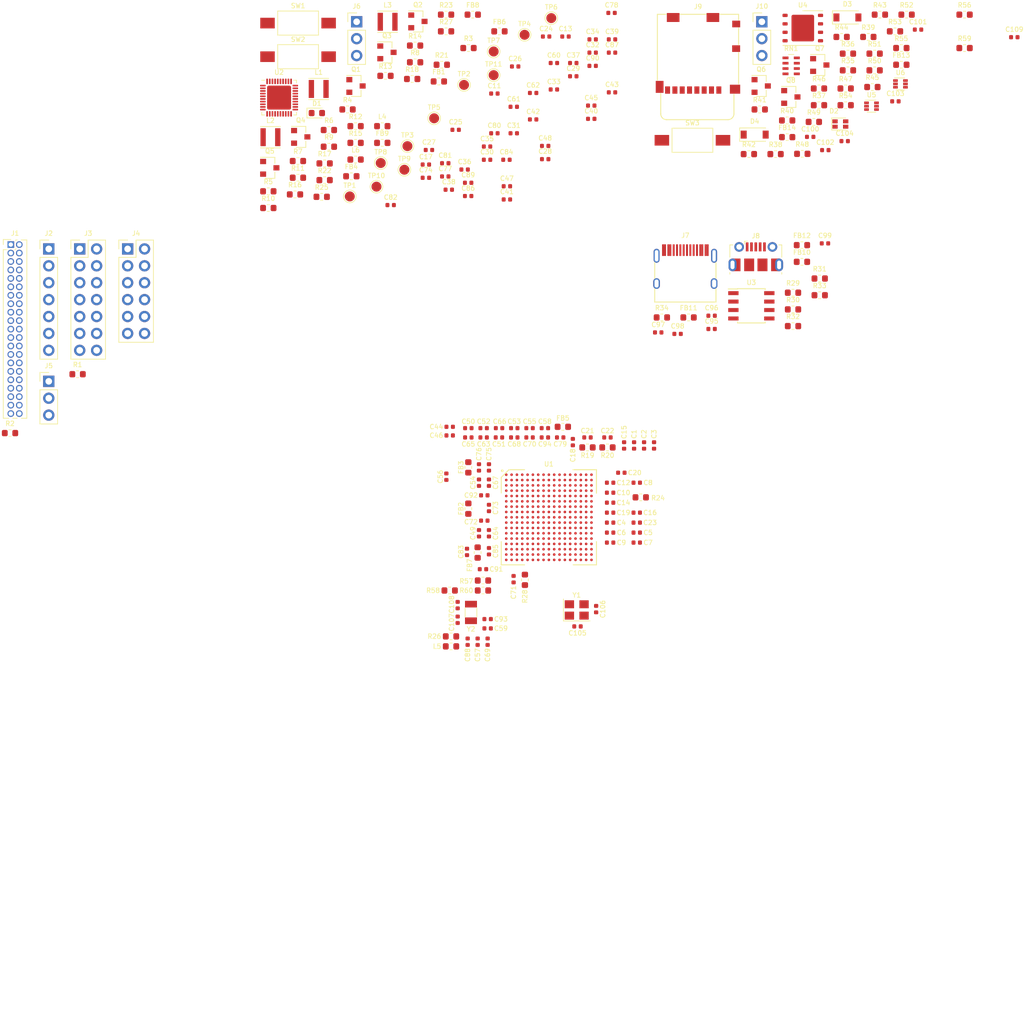
<source format=kicad_pcb>
(kicad_pcb (version 20171130) (host pcbnew "(6.0.0-rc1-dev-1050-geabae68ab)")
  (layers (0 F.Cu signal) (1 In1.Cu signal) (2 In2.Cu signal) (31 B.Cu signal) (34 B.Paste user) (35 F.Paste user) (36 B.SilkS user) (37 F.SilkS user) (38 B.Mask user) (39 F.Mask user) (44 Edge.Cuts user))
  (net 0 "")
  (net 1 "Net-(U1-PadA12)")
  (net 2 GND)
  (net 3 "Net-(U1-PadU12)")
  (net 4 "Net-(U1-PadT12)")
  (net 5 "Net-(U1-PadT8)")
  (net 6 "Net-(U1-PadU7)")
  (net 7 "Net-(U1-PadU6)")
  (net 8 "Net-(U1-PadN5)")
  (net 9 "Net-(U1-PadM5)")
  (net 10 "Net-(U1-PadP4)")
  (net 11 "Net-(U1-PadN4)")
  (net 12 "Net-(U1-PadR3)")
  (net 13 "Net-(U1-PadP3)")
  (net 14 "Net-(U1-PadN3)")
  (net 15 "Net-(U1-PadM3)")
  (net 16 "Net-(U1-PadP2)")
  (net 17 "Net-(U1-PadN2)")
  (net 18 +3V3)
  (net 19 "Net-(U1-PadR17)")
  (net 20 "Net-(U1-PadP17)")
  (net 21 "Net-(U1-PadR16)")
  (net 22 "Net-(U1-PadT14)")
  (net 23 VDDFUSE)
  (net 24 "Net-(U1-PadB10)")
  (net 25 "Net-(U1-PadK9)")
  (net 26 "Net-(U1-PadH9)")
  (net 27 "Net-(U1-PadM8)")
  (net 28 "Net-(U1-PadK8)")
  (net 29 "Net-(U1-PadJ7)")
  (net 30 "Net-(U1-PadF7)")
  (net 31 GNDS)
  (net 32 "Net-(U1-PadH6)")
  (net 33 "Net-(U1-PadG6)")
  (net 34 "Net-(U1-PadL5)")
  (net 35 "Net-(U1-PadK5)")
  (net 36 "Net-(U1-PadG5)")
  (net 37 "Net-(U1-PadL4)")
  (net 38 "Net-(U1-PadJ4)")
  (net 39 "Net-(U1-PadK3)")
  (net 40 "Net-(U1-PadJ3)")
  (net 41 "Net-(U1-PadK2)")
  (net 42 "Net-(U1-PadJ2)")
  (net 43 "Net-(U1-PadG2)")
  (net 44 "Net-(U1-PadA2)")
  (net 45 "Net-(U1-PadT1)")
  (net 46 "Net-(U1-PadR1)")
  (net 47 "Net-(U1-PadN1)")
  (net 48 "Net-(U1-PadL1)")
  (net 49 "Net-(U1-PadK1)")
  (net 50 "Net-(U1-PadG1)")
  (net 51 "Net-(U1-PadC1)")
  (net 52 "Net-(U1-PadB1)")
  (net 53 "Net-(U1-PadA1)")
  (net 54 "Net-(U1-PadC15)")
  (net 55 "Net-(U1-PadB15)")
  (net 56 "Net-(U1-PadA15)")
  (net 57 "Net-(U1-PadK14)")
  (net 58 "Net-(U1-PadJ14)")
  (net 59 "Net-(U1-PadH14)")
  (net 60 "Net-(U1-PadG14)")
  (net 61 "Net-(U1-PadF14)")
  (net 62 "Net-(U1-PadD14)")
  (net 63 "Net-(U1-PadC14)")
  (net 64 "Net-(U1-PadB14)")
  (net 65 "Net-(U1-PadA14)")
  (net 66 "Net-(U1-PadL13)")
  (net 67 "Net-(U1-PadK13)")
  (net 68 "Net-(U1-PadJ13)")
  (net 69 "Net-(U1-PadH13)")
  (net 70 "Net-(U1-PadG13)")
  (net 71 "Net-(U1-PadF13)")
  (net 72 "Net-(U1-PadE13)")
  (net 73 "Net-(U1-PadD13)")
  (net 74 "Net-(U1-PadC13)")
  (net 75 "Net-(U1-PadB13)")
  (net 76 "Net-(U1-PadA13)")
  (net 77 "Net-(U1-PadR12)")
  (net 78 "Net-(U1-PadK12)")
  (net 79 "Net-(U1-PadJ12)")
  (net 80 "Net-(U1-PadD12)")
  (net 81 "Net-(U1-PadC12)")
  (net 82 "Net-(U1-PadB12)")
  (net 83 "Net-(U1-PadH11)")
  (net 84 "Net-(U1-PadG11)")
  (net 85 "Net-(U1-PadD11)")
  (net 86 "Net-(U1-PadC11)")
  (net 87 "Net-(U1-PadB11)")
  (net 88 "Net-(U1-PadF10)")
  (net 89 "Net-(U1-PadD10)")
  (net 90 "Net-(U1-PadC10)")
  (net 91 "Net-(U1-PadT9)")
  (net 92 "Net-(U1-PadF9)")
  (net 93 +1V35)
  (net 94 "Net-(C11-Pad2)")
  (net 95 "Net-(C11-Pad1)")
  (net 96 "Net-(C13-Pad2)")
  (net 97 +5V)
  (net 98 "Net-(C21-Pad1)")
  (net 99 VBUS)
  (net 100 "Net-(C26-Pad1)")
  (net 101 +3.3VP)
  (net 102 /Power/VDD_LED)
  (net 103 /Power/VDDSDHC1V8)
  (net 104 +1V2)
  (net 105 VDDA)
  (net 106 "Net-(C75-Pad1)")
  (net 107 "Net-(C77-Pad1)")
  (net 108 "Net-(C79-Pad1)")
  (net 109 "Net-(C80-Pad1)")
  (net 110 "Net-(C82-Pad1)")
  (net 111 "Net-(C84-Pad1)")
  (net 112 "Net-(C86-Pad1)")
  (net 113 "Net-(C88-Pad1)")
  (net 114 "Net-(C90-Pad1)")
  (net 115 "Net-(C92-Pad1)")
  (net 116 /USBA_VBUS_5V)
  (net 117 "Net-(C98-Pad2)")
  (net 118 "Net-(C101-Pad2)")
  (net 119 "Net-(C101-Pad1)")
  (net 120 "Net-(C102-Pad2)")
  (net 121 "Net-(C102-Pad1)")
  (net 122 "Net-(C105-Pad1)")
  (net 123 "Net-(C106-Pad1)")
  (net 124 "Net-(C107-Pad1)")
  (net 125 "Net-(C108-Pad1)")
  (net 126 "Net-(C109-Pad2)")
  (net 127 "Net-(D1-Pad1)")
  (net 128 "Net-(D2-Pad4)")
  (net 129 "Net-(D2-Pad3)")
  (net 130 "Net-(D2-Pad2)")
  (net 131 "Net-(FB1-Pad1)")
  (net 132 "Net-(FB11-Pad1)")
  (net 133 "Net-(FB13-Pad2)")
  (net 134 "Net-(FB13-Pad1)")
  (net 135 "Net-(FB14-Pad2)")
  (net 136 "Net-(FB14-Pad1)")
  (net 137 "Net-(J1-Pad42)")
  (net 138 /LCD_DAT23)
  (net 139 /LCD_DAT22)
  (net 140 /LCD_DAT21)
  (net 141 /LCD_DAT20)
  (net 142 /LCD_DAT19)
  (net 143 /LCD_DAT18)
  (net 144 /LCD_DAT17)
  (net 145 /LCD_DAT16)
  (net 146 /LCD_DAT15)
  (net 147 /LCD_DAT14)
  (net 148 /LCD_DAT13)
  (net 149 /LCD_DAT12)
  (net 150 /LCD_DAT11)
  (net 151 /LCD_DAT10)
  (net 152 /LCD_DAT9)
  (net 153 /LCD_DAT8)
  (net 154 /LCD_DAT7)
  (net 155 /LCD_DAT6)
  (net 156 /LCD_DAT5)
  (net 157 /LCD_DAT4)
  (net 158 /LCD_DAT3)
  (net 159 /LCD_DAT2)
  (net 160 /LCD_DAT1)
  (net 161 /LCD_DAT0)
  (net 162 /LCD_PCK)
  (net 163 /LCD_VSYNC)
  (net 164 /LCD_HSYNC)
  (net 165 /LCD_DEN)
  (net 166 /SPI0_SPCK)
  (net 167 /SPI0_MOSI)
  (net 168 /SPI0_MISO)
  (net 169 /SPI0_NPCS0)
  (net 170 /LCD_DISP)
  (net 171 /IRQ2)
  (net 172 /IRQ1)
  (net 173 /LCD_PWM)
  (net 174 /nRST)
  (net 175 /JTAG_TMS)
  (net 176 /JTAG_TCK)
  (net 177 /JTAG_TDI)
  (net 178 /JTAG_TDO)
  (net 179 /SDMMC0_CD)
  (net 180 /SDMMC0_VDDSEL)
  (net 181 /SDMMC0_DAT7)
  (net 182 /SDMMC0_DAT6)
  (net 183 /SDMMC0_DAT5)
  (net 184 /SDMMC0_DAT4)
  (net 185 /SDMMC0_DAT3)
  (net 186 /SDMMC0_DAT2)
  (net 187 /SDMMC0_DAT1)
  (net 188 /SDMMC0_DAT0)
  (net 189 /SDMMC0_CK)
  (net 190 /FLEXCOM4_IO4)
  (net 191 /FLEXCOM3_IO4)
  (net 192 /FLEXCOM4_IO3)
  (net 193 /FLEXCOM3_IO3)
  (net 194 /FLEXCOM4_IO2)
  (net 195 /FLEXCOM3_IO2)
  (net 196 /FLEXCOM4_IO1)
  (net 197 /FLEXCOM3_IO1)
  (net 198 /FLEXCOM4_IO0)
  (net 199 /FLEXCOM3_IO0)
  (net 200 /DBGU_TX)
  (net 201 /DBGU_RX)
  (net 202 /Power/BATT_TH)
  (net 203 +BATT)
  (net 204 /USB/B_D-)
  (net 205 /USB/B_D+)
  (net 206 "Net-(J7-PadA8)")
  (net 207 "Net-(J7-PadB5)")
  (net 208 "Net-(J7-PadB8)")
  (net 209 "Net-(J7-PadA5)")
  (net 210 /USB/A_D+)
  (net 211 "Net-(J8-Pad4)")
  (net 212 /USB/A_D-)
  (net 213 /SDMMC1_CD)
  (net 214 /SDMMC1_CK)
  (net 215 /SDMMC1_DAT0)
  (net 216 /SDMMC1_DAT1)
  (net 217 /SDMMC1_CDA)
  (net 218 /SDMMC1_DAT3)
  (net 219 /SDMMC1_DAT2)
  (net 220 "Net-(L1-Pad2)")
  (net 221 "Net-(L2-Pad2)")
  (net 222 "Net-(L3-Pad2)")
  (net 223 "Net-(L4-Pad1)")
  (net 224 "Net-(L5-Pad1)")
  (net 225 "Net-(L6-Pad1)")
  (net 226 "Net-(Q1-Pad3)")
  (net 227 /Power/nPBSTAT)
  (net 228 /WKUP)
  (net 229 "Net-(Q3-Pad3)")
  (net 230 /SHDN)
  (net 231 "Net-(Q4-Pad3)")
  (net 232 "Net-(Q5-Pad3)")
  (net 233 /LED_RED)
  (net 234 /LED_GREEN)
  (net 235 /LED_BLUE)
  (net 236 /PMIC_IRQ)
  (net 237 "Net-(R13-Pad1)")
  (net 238 "Net-(R14-Pad1)")
  (net 239 "Net-(R15-Pad1)")
  (net 240 "Net-(R16-Pad1)")
  (net 241 /PMIC_LBO)
  (net 242 "Net-(R17-Pad1)")
  (net 243 "Net-(R18-Pad1)")
  (net 244 "Net-(R21-Pad2)")
  (net 245 "Net-(R22-Pad2)")
  (net 246 "Net-(R24-Pad2)")
  (net 247 /USBB_PWR_EN)
  (net 248 /USBB_OVERCURR)
  (net 249 "Net-(R37-Pad2)")
  (net 250 /USR_BTN)
  (net 251 "Net-(R39-Pad2)")
  (net 252 /QSPI1_IO0)
  (net 253 "Net-(R40-Pad2)")
  (net 254 /QSPI1_IO1)
  (net 255 "Net-(R41-Pad2)")
  (net 256 /QSPI1_IO2)
  (net 257 "Net-(R42-Pad2)")
  (net 258 /QSPI1_IO3)
  (net 259 "Net-(R43-Pad2)")
  (net 260 /QSPI1_CS)
  (net 261 "Net-(R44-Pad2)")
  (net 262 /QSPI1_SCK)
  (net 263 "Net-(R45-Pad2)")
  (net 264 /CLASSD_R0)
  (net 265 /CLASSD_R1)
  (net 266 "Net-(R47-Pad1)")
  (net 267 /CLASSD_R2)
  (net 268 /CLASSD_R3)
  (net 269 "Net-(R49-Pad1)")
  (net 270 "Net-(R56-Pad1)")
  (net 271 "Net-(R57-Pad1)")
  (net 272 "Net-(R58-Pad1)")
  (net 273 /PMIC_CHGLEV)
  (net 274 "Net-(U2-Pad40)")
  (net 275 /LCD_TWD)
  (net 276 /LCD_TWCK)
  (net 277 /SDMMC0_CDA)
  (net 278 "Net-(R60-Pad2)")
  (net 279 /PMIC_TWCK)
  (net 280 /PMIC_TWD)
  (module Crystal:Crystal_SMD_3215-2Pin_3.2x1.5mm (layer F.Cu) (at 152.8 145 270)
    (fp_text reference Y2 (at 2.5 0) (layer F.SilkS) (effects (font (size 0.7 0.7) (thickness 0.12))))
    (fp_text value 32kHz)
    (pad 1 smd rect (at 1.25 0 270) (size 1 1.8) (layers F.Cu F.Paste F.Mask) (net 124 "Net-(C107-Pad1)"))
    (pad 2 smd rect (at -1.25 0 270) (size 1 1.8) (layers F.Cu F.Paste F.Mask) (net 125 "Net-(C108-Pad1)"))
  )
  (module Crystal:Crystal_SMD_3225-4Pin_3.2x2.5mm (layer F.Cu) (at 168.685001 144.625001)
    (fp_text reference Y1 (at 0 -2.225001) (layer F.SilkS) (effects (font (size 0.7 0.7) (thickness 0.12))))
    (fp_text value "TSX-3225 24MHz")
    (pad 1 smd rect (at -1.1 0.85) (size 1.4 1.2) (layers F.Cu F.Paste F.Mask) (net 122 "Net-(C105-Pad1)"))
    (pad 2 smd rect (at 1.1 0.85) (size 1.4 1.2) (layers F.Cu F.Paste F.Mask) (net 2 GND))
    (pad 3 smd rect (at 1.1 -0.85) (size 1.4 1.2) (layers F.Cu F.Paste F.Mask) (net 123 "Net-(C106-Pad1)"))
    (pad 4 smd rect (at -1.1 -0.85) (size 1.4 1.2) (layers F.Cu F.Paste F.Mask) (net 2 GND))
  )
  (module Package_TO_SOT_SMD:SOT-563 (layer F.Cu) (at 217.315001 65.565001)
    (fp_text reference U6 (at 0 -1.7) (layer F.SilkS) (effects (font (size 0.7 0.7) (thickness 0.12))))
    (fp_text value DMC2450)
    (pad 5 smd rect (at 0.75 0) (size 0.7 0.4) (layers F.Cu F.Paste F.Mask) (net 121 "Net-(C102-Pad1)"))
    (pad 4 smd rect (at 0.75 0.5) (size 0.7 0.4) (layers F.Cu F.Paste F.Mask) (net 97 +5V))
    (pad 2 smd rect (at -0.75 0) (size 0.7 0.4) (layers F.Cu F.Paste F.Mask) (net 269 "Net-(R49-Pad1)"))
    (pad 6 smd rect (at 0.75 -0.5) (size 0.7 0.4) (layers F.Cu F.Paste F.Mask) (net 136 "Net-(FB14-Pad1)"))
    (pad 3 smd rect (at -0.75 0.5) (size 0.7 0.4) (layers F.Cu F.Paste F.Mask) (net 136 "Net-(FB14-Pad1)"))
    (pad 1 smd rect (at -0.75 -0.5) (size 0.7 0.4) (layers F.Cu F.Paste F.Mask) (net 2 GND))
  )
  (module Package_TO_SOT_SMD:SOT-563 (layer F.Cu) (at 212.965001 68.915001)
    (fp_text reference U5 (at 0 -1.7) (layer F.SilkS) (effects (font (size 0.7 0.7) (thickness 0.12))))
    (fp_text value DMC2450)
    (pad 5 smd rect (at 0.75 0) (size 0.7 0.4) (layers F.Cu F.Paste F.Mask) (net 119 "Net-(C101-Pad1)"))
    (pad 4 smd rect (at 0.75 0.5) (size 0.7 0.4) (layers F.Cu F.Paste F.Mask) (net 97 +5V))
    (pad 2 smd rect (at -0.75 0) (size 0.7 0.4) (layers F.Cu F.Paste F.Mask) (net 266 "Net-(R47-Pad1)"))
    (pad 6 smd rect (at 0.75 -0.5) (size 0.7 0.4) (layers F.Cu F.Paste F.Mask) (net 134 "Net-(FB13-Pad1)"))
    (pad 3 smd rect (at -0.75 0.5) (size 0.7 0.4) (layers F.Cu F.Paste F.Mask) (net 134 "Net-(FB13-Pad1)"))
    (pad 1 smd rect (at -0.75 -0.5) (size 0.7 0.4) (layers F.Cu F.Paste F.Mask) (net 2 GND))
  )
  (module Package_SON:WSON-8-1EP_6x5mm_P1.27mm_EP3.4x4mm (layer F.Cu) (at 202.645001 57.175001)
    (fp_text reference U4 (at 0 -3.45) (layer F.SilkS) (effects (font (size 0.7 0.7) (thickness 0.12))))
    (fp_text value IS25LP128F)
    (pad 8 smd roundrect (at 2.6625 -1.905) (size 0.775 0.5) (layers F.Cu F.Paste F.Mask) (net 18 +3V3))
    (pad 7 smd roundrect (at 2.6625 -0.635) (size 0.775 0.5) (layers F.Cu F.Paste F.Mask) (net 257 "Net-(R42-Pad2)"))
    (pad 6 smd roundrect (at 2.6625 0.635) (size 0.775 0.5) (layers F.Cu F.Paste F.Mask) (net 261 "Net-(R44-Pad2)"))
    (pad 5 smd roundrect (at 2.6625 1.905) (size 0.775 0.5) (layers F.Cu F.Paste F.Mask) (net 251 "Net-(R39-Pad2)"))
    (pad 4 smd roundrect (at -2.6625 1.905) (size 0.775 0.5) (layers F.Cu F.Paste F.Mask) (net 2 GND))
    (pad 3 smd roundrect (at -2.6625 0.635) (size 0.775 0.5) (layers F.Cu F.Paste F.Mask) (net 255 "Net-(R41-Pad2)"))
    (pad 2 smd roundrect (at -2.6625 -0.635) (size 0.775 0.5) (layers F.Cu F.Paste F.Mask) (net 253 "Net-(R40-Pad2)"))
    (pad 1 smd roundrect (at -2.6625 -1.905) (size 0.775 0.5) (layers F.Cu F.Paste F.Mask) (net 259 "Net-(R43-Pad2)"))
    (pad 9 smd roundrect (at 0 0) (size 3.4 4) (layers F.Cu F.Mask) (roundrect_rratio 0.073529) (net 2 GND))
  )
  (module Package_SO:SOIC-8_3.9x4.9mm_P1.27mm (layer F.Cu) (at 194.915001 98.915001)
    (fp_text reference U3 (at 0 -3.5) (layer F.SilkS) (effects (font (size 0.7 0.7) (thickness 0.12))))
    (fp_text value MIC2025)
    (pad 8 smd rect (at 2.7 -1.905) (size 1.55 0.6) (layers F.Cu F.Paste F.Mask) (net 117 "Net-(C98-Pad2)"))
    (pad 7 smd rect (at 2.7 -0.635) (size 1.55 0.6) (layers F.Cu F.Paste F.Mask) (net 97 +5V))
    (pad 6 smd rect (at 2.7 0.635) (size 1.55 0.6) (layers F.Cu F.Paste F.Mask) (net 117 "Net-(C98-Pad2)"))
    (pad 5 smd rect (at 2.7 1.905) (size 1.55 0.6) (layers F.Cu F.Paste F.Mask))
    (pad 4 smd rect (at -2.7 1.905) (size 1.55 0.6) (layers F.Cu F.Paste F.Mask))
    (pad 3 smd rect (at -2.7 0.635) (size 1.55 0.6) (layers F.Cu F.Paste F.Mask) (net 2 GND))
    (pad 2 smd rect (at -2.7 -0.635) (size 1.55 0.6) (layers F.Cu F.Paste F.Mask) (net 248 /USBB_OVERCURR))
    (pad 1 smd rect (at -2.7 -1.905) (size 1.55 0.6) (layers F.Cu F.Paste F.Mask) (net 247 /USBB_PWR_EN))
  )
  (module Package_DFN_QFN:QFN-40-1EP_5x5mm_P0.4mm_EP3.6x3.6mm (layer F.Cu) (at 123.975001 67.625001)
    (fp_text reference U2 (at 0 -3.8) (layer F.SilkS) (effects (font (size 0.7 0.7) (thickness 0.12))))
    (fp_text value ACT8945A)
    (pad 40 smd roundrect (at -1.8 -2.4375) (size 0.25 0.825) (layers F.Cu F.Paste F.Mask) (net 274 "Net-(U2-Pad40)"))
    (pad 39 smd roundrect (at -1.4 -2.4375) (size 0.25 0.825) (layers F.Cu F.Paste F.Mask) (net 97 +5V))
    (pad 38 smd roundrect (at -1 -2.4375) (size 0.25 0.825) (layers F.Cu F.Paste F.Mask) (net 220 "Net-(L1-Pad2)"))
    (pad 37 smd roundrect (at -0.6 -2.4375) (size 0.25 0.825) (layers F.Cu F.Paste F.Mask) (net 2 GND))
    (pad 36 smd roundrect (at -0.2 -2.4375) (size 0.25 0.825) (layers F.Cu F.Paste F.Mask) (net 221 "Net-(L2-Pad2)"))
    (pad 35 smd roundrect (at 0.2 -2.4375) (size 0.25 0.825) (layers F.Cu F.Paste F.Mask) (net 97 +5V))
    (pad 34 smd roundrect (at 0.6 -2.4375) (size 0.25 0.825) (layers F.Cu F.Paste F.Mask) (net 104 +1V2))
    (pad 33 smd roundrect (at 1 -2.4375) (size 0.25 0.825) (layers F.Cu F.Paste F.Mask) (net 99 VBUS))
    (pad 32 smd roundrect (at 1.4 -2.4375) (size 0.25 0.825) (layers F.Cu F.Paste F.Mask) (net 97 +5V))
    (pad 31 smd roundrect (at 1.8 -2.4375) (size 0.25 0.825) (layers F.Cu F.Paste F.Mask) (net 97 +5V))
    (pad 30 smd roundrect (at 2.4375 -1.8) (size 0.825 0.25) (layers F.Cu F.Paste F.Mask) (net 203 +BATT))
    (pad 29 smd roundrect (at 2.4375 -1.4) (size 0.825 0.25) (layers F.Cu F.Paste F.Mask) (net 203 +BATT))
    (pad 28 smd roundrect (at 2.4375 -1) (size 0.825 0.25) (layers F.Cu F.Paste F.Mask) (net 244 "Net-(R21-Pad2)"))
    (pad 27 smd roundrect (at 2.4375 -0.6) (size 0.825 0.25) (layers F.Cu F.Paste F.Mask) (net 280 /PMIC_TWD))
    (pad 26 smd roundrect (at 2.4375 -0.2) (size 0.825 0.25) (layers F.Cu F.Paste F.Mask) (net 279 /PMIC_TWCK))
    (pad 25 smd roundrect (at 2.4375 0.2) (size 0.825 0.25) (layers F.Cu F.Paste F.Mask) (net 97 +5V))
    (pad 24 smd roundrect (at 2.4375 0.6) (size 0.825 0.25) (layers F.Cu F.Paste F.Mask) (net 202 /Power/BATT_TH))
    (pad 23 smd roundrect (at 2.4375 1) (size 0.825 0.25) (layers F.Cu F.Paste F.Mask) (net 238 "Net-(R14-Pad1)"))
    (pad 22 smd roundrect (at 2.4375 1.4) (size 0.825 0.25) (layers F.Cu F.Paste F.Mask) (net 273 /PMIC_CHGLEV))
    (pad 21 smd roundrect (at 2.4375 1.8) (size 0.825 0.25) (layers F.Cu F.Paste F.Mask) (net 243 "Net-(R18-Pad1)"))
    (pad 20 smd roundrect (at 1.8 2.4375) (size 0.25 0.825) (layers F.Cu F.Paste F.Mask) (net 245 "Net-(R22-Pad2)"))
    (pad 19 smd roundrect (at 1.4 2.4375) (size 0.25 0.825) (layers F.Cu F.Paste F.Mask) (net 242 "Net-(R17-Pad1)"))
    (pad 18 smd roundrect (at 1 2.4375) (size 0.25 0.825) (layers F.Cu F.Paste F.Mask) (net 2 GND))
    (pad 17 smd roundrect (at 0.6 2.4375) (size 0.25 0.825) (layers F.Cu F.Paste F.Mask) (net 18 +3V3))
    (pad 16 smd roundrect (at 0.2 2.4375) (size 0.25 0.825) (layers F.Cu F.Paste F.Mask) (net 97 +5V))
    (pad 15 smd roundrect (at -0.2 2.4375) (size 0.25 0.825) (layers F.Cu F.Paste F.Mask) (net 222 "Net-(L3-Pad2)"))
    (pad 14 smd roundrect (at -0.6 2.4375) (size 0.25 0.825) (layers F.Cu F.Paste F.Mask) (net 2 GND))
    (pad 13 smd roundrect (at -1 2.4375) (size 0.25 0.825) (layers F.Cu F.Paste F.Mask) (net 227 /Power/nPBSTAT))
    (pad 12 smd roundrect (at -1.4 2.4375) (size 0.25 0.825) (layers F.Cu F.Paste F.Mask) (net 240 "Net-(R16-Pad1)"))
    (pad 11 smd roundrect (at -1.8 2.4375) (size 0.25 0.825) (layers F.Cu F.Paste F.Mask) (net 239 "Net-(R15-Pad1)"))
    (pad 10 smd roundrect (at -2.4375 1.8) (size 0.825 0.25) (layers F.Cu F.Paste F.Mask) (net 231 "Net-(Q4-Pad3)"))
    (pad 9 smd roundrect (at -2.4375 1.4) (size 0.825 0.25) (layers F.Cu F.Paste F.Mask) (net 237 "Net-(R13-Pad1)"))
    (pad 8 smd roundrect (at -2.4375 1) (size 0.825 0.25) (layers F.Cu F.Paste F.Mask) (net 102 /Power/VDD_LED))
    (pad 7 smd roundrect (at -2.4375 0.6) (size 0.825 0.25) (layers F.Cu F.Paste F.Mask) (net 131 "Net-(FB1-Pad1)"))
    (pad 6 smd roundrect (at -2.4375 0.2) (size 0.825 0.25) (layers F.Cu F.Paste F.Mask) (net 97 +5V))
    (pad 5 smd roundrect (at -2.4375 -0.2) (size 0.825 0.25) (layers F.Cu F.Paste F.Mask) (net 101 +3.3VP))
    (pad 4 smd roundrect (at -2.4375 -0.6) (size 0.825 0.25) (layers F.Cu F.Paste F.Mask) (net 23 VDDFUSE))
    (pad 3 smd roundrect (at -2.4375 -1) (size 0.825 0.25) (layers F.Cu F.Paste F.Mask) (net 2 GND))
    (pad 2 smd roundrect (at -2.4375 -1.4) (size 0.825 0.25) (layers F.Cu F.Paste F.Mask) (net 93 +1V35))
    (pad 1 smd roundrect (at -2.4375 -1.8) (size 0.825 0.25) (layers F.Cu F.Paste F.Mask) (net 100 "Net-(C26-Pad1)"))
    (pad 41 smd roundrect (at 0 0) (size 3.6 3.6) (layers F.Cu F.Mask) (roundrect_rratio 0.06944400000000001) (net 2 GND))
  )
  (module Package_BGA_Extra:TFBGA-289_17x17_14.0x14.0mm (layer F.Cu) (at 164.5 130.7)
    (fp_text reference U1 (at 0 -8) (layer F.SilkS) (effects (font (size 0.7 0.7) (thickness 0.12))))
    (fp_text value SAMA5D2x-SIP)
    (pad A1 smd circle (at -6.4 -6.4) (size 0.4 0.4) (layers F.Cu F.Paste F.Mask) (net 53 "Net-(U1-PadA1)"))
    (pad B1 smd circle (at -6.4 -5.6) (size 0.4 0.4) (layers F.Cu F.Paste F.Mask) (net 52 "Net-(U1-PadB1)"))
    (pad C1 smd circle (at -6.4 -4.8) (size 0.4 0.4) (layers F.Cu F.Paste F.Mask) (net 51 "Net-(U1-PadC1)"))
    (pad D1 smd circle (at -6.4 -4) (size 0.4 0.4) (layers F.Cu F.Paste F.Mask) (net 197 /FLEXCOM3_IO1))
    (pad E1 smd circle (at -6.4 -3.2) (size 0.4 0.4) (layers F.Cu F.Paste F.Mask) (net 193 /FLEXCOM3_IO3))
    (pad F1 smd circle (at -6.4 -2.4) (size 0.4 0.4) (layers F.Cu F.Paste F.Mask) (net 191 /FLEXCOM3_IO4))
    (pad G1 smd circle (at -6.4 -1.6) (size 0.4 0.4) (layers F.Cu F.Paste F.Mask) (net 50 "Net-(U1-PadG1)"))
    (pad H1 smd circle (at -6.4 -0.8) (size 0.4 0.4) (layers F.Cu F.Paste F.Mask) (net 276 /LCD_TWCK))
    (pad J1 smd circle (at -6.4 0) (size 0.4 0.4) (layers F.Cu F.Paste F.Mask) (net 200 /DBGU_TX))
    (pad K1 smd circle (at -6.4 0.8) (size 0.4 0.4) (layers F.Cu F.Paste F.Mask) (net 49 "Net-(U1-PadK1)"))
    (pad L1 smd circle (at -6.4 1.6) (size 0.4 0.4) (layers F.Cu F.Paste F.Mask) (net 48 "Net-(U1-PadL1)"))
    (pad M1 smd circle (at -6.4 2.4) (size 0.4 0.4) (layers F.Cu F.Paste F.Mask) (net 2 GND))
    (pad N1 smd circle (at -6.4 3.2) (size 0.4 0.4) (layers F.Cu F.Paste F.Mask) (net 47 "Net-(U1-PadN1)"))
    (pad P1 smd circle (at -6.4 4) (size 0.4 0.4) (layers F.Cu F.Paste F.Mask) (net 280 /PMIC_TWD))
    (pad R1 smd circle (at -6.4 4.8) (size 0.4 0.4) (layers F.Cu F.Paste F.Mask) (net 46 "Net-(U1-PadR1)"))
    (pad T1 smd circle (at -6.4 5.6) (size 0.4 0.4) (layers F.Cu F.Paste F.Mask) (net 45 "Net-(U1-PadT1)"))
    (pad U1 smd circle (at -6.4 6.4) (size 0.4 0.4) (layers F.Cu F.Paste F.Mask) (net 125 "Net-(C108-Pad1)"))
    (pad A2 smd circle (at -5.6 -6.4) (size 0.4 0.4) (layers F.Cu F.Paste F.Mask) (net 44 "Net-(U1-PadA2)"))
    (pad B2 smd circle (at -5.6 -5.6) (size 0.4 0.4) (layers F.Cu F.Paste F.Mask) (net 241 /PMIC_LBO))
    (pad C2 smd circle (at -5.6 -4.8) (size 0.4 0.4) (layers F.Cu F.Paste F.Mask) (net 142 /LCD_DAT19))
    (pad D2 smd circle (at -5.6 -4) (size 0.4 0.4) (layers F.Cu F.Paste F.Mask) (net 144 /LCD_DAT17))
    (pad E2 smd circle (at -5.6 -3.2) (size 0.4 0.4) (layers F.Cu F.Paste F.Mask) (net 148 /LCD_DAT13))
    (pad F2 smd circle (at -5.6 -2.4) (size 0.4 0.4) (layers F.Cu F.Paste F.Mask) (net 2 GND))
    (pad G2 smd circle (at -5.6 -1.6) (size 0.4 0.4) (layers F.Cu F.Paste F.Mask) (net 43 "Net-(U1-PadG2)"))
    (pad H2 smd circle (at -5.6 -0.8) (size 0.4 0.4) (layers F.Cu F.Paste F.Mask) (net 104 +1V2))
    (pad J2 smd circle (at -5.6 0) (size 0.4 0.4) (layers F.Cu F.Paste F.Mask) (net 42 "Net-(U1-PadJ2)"))
    (pad K2 smd circle (at -5.6 0.8) (size 0.4 0.4) (layers F.Cu F.Paste F.Mask) (net 41 "Net-(U1-PadK2)"))
    (pad L2 smd circle (at -5.6 1.6) (size 0.4 0.4) (layers F.Cu F.Paste F.Mask) (net 116 /USBA_VBUS_5V))
    (pad M2 smd circle (at -5.6 2.4) (size 0.4 0.4) (layers F.Cu F.Paste F.Mask) (net 178 /JTAG_TDO))
    (pad N2 smd circle (at -5.6 3.2) (size 0.4 0.4) (layers F.Cu F.Paste F.Mask) (net 17 "Net-(U1-PadN2)"))
    (pad P2 smd circle (at -5.6 4) (size 0.4 0.4) (layers F.Cu F.Paste F.Mask) (net 16 "Net-(U1-PadP2)"))
    (pad R2 smd circle (at -5.6 4.8) (size 0.4 0.4) (layers F.Cu F.Paste F.Mask) (net 271 "Net-(R57-Pad1)"))
    (pad T2 smd circle (at -5.6 5.6) (size 0.4 0.4) (layers F.Cu F.Paste F.Mask) (net 278 "Net-(R60-Pad2)"))
    (pad U2 smd circle (at -5.6 6.4) (size 0.4 0.4) (layers F.Cu F.Paste F.Mask) (net 124 "Net-(C107-Pad1)"))
    (pad A3 smd circle (at -4.8 -6.4) (size 0.4 0.4) (layers F.Cu F.Paste F.Mask) (net 147 /LCD_DAT14))
    (pad B3 smd circle (at -4.8 -5.6) (size 0.4 0.4) (layers F.Cu F.Paste F.Mask) (net 149 /LCD_DAT12))
    (pad C3 smd circle (at -4.8 -4.8) (size 0.4 0.4) (layers F.Cu F.Paste F.Mask) (net 150 /LCD_DAT11))
    (pad D3 smd circle (at -4.8 -4) (size 0.4 0.4) (layers F.Cu F.Paste F.Mask) (net 151 /LCD_DAT10))
    (pad E3 smd circle (at -4.8 -3.2) (size 0.4 0.4) (layers F.Cu F.Paste F.Mask) (net 2 GND))
    (pad F3 smd circle (at -4.8 -2.4) (size 0.4 0.4) (layers F.Cu F.Paste F.Mask) (net 106 "Net-(C75-Pad1)"))
    (pad G3 smd circle (at -4.8 -1.6) (size 0.4 0.4) (layers F.Cu F.Paste F.Mask) (net 146 /LCD_DAT15))
    (pad H3 smd circle (at -4.8 -0.8) (size 0.4 0.4) (layers F.Cu F.Paste F.Mask) (net 115 "Net-(C92-Pad1)"))
    (pad J3 smd circle (at -4.8 0) (size 0.4 0.4) (layers F.Cu F.Paste F.Mask) (net 40 "Net-(U1-PadJ3)"))
    (pad K3 smd circle (at -4.8 0.8) (size 0.4 0.4) (layers F.Cu F.Paste F.Mask) (net 39 "Net-(U1-PadK3)"))
    (pad L3 smd circle (at -4.8 1.6) (size 0.4 0.4) (layers F.Cu F.Paste F.Mask) (net 177 /JTAG_TDI))
    (pad M3 smd circle (at -4.8 2.4) (size 0.4 0.4) (layers F.Cu F.Paste F.Mask) (net 15 "Net-(U1-PadM3)"))
    (pad N3 smd circle (at -4.8 3.2) (size 0.4 0.4) (layers F.Cu F.Paste F.Mask) (net 14 "Net-(U1-PadN3)"))
    (pad P3 smd circle (at -4.8 4) (size 0.4 0.4) (layers F.Cu F.Paste F.Mask) (net 13 "Net-(U1-PadP3)"))
    (pad R3 smd circle (at -4.8 4.8) (size 0.4 0.4) (layers F.Cu F.Paste F.Mask) (net 12 "Net-(U1-PadR3)"))
    (pad T3 smd circle (at -4.8 5.6) (size 0.4 0.4) (layers F.Cu F.Paste F.Mask) (net 2 GND))
    (pad U3 smd circle (at -4.8 6.4) (size 0.4 0.4) (layers F.Cu F.Paste F.Mask) (net 104 +1V2))
    (pad A4 smd circle (at -4 -6.4) (size 0.4 0.4) (layers F.Cu F.Paste F.Mask) (net 152 /LCD_DAT9))
    (pad B4 smd circle (at -4 -5.6) (size 0.4 0.4) (layers F.Cu F.Paste F.Mask) (net 153 /LCD_DAT8))
    (pad C4 smd circle (at -4 -4.8) (size 0.4 0.4) (layers F.Cu F.Paste F.Mask) (net 155 /LCD_DAT6))
    (pad D4 smd circle (at -4 -4) (size 0.4 0.4) (layers F.Cu F.Paste F.Mask) (net 106 "Net-(C75-Pad1)"))
    (pad E4 smd circle (at -4 -3.2) (size 0.4 0.4) (layers F.Cu F.Paste F.Mask) (net 157 /LCD_DAT4))
    (pad F4 smd circle (at -4 -2.4) (size 0.4 0.4) (layers F.Cu F.Paste F.Mask) (net 145 /LCD_DAT16))
    (pad G4 smd circle (at -4 -1.6) (size 0.4 0.4) (layers F.Cu F.Paste F.Mask) (net 236 /PMIC_IRQ))
    (pad H4 smd circle (at -4 -0.8) (size 0.4 0.4) (layers F.Cu F.Paste F.Mask) (net 199 /FLEXCOM3_IO0))
    (pad J4 smd circle (at -4 0) (size 0.4 0.4) (layers F.Cu F.Paste F.Mask) (net 38 "Net-(U1-PadJ4)"))
    (pad K4 smd circle (at -4 0.8) (size 0.4 0.4) (layers F.Cu F.Paste F.Mask) (net 105 VDDA))
    (pad L4 smd circle (at -4 1.6) (size 0.4 0.4) (layers F.Cu F.Paste F.Mask) (net 37 "Net-(U1-PadL4)"))
    (pad M4 smd circle (at -4 2.4) (size 0.4 0.4) (layers F.Cu F.Paste F.Mask) (net 110 "Net-(C82-Pad1)"))
    (pad N4 smd circle (at -4 3.2) (size 0.4 0.4) (layers F.Cu F.Paste F.Mask) (net 11 "Net-(U1-PadN4)"))
    (pad P4 smd circle (at -4 4) (size 0.4 0.4) (layers F.Cu F.Paste F.Mask) (net 10 "Net-(U1-PadP4)"))
    (pad R4 smd circle (at -4 4.8) (size 0.4 0.4) (layers F.Cu F.Paste F.Mask) (net 272 "Net-(R58-Pad1)"))
    (pad T4 smd circle (at -4 5.6) (size 0.4 0.4) (layers F.Cu F.Paste F.Mask) (net 2 GND))
    (pad U4 smd circle (at -4 6.4) (size 0.4 0.4) (layers F.Cu F.Paste F.Mask) (net 2 GND))
    (pad A5 smd circle (at -3.2 -6.4) (size 0.4 0.4) (layers F.Cu F.Paste F.Mask) (net 154 /LCD_DAT7))
    (pad B5 smd circle (at -3.2 -5.6) (size 0.4 0.4) (layers F.Cu F.Paste F.Mask) (net 156 /LCD_DAT5))
    (pad C5 smd circle (at -3.2 -4.8) (size 0.4 0.4) (layers F.Cu F.Paste F.Mask) (net 159 /LCD_DAT2))
    (pad D5 smd circle (at -3.2 -4) (size 0.4 0.4) (layers F.Cu F.Paste F.Mask) (net 252 /QSPI1_IO0))
    (pad E5 smd circle (at -3.2 -3.2) (size 0.4 0.4) (layers F.Cu F.Paste F.Mask) (net 254 /QSPI1_IO1))
    (pad F5 smd circle (at -3.2 -2.4) (size 0.4 0.4) (layers F.Cu F.Paste F.Mask) (net 234 /LED_GREEN))
    (pad G5 smd circle (at -3.2 -1.6) (size 0.4 0.4) (layers F.Cu F.Paste F.Mask) (net 36 "Net-(U1-PadG5)"))
    (pad H5 smd circle (at -3.2 -0.8) (size 0.4 0.4) (layers F.Cu F.Paste F.Mask) (net 2 GND))
    (pad J5 smd circle (at -3.2 0) (size 0.4 0.4) (layers F.Cu F.Paste F.Mask) (net 105 VDDA))
    (pad K5 smd circle (at -3.2 0.8) (size 0.4 0.4) (layers F.Cu F.Paste F.Mask) (net 35 "Net-(U1-PadK5)"))
    (pad L5 smd circle (at -3.2 1.6) (size 0.4 0.4) (layers F.Cu F.Paste F.Mask) (net 34 "Net-(U1-PadL5)"))
    (pad M5 smd circle (at -3.2 2.4) (size 0.4 0.4) (layers F.Cu F.Paste F.Mask) (net 9 "Net-(U1-PadM5)"))
    (pad N5 smd circle (at -3.2 3.2) (size 0.4 0.4) (layers F.Cu F.Paste F.Mask) (net 8 "Net-(U1-PadN5)"))
    (pad P5 smd circle (at -3.2 4) (size 0.4 0.4) (layers F.Cu F.Paste F.Mask) (net 2 GND))
    (pad R5 smd circle (at -3.2 4.8) (size 0.4 0.4) (layers F.Cu F.Paste F.Mask) (net 113 "Net-(C88-Pad1)"))
    (pad T5 smd circle (at -3.2 5.6) (size 0.4 0.4) (layers F.Cu F.Paste F.Mask) (net 2 GND))
    (pad U5 smd circle (at -3.2 6.4) (size 0.4 0.4) (layers F.Cu F.Paste F.Mask) (net 18 +3V3))
    (pad A6 smd circle (at -2.4 -6.4) (size 0.4 0.4) (layers F.Cu F.Paste F.Mask) (net 158 /LCD_DAT3))
    (pad B6 smd circle (at -2.4 -5.6) (size 0.4 0.4) (layers F.Cu F.Paste F.Mask) (net 160 /LCD_DAT1))
    (pad C6 smd circle (at -2.4 -4.8) (size 0.4 0.4) (layers F.Cu F.Paste F.Mask) (net 256 /QSPI1_IO2))
    (pad D6 smd circle (at -2.4 -4) (size 0.4 0.4) (layers F.Cu F.Paste F.Mask) (net 2 GND))
    (pad E6 smd circle (at -2.4 -3.2) (size 0.4 0.4) (layers F.Cu F.Paste F.Mask) (net 194 /FLEXCOM4_IO2))
    (pad F6 smd circle (at -2.4 -2.4) (size 0.4 0.4) (layers F.Cu F.Paste F.Mask) (net 198 /FLEXCOM4_IO0))
    (pad G6 smd circle (at -2.4 -1.6) (size 0.4 0.4) (layers F.Cu F.Paste F.Mask) (net 33 "Net-(U1-PadG6)"))
    (pad H6 smd circle (at -2.4 -0.8) (size 0.4 0.4) (layers F.Cu F.Paste F.Mask) (net 32 "Net-(U1-PadH6)"))
    (pad J6 smd circle (at -2.4 0) (size 0.4 0.4) (layers F.Cu F.Paste F.Mask) (net 2 GND))
    (pad K6 smd circle (at -2.4 0.8) (size 0.4 0.4) (layers F.Cu F.Paste F.Mask) (net 2 GND))
    (pad L6 smd circle (at -2.4 1.6) (size 0.4 0.4) (layers F.Cu F.Paste F.Mask) (net 279 /PMIC_TWCK))
    (pad M6 smd circle (at -2.4 2.4) (size 0.4 0.4) (layers F.Cu F.Paste F.Mask) (net 31 GNDS))
    (pad N6 smd circle (at -2.4 3.2) (size 0.4 0.4) (layers F.Cu F.Paste F.Mask) (net 114 "Net-(C90-Pad1)"))
    (pad P6 smd circle (at -2.4 4) (size 0.4 0.4) (layers F.Cu F.Paste F.Mask) (net 112 "Net-(C86-Pad1)"))
    (pad R6 smd circle (at -2.4 4.8) (size 0.4 0.4) (layers F.Cu F.Paste F.Mask) (net 2 GND))
    (pad T6 smd circle (at -2.4 5.6) (size 0.4 0.4) (layers F.Cu F.Paste F.Mask) (net 126 "Net-(C109-Pad2)"))
    (pad U6 smd circle (at -2.4 6.4) (size 0.4 0.4) (layers F.Cu F.Paste F.Mask) (net 7 "Net-(U1-PadU6)"))
    (pad A7 smd circle (at -1.6 -6.4) (size 0.4 0.4) (layers F.Cu F.Paste F.Mask) (net 161 /LCD_DAT0))
    (pad B7 smd circle (at -1.6 -5.6) (size 0.4 0.4) (layers F.Cu F.Paste F.Mask) (net 268 /CLASSD_R3))
    (pad C7 smd circle (at -1.6 -4.8) (size 0.4 0.4) (layers F.Cu F.Paste F.Mask) (net 265 /CLASSD_R1))
    (pad D7 smd circle (at -1.6 -4) (size 0.4 0.4) (layers F.Cu F.Paste F.Mask) (net 104 +1V2))
    (pad E7 smd circle (at -1.6 -3.2) (size 0.4 0.4) (layers F.Cu F.Paste F.Mask) (net 190 /FLEXCOM4_IO4))
    (pad F7 smd circle (at -1.6 -2.4) (size 0.4 0.4) (layers F.Cu F.Paste F.Mask) (net 30 "Net-(U1-PadF7)"))
    (pad G7 smd circle (at -1.6 -1.6) (size 0.4 0.4) (layers F.Cu F.Paste F.Mask) (net 141 /LCD_DAT20))
    (pad H7 smd circle (at -1.6 -0.8) (size 0.4 0.4) (layers F.Cu F.Paste F.Mask) (net 275 /LCD_TWD))
    (pad J7 smd circle (at -1.6 0) (size 0.4 0.4) (layers F.Cu F.Paste F.Mask) (net 29 "Net-(U1-PadJ7)"))
    (pad K7 smd circle (at -1.6 0.8) (size 0.4 0.4) (layers F.Cu F.Paste F.Mask) (net 2 GND))
    (pad L7 smd circle (at -1.6 1.6) (size 0.4 0.4) (layers F.Cu F.Paste F.Mask) (net 176 /JTAG_TCK))
    (pad M7 smd circle (at -1.6 2.4) (size 0.4 0.4) (layers F.Cu F.Paste F.Mask) (net 111 "Net-(C84-Pad1)"))
    (pad N7 smd circle (at -1.6 3.2) (size 0.4 0.4) (layers F.Cu F.Paste F.Mask) (net 277 /SDMMC0_CDA))
    (pad P7 smd circle (at -1.6 4) (size 0.4 0.4) (layers F.Cu F.Paste F.Mask) (net 104 +1V2))
    (pad R7 smd circle (at -1.6 4.8) (size 0.4 0.4) (layers F.Cu F.Paste F.Mask) (net 109 "Net-(C80-Pad1)"))
    (pad T7 smd circle (at -1.6 5.6) (size 0.4 0.4) (layers F.Cu F.Paste F.Mask) (net 270 "Net-(R56-Pad1)"))
    (pad U7 smd circle (at -1.6 6.4) (size 0.4 0.4) (layers F.Cu F.Paste F.Mask) (net 6 "Net-(U1-PadU7)"))
    (pad A8 smd circle (at -0.8 -6.4) (size 0.4 0.4) (layers F.Cu F.Paste F.Mask) (net 258 /QSPI1_IO3))
    (pad B8 smd circle (at -0.8 -5.6) (size 0.4 0.4) (layers F.Cu F.Paste F.Mask) (net 267 /CLASSD_R2))
    (pad C8 smd circle (at -0.8 -4.8) (size 0.4 0.4) (layers F.Cu F.Paste F.Mask) (net 264 /CLASSD_R0))
    (pad D8 smd circle (at -0.8 -4) (size 0.4 0.4) (layers F.Cu F.Paste F.Mask) (net 201 /DBGU_RX))
    (pad E8 smd circle (at -0.8 -3.2) (size 0.4 0.4) (layers F.Cu F.Paste F.Mask) (net 93 +1V35))
    (pad F8 smd circle (at -0.8 -2.4) (size 0.4 0.4) (layers F.Cu F.Paste F.Mask) (net 2 GND))
    (pad G8 smd circle (at -0.8 -1.6) (size 0.4 0.4) (layers F.Cu F.Paste F.Mask) (net 143 /LCD_DAT18))
    (pad H8 smd circle (at -0.8 -0.8) (size 0.4 0.4) (layers F.Cu F.Paste F.Mask) (net 171 /IRQ2))
    (pad J8 smd circle (at -0.8 0) (size 0.4 0.4) (layers F.Cu F.Paste F.Mask) (net 93 +1V35))
    (pad K8 smd circle (at -0.8 0.8) (size 0.4 0.4) (layers F.Cu F.Paste F.Mask) (net 28 "Net-(U1-PadK8)"))
    (pad L8 smd circle (at -0.8 1.6) (size 0.4 0.4) (layers F.Cu F.Paste F.Mask) (net 248 /USBB_OVERCURR))
    (pad M8 smd circle (at -0.8 2.4) (size 0.4 0.4) (layers F.Cu F.Paste F.Mask) (net 27 "Net-(U1-PadM8)"))
    (pad N8 smd circle (at -0.8 3.2) (size 0.4 0.4) (layers F.Cu F.Paste F.Mask) (net 18 +3V3))
    (pad P8 smd circle (at -0.8 4) (size 0.4 0.4) (layers F.Cu F.Paste F.Mask) (net 181 /SDMMC0_DAT7))
    (pad R8 smd circle (at -0.8 4.8) (size 0.4 0.4) (layers F.Cu F.Paste F.Mask) (net 2 GND))
    (pad T8 smd circle (at -0.8 5.6) (size 0.4 0.4) (layers F.Cu F.Paste F.Mask) (net 5 "Net-(U1-PadT8)"))
    (pad U8 smd circle (at -0.8 6.4) (size 0.4 0.4) (layers F.Cu F.Paste F.Mask) (net 123 "Net-(C106-Pad1)"))
    (pad A9 smd circle (at 0 -6.4) (size 0.4 0.4) (layers F.Cu F.Paste F.Mask) (net 260 /QSPI1_CS))
    (pad B9 smd circle (at 0 -5.6) (size 0.4 0.4) (layers F.Cu F.Paste F.Mask) (net 196 /FLEXCOM4_IO1))
    (pad C9 smd circle (at 0 -4.8) (size 0.4 0.4) (layers F.Cu F.Paste F.Mask) (net 172 /IRQ1))
    (pad D9 smd circle (at 0 -4) (size 0.4 0.4) (layers F.Cu F.Paste F.Mask) (net 108 "Net-(C79-Pad1)"))
    (pad E9 smd circle (at 0 -3.2) (size 0.4 0.4) (layers F.Cu F.Paste F.Mask) (net 104 +1V2))
    (pad F9 smd circle (at 0 -2.4) (size 0.4 0.4) (layers F.Cu F.Paste F.Mask) (net 92 "Net-(U1-PadF9)"))
    (pad G9 smd circle (at 0 -1.6) (size 0.4 0.4) (layers F.Cu F.Paste F.Mask) (net 195 /FLEXCOM3_IO2))
    (pad H9 smd circle (at 0 -0.8) (size 0.4 0.4) (layers F.Cu F.Paste F.Mask) (net 26 "Net-(U1-PadH9)"))
    (pad J9 smd circle (at 0 0) (size 0.4 0.4) (layers F.Cu F.Paste F.Mask) (net 2 GND))
    (pad K9 smd circle (at 0 0.8) (size 0.4 0.4) (layers F.Cu F.Paste F.Mask) (net 25 "Net-(U1-PadK9)"))
    (pad L9 smd circle (at 0 1.6) (size 0.4 0.4) (layers F.Cu F.Paste F.Mask) (net 105 VDDA))
    (pad M9 smd circle (at 0 2.4) (size 0.4 0.4) (layers F.Cu F.Paste F.Mask) (net 175 /JTAG_TMS))
    (pad N9 smd circle (at 0 3.2) (size 0.4 0.4) (layers F.Cu F.Paste F.Mask) (net 138 /LCD_DAT23))
    (pad P9 smd circle (at 0 4) (size 0.4 0.4) (layers F.Cu F.Paste F.Mask) (net 219 /SDMMC1_DAT2))
    (pad R9 smd circle (at 0 4.8) (size 0.4 0.4) (layers F.Cu F.Paste F.Mask) (net 182 /SDMMC0_DAT6))
    (pad T9 smd circle (at 0 5.6) (size 0.4 0.4) (layers F.Cu F.Paste F.Mask) (net 91 "Net-(U1-PadT9)"))
    (pad U9 smd circle (at 0 6.4) (size 0.4 0.4) (layers F.Cu F.Paste F.Mask) (net 122 "Net-(C105-Pad1)"))
    (pad A10 smd circle (at 0.8 -6.4) (size 0.4 0.4) (layers F.Cu F.Paste F.Mask) (net 262 /QSPI1_SCK))
    (pad B10 smd circle (at 0.8 -5.6) (size 0.4 0.4) (layers F.Cu F.Paste F.Mask) (net 24 "Net-(U1-PadB10)"))
    (pad C10 smd circle (at 0.8 -4.8) (size 0.4 0.4) (layers F.Cu F.Paste F.Mask) (net 90 "Net-(U1-PadC10)"))
    (pad D10 smd circle (at 0.8 -4) (size 0.4 0.4) (layers F.Cu F.Paste F.Mask) (net 89 "Net-(U1-PadD10)"))
    (pad E10 smd circle (at 0.8 -3.2) (size 0.4 0.4) (layers F.Cu F.Paste F.Mask) (net 2 GND))
    (pad F10 smd circle (at 0.8 -2.4) (size 0.4 0.4) (layers F.Cu F.Paste F.Mask) (net 88 "Net-(U1-PadF10)"))
    (pad G10 smd circle (at 0.8 -1.6) (size 0.4 0.4) (layers F.Cu F.Paste F.Mask) (net 2 GND))
    (pad H10 smd circle (at 0.8 -0.8) (size 0.4 0.4) (layers F.Cu F.Paste F.Mask) (net 93 +1V35))
    (pad J10 smd circle (at 0.8 0) (size 0.4 0.4) (layers F.Cu F.Paste F.Mask) (net 98 "Net-(C21-Pad1)"))
    (pad K10 smd circle (at 0.8 0.8) (size 0.4 0.4) (layers F.Cu F.Paste F.Mask) (net 2 GND))
    (pad L10 smd circle (at 0.8 1.6) (size 0.4 0.4) (layers F.Cu F.Paste F.Mask) (net 93 +1V35))
    (pad M10 smd circle (at 0.8 2.4) (size 0.4 0.4) (layers F.Cu F.Paste F.Mask) (net 173 /LCD_PWM))
    (pad N10 smd circle (at 0.8 3.2) (size 0.4 0.4) (layers F.Cu F.Paste F.Mask) (net 140 /LCD_DAT21))
    (pad P10 smd circle (at 0.8 4) (size 0.4 0.4) (layers F.Cu F.Paste F.Mask) (net 218 /SDMMC1_DAT3))
    (pad R10 smd circle (at 0.8 4.8) (size 0.4 0.4) (layers F.Cu F.Paste F.Mask) (net 233 /LED_RED))
    (pad T10 smd circle (at 0.8 5.6) (size 0.4 0.4) (layers F.Cu F.Paste F.Mask) (net 212 /USB/A_D-))
    (pad U10 smd circle (at 0.8 6.4) (size 0.4 0.4) (layers F.Cu F.Paste F.Mask) (net 210 /USB/A_D+))
    (pad A11 smd circle (at 1.6 -6.4) (size 0.4 0.4) (layers F.Cu F.Paste F.Mask) (net 192 /FLEXCOM4_IO3))
    (pad B11 smd circle (at 1.6 -5.6) (size 0.4 0.4) (layers F.Cu F.Paste F.Mask) (net 87 "Net-(U1-PadB11)"))
    (pad C11 smd circle (at 1.6 -4.8) (size 0.4 0.4) (layers F.Cu F.Paste F.Mask) (net 86 "Net-(U1-PadC11)"))
    (pad D11 smd circle (at 1.6 -4) (size 0.4 0.4) (layers F.Cu F.Paste F.Mask) (net 85 "Net-(U1-PadD11)"))
    (pad E11 smd circle (at 1.6 -3.2) (size 0.4 0.4) (layers F.Cu F.Paste F.Mask) (net 93 +1V35))
    (pad F11 smd circle (at 1.6 -2.4) (size 0.4 0.4) (layers F.Cu F.Paste F.Mask) (net 98 "Net-(C21-Pad1)"))
    (pad G11 smd circle (at 1.6 -1.6) (size 0.4 0.4) (layers F.Cu F.Paste F.Mask) (net 84 "Net-(U1-PadG11)"))
    (pad H11 smd circle (at 1.6 -0.8) (size 0.4 0.4) (layers F.Cu F.Paste F.Mask) (net 83 "Net-(U1-PadH11)"))
    (pad J11 smd circle (at 1.6 0) (size 0.4 0.4) (layers F.Cu F.Paste F.Mask) (net 2 GND))
    (pad K11 smd circle (at 1.6 0.8) (size 0.4 0.4) (layers F.Cu F.Paste F.Mask) (net 2 GND))
    (pad L11 smd circle (at 1.6 1.6) (size 0.4 0.4) (layers F.Cu F.Paste F.Mask) (net 164 /LCD_HSYNC))
    (pad M11 smd circle (at 1.6 2.4) (size 0.4 0.4) (layers F.Cu F.Paste F.Mask) (net 168 /SPI0_MISO))
    (pad N11 smd circle (at 1.6 3.2) (size 0.4 0.4) (layers F.Cu F.Paste F.Mask) (net 139 /LCD_DAT22))
    (pad P11 smd circle (at 1.6 4) (size 0.4 0.4) (layers F.Cu F.Paste F.Mask) (net 2 GND))
    (pad R11 smd circle (at 1.6 4.8) (size 0.4 0.4) (layers F.Cu F.Paste F.Mask) (net 183 /SDMMC0_DAT5))
    (pad T11 smd circle (at 1.6 5.6) (size 0.4 0.4) (layers F.Cu F.Paste F.Mask) (net 204 /USB/B_D-))
    (pad U11 smd circle (at 1.6 6.4) (size 0.4 0.4) (layers F.Cu F.Paste F.Mask) (net 205 /USB/B_D+))
    (pad A12 smd circle (at 2.4 -6.4) (size 0.4 0.4) (layers F.Cu F.Paste F.Mask) (net 1 "Net-(U1-PadA12)"))
    (pad B12 smd circle (at 2.4 -5.6) (size 0.4 0.4) (layers F.Cu F.Paste F.Mask) (net 82 "Net-(U1-PadB12)"))
    (pad C12 smd circle (at 2.4 -4.8) (size 0.4 0.4) (layers F.Cu F.Paste F.Mask) (net 81 "Net-(U1-PadC12)"))
    (pad D12 smd circle (at 2.4 -4) (size 0.4 0.4) (layers F.Cu F.Paste F.Mask) (net 80 "Net-(U1-PadD12)"))
    (pad E12 smd circle (at 2.4 -3.2) (size 0.4 0.4) (layers F.Cu F.Paste F.Mask) (net 2 GND))
    (pad F12 smd circle (at 2.4 -2.4) (size 0.4 0.4) (layers F.Cu F.Paste F.Mask) (net 2 GND))
    (pad G12 smd circle (at 2.4 -1.6) (size 0.4 0.4) (layers F.Cu F.Paste F.Mask) (net 93 +1V35))
    (pad H12 smd circle (at 2.4 -0.8) (size 0.4 0.4) (layers F.Cu F.Paste F.Mask) (net 2 GND))
    (pad J12 smd circle (at 2.4 0) (size 0.4 0.4) (layers F.Cu F.Paste F.Mask) (net 79 "Net-(U1-PadJ12)"))
    (pad K12 smd circle (at 2.4 0.8) (size 0.4 0.4) (layers F.Cu F.Paste F.Mask) (net 78 "Net-(U1-PadK12)"))
    (pad L12 smd circle (at 2.4 1.6) (size 0.4 0.4) (layers F.Cu F.Paste F.Mask) (net 104 +1V2))
    (pad M12 smd circle (at 2.4 2.4) (size 0.4 0.4) (layers F.Cu F.Paste F.Mask) (net 2 GND))
    (pad N12 smd circle (at 2.4 3.2) (size 0.4 0.4) (layers F.Cu F.Paste F.Mask) (net 107 "Net-(C77-Pad1)"))
    (pad P12 smd circle (at 2.4 4) (size 0.4 0.4) (layers F.Cu F.Paste F.Mask) (net 107 "Net-(C77-Pad1)"))
    (pad R12 smd circle (at 2.4 4.8) (size 0.4 0.4) (layers F.Cu F.Paste F.Mask) (net 77 "Net-(U1-PadR12)"))
    (pad T12 smd circle (at 2.4 5.6) (size 0.4 0.4) (layers F.Cu F.Paste F.Mask) (net 4 "Net-(U1-PadT12)"))
    (pad U12 smd circle (at 2.4 6.4) (size 0.4 0.4) (layers F.Cu F.Paste F.Mask) (net 3 "Net-(U1-PadU12)"))
    (pad A13 smd circle (at 3.2 -6.4) (size 0.4 0.4) (layers F.Cu F.Paste F.Mask) (net 76 "Net-(U1-PadA13)"))
    (pad B13 smd circle (at 3.2 -5.6) (size 0.4 0.4) (layers F.Cu F.Paste F.Mask) (net 75 "Net-(U1-PadB13)"))
    (pad C13 smd circle (at 3.2 -4.8) (size 0.4 0.4) (layers F.Cu F.Paste F.Mask) (net 74 "Net-(U1-PadC13)"))
    (pad D13 smd circle (at 3.2 -4) (size 0.4 0.4) (layers F.Cu F.Paste F.Mask) (net 73 "Net-(U1-PadD13)"))
    (pad E13 smd circle (at 3.2 -3.2) (size 0.4 0.4) (layers F.Cu F.Paste F.Mask) (net 72 "Net-(U1-PadE13)"))
    (pad F13 smd circle (at 3.2 -2.4) (size 0.4 0.4) (layers F.Cu F.Paste F.Mask) (net 71 "Net-(U1-PadF13)"))
    (pad G13 smd circle (at 3.2 -1.6) (size 0.4 0.4) (layers F.Cu F.Paste F.Mask) (net 70 "Net-(U1-PadG13)"))
    (pad H13 smd circle (at 3.2 -0.8) (size 0.4 0.4) (layers F.Cu F.Paste F.Mask) (net 69 "Net-(U1-PadH13)"))
    (pad J13 smd circle (at 3.2 0) (size 0.4 0.4) (layers F.Cu F.Paste F.Mask) (net 68 "Net-(U1-PadJ13)"))
    (pad K13 smd circle (at 3.2 0.8) (size 0.4 0.4) (layers F.Cu F.Paste F.Mask) (net 67 "Net-(U1-PadK13)"))
    (pad L13 smd circle (at 3.2 1.6) (size 0.4 0.4) (layers F.Cu F.Paste F.Mask) (net 66 "Net-(U1-PadL13)"))
    (pad M13 smd circle (at 3.2 2.4) (size 0.4 0.4) (layers F.Cu F.Paste F.Mask) (net 165 /LCD_DEN))
    (pad N13 smd circle (at 3.2 3.2) (size 0.4 0.4) (layers F.Cu F.Paste F.Mask) (net 23 VDDFUSE))
    (pad P13 smd circle (at 3.2 4) (size 0.4 0.4) (layers F.Cu F.Paste F.Mask) (net 235 /LED_BLUE))
    (pad R13 smd circle (at 3.2 4.8) (size 0.4 0.4) (layers F.Cu F.Paste F.Mask) (net 213 /SDMMC1_CD))
    (pad T13 smd circle (at 3.2 5.6) (size 0.4 0.4) (layers F.Cu F.Paste F.Mask) (net 187 /SDMMC0_DAT1))
    (pad U13 smd circle (at 3.2 6.4) (size 0.4 0.4) (layers F.Cu F.Paste F.Mask) (net 189 /SDMMC0_CK))
    (pad A14 smd circle (at 4 -6.4) (size 0.4 0.4) (layers F.Cu F.Paste F.Mask) (net 65 "Net-(U1-PadA14)"))
    (pad B14 smd circle (at 4 -5.6) (size 0.4 0.4) (layers F.Cu F.Paste F.Mask) (net 64 "Net-(U1-PadB14)"))
    (pad C14 smd circle (at 4 -4.8) (size 0.4 0.4) (layers F.Cu F.Paste F.Mask) (net 63 "Net-(U1-PadC14)"))
    (pad D14 smd circle (at 4 -4) (size 0.4 0.4) (layers F.Cu F.Paste F.Mask) (net 62 "Net-(U1-PadD14)"))
    (pad E14 smd circle (at 4 -3.2) (size 0.4 0.4) (layers F.Cu F.Paste F.Mask) (net 2 GND))
    (pad F14 smd circle (at 4 -2.4) (size 0.4 0.4) (layers F.Cu F.Paste F.Mask) (net 61 "Net-(U1-PadF14)"))
    (pad G14 smd circle (at 4 -1.6) (size 0.4 0.4) (layers F.Cu F.Paste F.Mask) (net 60 "Net-(U1-PadG14)"))
    (pad H14 smd circle (at 4 -0.8) (size 0.4 0.4) (layers F.Cu F.Paste F.Mask) (net 59 "Net-(U1-PadH14)"))
    (pad J14 smd circle (at 4 0) (size 0.4 0.4) (layers F.Cu F.Paste F.Mask) (net 58 "Net-(U1-PadJ14)"))
    (pad K14 smd circle (at 4 0.8) (size 0.4 0.4) (layers F.Cu F.Paste F.Mask) (net 57 "Net-(U1-PadK14)"))
    (pad L14 smd circle (at 4 1.6) (size 0.4 0.4) (layers F.Cu F.Paste F.Mask) (net 93 +1V35))
    (pad M14 smd circle (at 4 2.4) (size 0.4 0.4) (layers F.Cu F.Paste F.Mask) (net 2 GND))
    (pad N14 smd circle (at 4 3.2) (size 0.4 0.4) (layers F.Cu F.Paste F.Mask) (net 169 /SPI0_NPCS0))
    (pad P14 smd circle (at 4 4) (size 0.4 0.4) (layers F.Cu F.Paste F.Mask) (net 250 /USR_BTN))
    (pad R14 smd circle (at 4 4.8) (size 0.4 0.4) (layers F.Cu F.Paste F.Mask) (net 217 /SDMMC1_CDA))
    (pad T14 smd circle (at 4 5.6) (size 0.4 0.4) (layers F.Cu F.Paste F.Mask) (net 22 "Net-(U1-PadT14)"))
    (pad U14 smd circle (at 4 6.4) (size 0.4 0.4) (layers F.Cu F.Paste F.Mask) (net 188 /SDMMC0_DAT0))
    (pad A15 smd circle (at 4.8 -6.4) (size 0.4 0.4) (layers F.Cu F.Paste F.Mask) (net 56 "Net-(U1-PadA15)"))
    (pad B15 smd circle (at 4.8 -5.6) (size 0.4 0.4) (layers F.Cu F.Paste F.Mask) (net 55 "Net-(U1-PadB15)"))
    (pad C15 smd circle (at 4.8 -4.8) (size 0.4 0.4) (layers F.Cu F.Paste F.Mask) (net 54 "Net-(U1-PadC15)"))
    (pad D15 smd circle (at 4.8 -4) (size 0.4 0.4) (layers F.Cu F.Paste F.Mask) (net 2 GND))
    (pad E15 smd circle (at 4.8 -3.2) (size 0.4 0.4) (layers F.Cu F.Paste F.Mask) (net 93 +1V35))
    (pad F15 smd circle (at 4.8 -2.4) (size 0.4 0.4) (layers F.Cu F.Paste F.Mask) (net 93 +1V35))
    (pad G15 smd circle (at 4.8 -1.6) (size 0.4 0.4) (layers F.Cu F.Paste F.Mask) (net 93 +1V35))
    (pad H15 smd circle (at 4.8 -0.8) (size 0.4 0.4) (layers F.Cu F.Paste F.Mask) (net 93 +1V35))
    (pad J15 smd circle (at 4.8 0) (size 0.4 0.4) (layers F.Cu F.Paste F.Mask) (net 93 +1V35))
    (pad K15 smd circle (at 4.8 0.8) (size 0.4 0.4) (layers F.Cu F.Paste F.Mask) (net 93 +1V35))
    (pad L15 smd circle (at 4.8 1.6) (size 0.4 0.4) (layers F.Cu F.Paste F.Mask) (net 93 +1V35))
    (pad M15 smd circle (at 4.8 2.4) (size 0.4 0.4) (layers F.Cu F.Paste F.Mask) (net 162 /LCD_PCK))
    (pad N15 smd circle (at 4.8 3.2) (size 0.4 0.4) (layers F.Cu F.Paste F.Mask) (net 170 /LCD_DISP))
    (pad P15 smd circle (at 4.8 4) (size 0.4 0.4) (layers F.Cu F.Paste F.Mask) (net 180 /SDMMC0_VDDSEL))
    (pad R15 smd circle (at 4.8 4.8) (size 0.4 0.4) (layers F.Cu F.Paste F.Mask) (net 247 /USBB_PWR_EN))
    (pad T15 smd circle (at 4.8 5.6) (size 0.4 0.4) (layers F.Cu F.Paste F.Mask) (net 216 /SDMMC1_DAT1))
    (pad U15 smd circle (at 4.8 6.4) (size 0.4 0.4) (layers F.Cu F.Paste F.Mask) (net 186 /SDMMC0_DAT2))
    (pad A16 smd circle (at 5.6 -6.4) (size 0.4 0.4) (layers F.Cu F.Paste F.Mask) (net 93 +1V35))
    (pad B16 smd circle (at 5.6 -5.6) (size 0.4 0.4) (layers F.Cu F.Paste F.Mask) (net 93 +1V35))
    (pad C16 smd circle (at 5.6 -4.8) (size 0.4 0.4) (layers F.Cu F.Paste F.Mask) (net 93 +1V35))
    (pad D16 smd circle (at 5.6 -4) (size 0.4 0.4) (layers F.Cu F.Paste F.Mask) (net 93 +1V35))
    (pad E16 smd circle (at 5.6 -3.2) (size 0.4 0.4) (layers F.Cu F.Paste F.Mask) (net 93 +1V35))
    (pad F16 smd circle (at 5.6 -2.4) (size 0.4 0.4) (layers F.Cu F.Paste F.Mask) (net 2 GND))
    (pad G16 smd circle (at 5.6 -1.6) (size 0.4 0.4) (layers F.Cu F.Paste F.Mask) (net 2 GND))
    (pad H16 smd circle (at 5.6 -0.8) (size 0.4 0.4) (layers F.Cu F.Paste F.Mask) (net 2 GND))
    (pad J16 smd circle (at 5.6 0) (size 0.4 0.4) (layers F.Cu F.Paste F.Mask) (net 2 GND))
    (pad K16 smd circle (at 5.6 0.8) (size 0.4 0.4) (layers F.Cu F.Paste F.Mask) (net 2 GND))
    (pad L16 smd circle (at 5.6 1.6) (size 0.4 0.4) (layers F.Cu F.Paste F.Mask) (net 93 +1V35))
    (pad M16 smd circle (at 5.6 2.4) (size 0.4 0.4) (layers F.Cu F.Paste F.Mask) (net 163 /LCD_VSYNC))
    (pad N16 smd circle (at 5.6 3.2) (size 0.4 0.4) (layers F.Cu F.Paste F.Mask) (net 167 /SPI0_MOSI))
    (pad P16 smd circle (at 5.6 4) (size 0.4 0.4) (layers F.Cu F.Paste F.Mask) (net 179 /SDMMC0_CD))
    (pad R16 smd circle (at 5.6 4.8) (size 0.4 0.4) (layers F.Cu F.Paste F.Mask) (net 21 "Net-(U1-PadR16)"))
    (pad T16 smd circle (at 5.6 5.6) (size 0.4 0.4) (layers F.Cu F.Paste F.Mask) (net 215 /SDMMC1_DAT0))
    (pad U16 smd circle (at 5.6 6.4) (size 0.4 0.4) (layers F.Cu F.Paste F.Mask) (net 185 /SDMMC0_DAT3))
    (pad A17 smd circle (at 6.4 -6.4) (size 0.4 0.4) (layers F.Cu F.Paste F.Mask) (net 2 GND))
    (pad B17 smd circle (at 6.4 -5.6) (size 0.4 0.4) (layers F.Cu F.Paste F.Mask) (net 2 GND))
    (pad C17 smd circle (at 6.4 -4.8) (size 0.4 0.4) (layers F.Cu F.Paste F.Mask) (net 2 GND))
    (pad D17 smd circle (at 6.4 -4) (size 0.4 0.4) (layers F.Cu F.Paste F.Mask) (net 246 "Net-(R24-Pad2)"))
    (pad E17 smd circle (at 6.4 -3.2) (size 0.4 0.4) (layers F.Cu F.Paste F.Mask) (net 2 GND))
    (pad F17 smd circle (at 6.4 -2.4) (size 0.4 0.4) (layers F.Cu F.Paste F.Mask) (net 2 GND))
    (pad G17 smd circle (at 6.4 -1.6) (size 0.4 0.4) (layers F.Cu F.Paste F.Mask) (net 93 +1V35))
    (pad H17 smd circle (at 6.4 -0.8) (size 0.4 0.4) (layers F.Cu F.Paste F.Mask) (net 2 GND))
    (pad J17 smd circle (at 6.4 0) (size 0.4 0.4) (layers F.Cu F.Paste F.Mask) (net 93 +1V35))
    (pad K17 smd circle (at 6.4 0.8) (size 0.4 0.4) (layers F.Cu F.Paste F.Mask) (net 2 GND))
    (pad L17 smd circle (at 6.4 1.6) (size 0.4 0.4) (layers F.Cu F.Paste F.Mask) (net 2 GND))
    (pad M17 smd circle (at 6.4 2.4) (size 0.4 0.4) (layers F.Cu F.Paste F.Mask) (net 166 /SPI0_SPCK))
    (pad N17 smd circle (at 6.4 3.2) (size 0.4 0.4) (layers F.Cu F.Paste F.Mask) (net 273 /PMIC_CHGLEV))
    (pad P17 smd circle (at 6.4 4) (size 0.4 0.4) (layers F.Cu F.Paste F.Mask) (net 20 "Net-(U1-PadP17)"))
    (pad R17 smd circle (at 6.4 4.8) (size 0.4 0.4) (layers F.Cu F.Paste F.Mask) (net 19 "Net-(U1-PadR17)"))
    (pad T17 smd circle (at 6.4 5.6) (size 0.4 0.4) (layers F.Cu F.Paste F.Mask) (net 214 /SDMMC1_CK))
    (pad U17 smd circle (at 6.4 6.4) (size 0.4 0.4) (layers F.Cu F.Paste F.Mask) (net 184 /SDMMC0_DAT4))
  )
  (module TestPoint:TestPoint_Pad_D1.5mm (layer F.Cu) (at 156.205001 64.245001)
    (fp_text reference TP11 (at 0 -1.648) (layer F.SilkS) (effects (font (size 0.7 0.7) (thickness 0.12))))
    (fp_text value TP_VDDSDMMC)
    (pad 1 smd circle (at 0 0) (size 1.5 1.5) (layers F.Cu F.Mask) (net 18 +3V3))
  )
  (module TestPoint:TestPoint_Pad_D1.5mm (layer F.Cu) (at 138.605001 81.005001)
    (fp_text reference TP10 (at 0 -1.648) (layer F.SilkS) (effects (font (size 0.7 0.7) (thickness 0.12))))
    (fp_text value TP_VDDBU)
    (pad 1 smd circle (at 0 0) (size 1.5 1.5) (layers F.Cu F.Mask) (net 18 +3V3))
  )
  (module TestPoint:TestPoint_Pad_D1.5mm (layer F.Cu) (at 142.795001 78.465001)
    (fp_text reference TP9 (at 0 -1.648) (layer F.SilkS) (effects (font (size 0.7 0.7) (thickness 0.12))))
    (fp_text value TP_VDDSDHC1V8)
    (pad 1 smd circle (at 0 0) (size 1.5 1.5) (layers F.Cu F.Mask) (net 103 /Power/VDDSDHC1V8))
  )
  (module TestPoint:TestPoint_Pad_D1.5mm (layer F.Cu) (at 139.245001 77.455001)
    (fp_text reference TP8 (at 0 -1.648) (layer F.SilkS) (effects (font (size 0.7 0.7) (thickness 0.12))))
    (fp_text value TP_VDD_LED)
    (pad 1 smd circle (at 0 0) (size 1.5 1.5) (layers F.Cu F.Mask) (net 102 /Power/VDD_LED))
  )
  (module TestPoint:TestPoint_Pad_D1.5mm (layer F.Cu) (at 156.205001 60.695001)
    (fp_text reference TP7 (at 0 -1.648) (layer F.SilkS) (effects (font (size 0.7 0.7) (thickness 0.12))))
    (fp_text value TP_3.3VP)
    (pad 1 smd circle (at 0 0) (size 1.5 1.5) (layers F.Cu F.Mask) (net 101 +3.3VP))
  )
  (module TestPoint:TestPoint_Pad_D1.5mm (layer F.Cu) (at 164.865001 55.675001)
    (fp_text reference TP6 (at 0 -1.648) (layer F.SilkS) (effects (font (size 0.7 0.7) (thickness 0.12))))
    (fp_text value TP_VDDFUSE)
    (pad 1 smd circle (at 0 0) (size 1.5 1.5) (layers F.Cu F.Mask) (net 23 VDDFUSE))
  )
  (module TestPoint:TestPoint_Pad_D1.5mm (layer F.Cu) (at 147.265001 70.735001)
    (fp_text reference TP5 (at 0 -1.648) (layer F.SilkS) (effects (font (size 0.7 0.7) (thickness 0.12))))
    (fp_text value TP_3.3V)
    (pad 1 smd circle (at 0 0) (size 1.5 1.5) (layers F.Cu F.Mask) (net 18 +3V3))
  )
  (module TestPoint:TestPoint_Pad_D1.5mm (layer F.Cu) (at 160.855001 58.185001)
    (fp_text reference TP4 (at 0 -1.648) (layer F.SilkS) (effects (font (size 0.7 0.7) (thickness 0.12))))
    (fp_text value TP_1.2V)
    (pad 1 smd circle (at 0 0) (size 1.5 1.5) (layers F.Cu F.Mask) (net 104 +1V2))
  )
  (module TestPoint:TestPoint_Pad_D1.5mm (layer F.Cu) (at 143.255001 74.915001)
    (fp_text reference TP3 (at 0 -1.648) (layer F.SilkS) (effects (font (size 0.7 0.7) (thickness 0.12))))
    (fp_text value TP_1.35V)
    (pad 1 smd circle (at 0 0) (size 1.5 1.5) (layers F.Cu F.Mask) (net 93 +1V35))
  )
  (module TestPoint:TestPoint_Pad_D1.5mm (layer F.Cu) (at 151.755001 65.715001)
    (fp_text reference TP2 (at 0 -1.648) (layer F.SilkS) (effects (font (size 0.7 0.7) (thickness 0.12))))
    (fp_text value TP_5V)
    (pad 1 smd circle (at 0 0) (size 1.5 1.5) (layers F.Cu F.Mask) (net 97 +5V))
  )
  (module TestPoint:TestPoint_Pad_D1.5mm (layer F.Cu) (at 134.595001 82.475001)
    (fp_text reference TP1 (at 0 -1.648) (layer F.SilkS) (effects (font (size 0.7 0.7) (thickness 0.12))))
    (fp_text value TP_VBUS)
    (pad 1 smd circle (at 0 0) (size 1.5 1.5) (layers F.Cu F.Mask) (net 99 VBUS))
  )
  (module Button_Switch_SMD:SW_SPST_FSMSM (layer F.Cu) (at 186.065001 74.035001)
    (fp_text reference SW3 (at 0 -2.6) (layer F.SilkS) (effects (font (size 0.7 0.7) (thickness 0.12))))
    (fp_text value SW_USR)
    (pad 2 smd rect (at 4.59 0) (size 2.18 1.6) (layers F.Cu F.Paste F.Mask) (net 2 GND))
    (pad 1 smd rect (at -4.59 0) (size 2.18 1.6) (layers F.Cu F.Paste F.Mask) (net 249 "Net-(R37-Pad2)"))
  )
  (module Button_Switch_SMD:SW_SPST_FSMSM (layer F.Cu) (at 126.825001 61.475001)
    (fp_text reference SW2 (at 0 -2.6) (layer F.SilkS) (effects (font (size 0.7 0.7) (thickness 0.12))))
    (fp_text value SW_RESET)
    (pad 2 smd rect (at 4.59 0) (size 2.18 1.6) (layers F.Cu F.Paste F.Mask) (net 2 GND))
    (pad 1 smd rect (at -4.59 0) (size 2.18 1.6) (layers F.Cu F.Paste F.Mask) (net 237 "Net-(R13-Pad1)"))
  )
  (module Button_Switch_SMD:SW_SPST_FSMSM (layer F.Cu) (at 126.825001 56.425001)
    (fp_text reference SW1 (at 0 -2.6) (layer F.SilkS) (effects (font (size 0.7 0.7) (thickness 0.12))))
    (fp_text value SW_WAKEUP)
    (pad 2 smd rect (at 4.59 0) (size 2.18 1.6) (layers F.Cu F.Paste F.Mask) (net 2 GND))
    (pad 1 smd rect (at -4.59 0) (size 2.18 1.6) (layers F.Cu F.Paste F.Mask) (net 232 "Net-(Q5-Pad3)"))
  )
  (module Resistor_SMD:R_Array_Concave_4x0603 (layer F.Cu) (at 200.895001 62.855001)
    (fp_text reference RN1 (at 0 -2.6) (layer F.SilkS) (effects (font (size 0.7 0.7) (thickness 0.12))))
    (fp_text value 68K)
    (pad 5 smd rect (at 0.85 1.2) (size 0.9 0.4) (layers F.Cu F.Paste F.Mask) (net 263 "Net-(R45-Pad2)"))
    (pad 6 smd rect (at 0.85 0.4) (size 0.9 0.4) (layers F.Cu F.Paste F.Mask) (net 263 "Net-(R45-Pad2)"))
    (pad 7 smd rect (at 0.85 -0.4) (size 0.9 0.4) (layers F.Cu F.Paste F.Mask) (net 263 "Net-(R45-Pad2)"))
    (pad 8 smd rect (at 0.85 -1.2) (size 0.9 0.4) (layers F.Cu F.Paste F.Mask) (net 263 "Net-(R45-Pad2)"))
    (pad 4 smd rect (at -0.85 1.2) (size 0.9 0.4) (layers F.Cu F.Paste F.Mask) (net 216 /SDMMC1_DAT1))
    (pad 1 smd rect (at -0.85 -1.2) (size 0.9 0.4) (layers F.Cu F.Paste F.Mask) (net 219 /SDMMC1_DAT2))
    (pad 3 smd rect (at -0.85 0.4) (size 0.9 0.4) (layers F.Cu F.Paste F.Mask) (net 215 /SDMMC1_DAT0))
    (pad 2 smd rect (at -0.85 -0.4) (size 0.9 0.4) (layers F.Cu F.Paste F.Mask) (net 218 /SDMMC1_DAT3))
  )
  (module Resistor_SMD:R_0603_1608Metric (layer F.Cu) (at 154.6 141.7)
    (fp_text reference R60 (at -2.5 0) (layer F.SilkS) (effects (font (size 0.7 0.7) (thickness 0.12))))
    (fp_text value 100R)
    (pad 1 smd roundrect (at -0.7875 0) (size 0.875 0.95) (layers F.Cu F.Paste F.Mask) (net 230 /SHDN))
    (pad 2 smd roundrect (at 0.7875 0) (size 0.875 0.95) (layers F.Cu F.Paste F.Mask) (net 278 "Net-(R60-Pad2)"))
  )
  (module Resistor_SMD:R_0603_1608Metric (layer F.Cu) (at 226.945001 60.175001)
    (fp_text reference R59 (at 0 -1.43) (layer F.SilkS) (effects (font (size 0.7 0.7) (thickness 0.12))))
    (fp_text value 5.62K)
    (pad 2 smd roundrect (at 0.7875 0) (size 0.875 0.95) (layers F.Cu F.Paste F.Mask) (net 126 "Net-(C109-Pad2)"))
    (pad 1 smd roundrect (at -0.7875 0) (size 0.875 0.95) (layers F.Cu F.Paste F.Mask) (net 31 GNDS))
  )
  (module Resistor_SMD:R_0603_1608Metric (layer F.Cu) (at 149.6 141.7 180)
    (fp_text reference R58 (at 2.5 0 180) (layer F.SilkS) (effects (font (size 0.7 0.7) (thickness 0.12))))
    (fp_text value 10K)
    (pad 1 smd roundrect (at -0.7875 0 180) (size 0.875 0.95) (layers F.Cu F.Paste F.Mask) (net 272 "Net-(R58-Pad1)"))
    (pad 2 smd roundrect (at 0.7875 0 180) (size 0.875 0.95) (layers F.Cu F.Paste F.Mask) (net 2 GND))
  )
  (module Resistor_SMD:R_0603_1608Metric (layer F.Cu) (at 154.6 140.2 180)
    (fp_text reference R57 (at 2.5 -0.1 180) (layer F.SilkS) (effects (font (size 0.7 0.7) (thickness 0.12))))
    (fp_text value 100R)
    (pad 1 smd roundrect (at -0.7875 0 180) (size 0.875 0.95) (layers F.Cu F.Paste F.Mask) (net 271 "Net-(R57-Pad1)"))
    (pad 2 smd roundrect (at 0.7875 0 180) (size 0.875 0.95) (layers F.Cu F.Paste F.Mask) (net 228 /WKUP))
  )
  (module Resistor_SMD:R_0603_1608Metric (layer F.Cu) (at 226.945001 55.155001)
    (fp_text reference R56 (at 0 -1.43) (layer F.SilkS) (effects (font (size 0.7 0.7) (thickness 0.12))))
    (fp_text value 100R)
    (pad 2 smd roundrect (at 0.7875 0) (size 0.875 0.95) (layers F.Cu F.Paste F.Mask) (net 174 /nRST))
    (pad 1 smd roundrect (at -0.7875 0) (size 0.875 0.95) (layers F.Cu F.Paste F.Mask) (net 270 "Net-(R56-Pad1)"))
  )
  (module Resistor_SMD:R_0603_1608Metric (layer F.Cu) (at 217.445001 60.175001)
    (fp_text reference R55 (at 0 -1.43) (layer F.SilkS) (effects (font (size 0.7 0.7) (thickness 0.12))))
    (fp_text value 10K)
    (pad 2 smd roundrect (at 0.7875 0) (size 0.875 0.95) (layers F.Cu F.Paste F.Mask) (net 97 +5V))
    (pad 1 smd roundrect (at -0.7875 0) (size 0.875 0.95) (layers F.Cu F.Paste F.Mask) (net 121 "Net-(C102-Pad1)"))
  )
  (module Resistor_SMD:R_0603_1608Metric (layer F.Cu) (at 209.085001 68.765001)
    (fp_text reference R54 (at 0 -1.43) (layer F.SilkS) (effects (font (size 0.7 0.7) (thickness 0.12))))
    (fp_text value 10K)
    (pad 2 smd roundrect (at 0.7875 0) (size 0.875 0.95) (layers F.Cu F.Paste F.Mask) (net 97 +5V))
    (pad 1 smd roundrect (at -0.7875 0) (size 0.875 0.95) (layers F.Cu F.Paste F.Mask) (net 119 "Net-(C101-Pad1)"))
  )
  (module Resistor_SMD:R_0603_1608Metric (layer F.Cu) (at 216.495001 57.665001)
    (fp_text reference R53 (at 0 -1.43) (layer F.SilkS) (effects (font (size 0.7 0.7) (thickness 0.12))))
    (fp_text value 10K)
    (pad 2 smd roundrect (at 0.7875 0) (size 0.875 0.95) (layers F.Cu F.Paste F.Mask) (net 269 "Net-(R49-Pad1)"))
    (pad 1 smd roundrect (at -0.7875 0) (size 0.875 0.95) (layers F.Cu F.Paste F.Mask) (net 2 GND))
  )
  (module Resistor_SMD:R_0603_1608Metric (layer F.Cu) (at 218.235001 55.155001)
    (fp_text reference R52 (at 0 -1.43) (layer F.SilkS) (effects (font (size 0.7 0.7) (thickness 0.12))))
    (fp_text value 10K)
    (pad 2 smd roundrect (at 0.7875 0) (size 0.875 0.95) (layers F.Cu F.Paste F.Mask) (net 266 "Net-(R47-Pad1)"))
    (pad 1 smd roundrect (at -0.7875 0) (size 0.875 0.95) (layers F.Cu F.Paste F.Mask) (net 2 GND))
  )
  (module Resistor_SMD:R_0603_1608Metric (layer F.Cu) (at 213.435001 61.015001)
    (fp_text reference R51 (at 0 -1.43) (layer F.SilkS) (effects (font (size 0.7 0.7) (thickness 0.12))))
    (fp_text value 0R)
    (pad 2 smd roundrect (at 0.7875 0) (size 0.875 0.95) (layers F.Cu F.Paste F.Mask) (net 18 +3V3))
    (pad 1 smd roundrect (at -0.7875 0) (size 0.875 0.95) (layers F.Cu F.Paste F.Mask) (net 263 "Net-(R45-Pad2)"))
  )
  (module Resistor_SMD:R_0603_1608Metric (layer F.Cu) (at 213.435001 63.525001)
    (fp_text reference R50 (at 0 -1.43) (layer F.SilkS) (effects (font (size 0.7 0.7) (thickness 0.12))))
    (fp_text value 10K)
    (pad 2 smd roundrect (at 0.7875 0) (size 0.875 0.95) (layers F.Cu F.Paste F.Mask) (net 263 "Net-(R45-Pad2)"))
    (pad 1 smd roundrect (at -0.7875 0) (size 0.875 0.95) (layers F.Cu F.Paste F.Mask) (net 213 /SDMMC1_CD))
  )
  (module Resistor_SMD:R_0603_1608Metric (layer F.Cu) (at 204.305001 71.275001)
    (fp_text reference R49 (at 0 -1.43) (layer F.SilkS) (effects (font (size 0.7 0.7) (thickness 0.12))))
    (fp_text value 27R)
    (pad 2 smd roundrect (at 0.7875 0) (size 0.875 0.95) (layers F.Cu F.Paste F.Mask) (net 268 /CLASSD_R3))
    (pad 1 smd roundrect (at -0.7875 0) (size 0.875 0.95) (layers F.Cu F.Paste F.Mask) (net 269 "Net-(R49-Pad1)"))
  )
  (module Resistor_SMD:R_0603_1608Metric (layer F.Cu) (at 202.565001 76.075001)
    (fp_text reference R48 (at 0 -1.43) (layer F.SilkS) (effects (font (size 0.7 0.7) (thickness 0.12))))
    (fp_text value 27R)
    (pad 2 smd roundrect (at 0.7875 0) (size 0.875 0.95) (layers F.Cu F.Paste F.Mask) (net 267 /CLASSD_R2))
    (pad 1 smd roundrect (at -0.7875 0) (size 0.875 0.95) (layers F.Cu F.Paste F.Mask) (net 120 "Net-(C102-Pad2)"))
  )
  (module Resistor_SMD:R_0603_1608Metric (layer F.Cu) (at 209.085001 66.255001)
    (fp_text reference R47 (at 0 -1.43) (layer F.SilkS) (effects (font (size 0.7 0.7) (thickness 0.12))))
    (fp_text value 27R)
    (pad 2 smd roundrect (at 0.7875 0) (size 0.875 0.95) (layers F.Cu F.Paste F.Mask) (net 265 /CLASSD_R1))
    (pad 1 smd roundrect (at -0.7875 0) (size 0.875 0.95) (layers F.Cu F.Paste F.Mask) (net 266 "Net-(R47-Pad1)"))
  )
  (module Resistor_SMD:R_0603_1608Metric (layer F.Cu) (at 205.075001 66.255001)
    (fp_text reference R46 (at 0 -1.43) (layer F.SilkS) (effects (font (size 0.7 0.7) (thickness 0.12))))
    (fp_text value 27R)
    (pad 2 smd roundrect (at 0.7875 0) (size 0.875 0.95) (layers F.Cu F.Paste F.Mask) (net 264 /CLASSD_R0))
    (pad 1 smd roundrect (at -0.7875 0) (size 0.875 0.95) (layers F.Cu F.Paste F.Mask) (net 118 "Net-(C101-Pad2)"))
  )
  (module Resistor_SMD:R_0603_1608Metric (layer F.Cu) (at 213.095001 66.035001)
    (fp_text reference R45 (at 0 -1.43) (layer F.SilkS) (effects (font (size 0.7 0.7) (thickness 0.12))))
    (fp_text value 10K)
    (pad 2 smd roundrect (at 0.7875 0) (size 0.875 0.95) (layers F.Cu F.Paste F.Mask) (net 263 "Net-(R45-Pad2)"))
    (pad 1 smd roundrect (at -0.7875 0) (size 0.875 0.95) (layers F.Cu F.Paste F.Mask) (net 217 /SDMMC1_CDA))
  )
  (module Resistor_SMD:R_0603_1608Metric (layer F.Cu) (at 208.475001 58.505001)
    (fp_text reference R44 (at 0 -1.43) (layer F.SilkS) (effects (font (size 0.7 0.7) (thickness 0.12))))
    (fp_text value 27R)
    (pad 2 smd roundrect (at 0.7875 0) (size 0.875 0.95) (layers F.Cu F.Paste F.Mask) (net 261 "Net-(R44-Pad2)"))
    (pad 1 smd roundrect (at -0.7875 0) (size 0.875 0.95) (layers F.Cu F.Paste F.Mask) (net 262 /QSPI1_SCK))
  )
  (module Resistor_SMD:R_0603_1608Metric (layer F.Cu) (at 214.225001 55.155001)
    (fp_text reference R43 (at 0 -1.43) (layer F.SilkS) (effects (font (size 0.7 0.7) (thickness 0.12))))
    (fp_text value 27R)
    (pad 2 smd roundrect (at 0.7875 0) (size 0.875 0.95) (layers F.Cu F.Paste F.Mask) (net 259 "Net-(R43-Pad2)"))
    (pad 1 smd roundrect (at -0.7875 0) (size 0.875 0.95) (layers F.Cu F.Paste F.Mask) (net 260 /QSPI1_CS))
  )
  (module Resistor_SMD:R_0603_1608Metric (layer F.Cu) (at 194.545001 76.115001)
    (fp_text reference R42 (at 0 -1.43) (layer F.SilkS) (effects (font (size 0.7 0.7) (thickness 0.12))))
    (fp_text value 27R)
    (pad 2 smd roundrect (at 0.7875 0) (size 0.875 0.95) (layers F.Cu F.Paste F.Mask) (net 257 "Net-(R42-Pad2)"))
    (pad 1 smd roundrect (at -0.7875 0) (size 0.875 0.95) (layers F.Cu F.Paste F.Mask) (net 258 /QSPI1_IO3))
  )
  (module Resistor_SMD:R_0603_1608Metric (layer F.Cu) (at 196.175001 69.405001)
    (fp_text reference R41 (at 0 -1.43) (layer F.SilkS) (effects (font (size 0.7 0.7) (thickness 0.12))))
    (fp_text value 27R)
    (pad 2 smd roundrect (at 0.7875 0) (size 0.875 0.95) (layers F.Cu F.Paste F.Mask) (net 255 "Net-(R41-Pad2)"))
    (pad 1 smd roundrect (at -0.7875 0) (size 0.875 0.95) (layers F.Cu F.Paste F.Mask) (net 256 /QSPI1_IO2))
  )
  (module Resistor_SMD:R_0603_1608Metric (layer F.Cu) (at 200.295001 71.055001)
    (fp_text reference R40 (at 0 -1.43) (layer F.SilkS) (effects (font (size 0.7 0.7) (thickness 0.12))))
    (fp_text value 27R)
    (pad 2 smd roundrect (at 0.7875 0) (size 0.875 0.95) (layers F.Cu F.Paste F.Mask) (net 253 "Net-(R40-Pad2)"))
    (pad 1 smd roundrect (at -0.7875 0) (size 0.875 0.95) (layers F.Cu F.Paste F.Mask) (net 254 /QSPI1_IO1))
  )
  (module Resistor_SMD:R_0603_1608Metric (layer F.Cu) (at 212.485001 58.505001)
    (fp_text reference R39 (at 0 -1.43) (layer F.SilkS) (effects (font (size 0.7 0.7) (thickness 0.12))))
    (fp_text value 27R)
    (pad 2 smd roundrect (at 0.7875 0) (size 0.875 0.95) (layers F.Cu F.Paste F.Mask) (net 251 "Net-(R39-Pad2)"))
    (pad 1 smd roundrect (at -0.7875 0) (size 0.875 0.95) (layers F.Cu F.Paste F.Mask) (net 252 /QSPI1_IO0))
  )
  (module Resistor_SMD:R_0603_1608Metric (layer F.Cu) (at 198.555001 76.115001)
    (fp_text reference R38 (at 0 -1.43) (layer F.SilkS) (effects (font (size 0.7 0.7) (thickness 0.12))))
    (fp_text value 10K)
    (pad 2 smd roundrect (at 0.7875 0) (size 0.875 0.95) (layers F.Cu F.Paste F.Mask) (net 235 /LED_BLUE))
    (pad 1 smd roundrect (at -0.7875 0) (size 0.875 0.95) (layers F.Cu F.Paste F.Mask) (net 2 GND))
  )
  (module Resistor_SMD:R_0603_1608Metric (layer F.Cu) (at 205.075001 68.765001)
    (fp_text reference R37 (at 0 -1.43) (layer F.SilkS) (effects (font (size 0.7 0.7) (thickness 0.12))))
    (fp_text value 100R)
    (pad 2 smd roundrect (at 0.7875 0) (size 0.875 0.95) (layers F.Cu F.Paste F.Mask) (net 249 "Net-(R37-Pad2)"))
    (pad 1 smd roundrect (at -0.7875 0) (size 0.875 0.95) (layers F.Cu F.Paste F.Mask) (net 250 /USR_BTN))
  )
  (module Resistor_SMD:R_0603_1608Metric (layer F.Cu) (at 209.425001 61.015001)
    (fp_text reference R36 (at 0 -1.43) (layer F.SilkS) (effects (font (size 0.7 0.7) (thickness 0.12))))
    (fp_text value 10K)
    (pad 2 smd roundrect (at 0.7875 0) (size 0.875 0.95) (layers F.Cu F.Paste F.Mask) (net 234 /LED_GREEN))
    (pad 1 smd roundrect (at -0.7875 0) (size 0.875 0.95) (layers F.Cu F.Paste F.Mask) (net 2 GND))
  )
  (module Resistor_SMD:R_0603_1608Metric (layer F.Cu) (at 209.425001 63.525001)
    (fp_text reference R35 (at 0 -1.43) (layer F.SilkS) (effects (font (size 0.7 0.7) (thickness 0.12))))
    (fp_text value 10K)
    (pad 2 smd roundrect (at 0.7875 0) (size 0.875 0.95) (layers F.Cu F.Paste F.Mask) (net 233 /LED_RED))
    (pad 1 smd roundrect (at -0.7875 0) (size 0.875 0.95) (layers F.Cu F.Paste F.Mask) (net 2 GND))
  )
  (module Resistor_SMD:R_0603_1608Metric (layer F.Cu) (at 181.475001 100.665001)
    (fp_text reference R34 (at 0 -1.43) (layer F.SilkS) (effects (font (size 0.7 0.7) (thickness 0.12))))
    (fp_text value 10K)
    (pad 2 smd roundrect (at 0.7875 0) (size 0.875 0.95) (layers F.Cu F.Paste F.Mask) (net 248 /USBB_OVERCURR))
    (pad 1 smd roundrect (at -0.7875 0) (size 0.875 0.95) (layers F.Cu F.Paste F.Mask) (net 18 +3V3))
  )
  (module Resistor_SMD:R_0603_1608Metric (layer F.Cu) (at 205.185001 97.325001)
    (fp_text reference R33 (at 0 -1.43) (layer F.SilkS) (effects (font (size 0.7 0.7) (thickness 0.12))))
    (fp_text value 10K)
    (pad 2 smd roundrect (at 0.7875 0) (size 0.875 0.95) (layers F.Cu F.Paste F.Mask) (net 2 GND))
    (pad 1 smd roundrect (at -0.7875 0) (size 0.875 0.95) (layers F.Cu F.Paste F.Mask) (net 247 /USBB_PWR_EN))
  )
  (module Resistor_SMD:R_0603_1608Metric (layer F.Cu) (at 201.175001 101.965001)
    (fp_text reference R32 (at 0 -1.43) (layer F.SilkS) (effects (font (size 0.7 0.7) (thickness 0.12))))
    (fp_text value 200K)
    (pad 2 smd roundrect (at 0.7875 0) (size 0.875 0.95) (layers F.Cu F.Paste F.Mask) (net 2 GND))
    (pad 1 smd roundrect (at -0.7875 0) (size 0.875 0.95) (layers F.Cu F.Paste F.Mask) (net 116 /USBA_VBUS_5V))
  )
  (module Resistor_SMD:R_0603_1608Metric (layer F.Cu) (at 205.185001 94.815001)
    (fp_text reference R31 (at 0 -1.43) (layer F.SilkS) (effects (font (size 0.7 0.7) (thickness 0.12))))
    (fp_text value 100K)
    (pad 2 smd roundrect (at 0.7875 0) (size 0.875 0.95) (layers F.Cu F.Paste F.Mask) (net 99 VBUS))
    (pad 1 smd roundrect (at -0.7875 0) (size 0.875 0.95) (layers F.Cu F.Paste F.Mask) (net 116 /USBA_VBUS_5V))
  )
  (module Resistor_SMD:R_0603_1608Metric (layer F.Cu) (at 201.175001 99.455001)
    (fp_text reference R30 (at 0 -1.43) (layer F.SilkS) (effects (font (size 0.7 0.7) (thickness 0.12))))
    (fp_text value 5.1K)
    (pad 2 smd roundrect (at 0.7875 0) (size 0.875 0.95) (layers F.Cu F.Paste F.Mask) (net 207 "Net-(J7-PadB5)"))
    (pad 1 smd roundrect (at -0.7875 0) (size 0.875 0.95) (layers F.Cu F.Paste F.Mask) (net 18 +3V3))
  )
  (module Resistor_SMD:R_0603_1608Metric (layer F.Cu) (at 201.175001 96.945001)
    (fp_text reference R29 (at 0 -1.43) (layer F.SilkS) (effects (font (size 0.7 0.7) (thickness 0.12))))
    (fp_text value 5.1K)
    (pad 2 smd roundrect (at 0.7875 0) (size 0.875 0.95) (layers F.Cu F.Paste F.Mask) (net 209 "Net-(J7-PadA5)"))
    (pad 1 smd roundrect (at -0.7875 0) (size 0.875 0.95) (layers F.Cu F.Paste F.Mask) (net 18 +3V3))
  )
  (module Resistor_SMD:R_0603_1608Metric (layer F.Cu) (at 160.9 140.1 270)
    (fp_text reference R28 (at 2.5 0 270) (layer F.SilkS) (effects (font (size 0.7 0.7) (thickness 0.12))))
    (fp_text value 0R)
    (pad 2 smd roundrect (at 0.7875 0 270) (size 0.875 0.95) (layers F.Cu F.Paste F.Mask) (net 2 GND))
    (pad 1 smd roundrect (at -0.7875 0 270) (size 0.875 0.95) (layers F.Cu F.Paste F.Mask) (net 31 GNDS))
  )
  (module Resistor_SMD:R_0603_1608Metric (layer F.Cu) (at 149.055001 57.665001)
    (fp_text reference R27 (at 0 -1.43) (layer F.SilkS) (effects (font (size 0.7 0.7) (thickness 0.12))))
    (fp_text value 2.2R)
    (pad 2 smd roundrect (at 0.7875 0) (size 0.875 0.95) (layers F.Cu F.Paste F.Mask) (net 101 +3.3VP))
    (pad 1 smd roundrect (at -0.7875 0) (size 0.875 0.95) (layers F.Cu F.Paste F.Mask) (net 225 "Net-(L6-Pad1)"))
  )
  (module Resistor_SMD:R_0603_1608Metric (layer F.Cu) (at 149.8 148.6)
    (fp_text reference R26 (at -2.5 0) (layer F.SilkS) (effects (font (size 0.7 0.7) (thickness 0.12))))
    (fp_text value 2.2R)
    (pad 2 smd roundrect (at 0.7875 0) (size 0.875 0.95) (layers F.Cu F.Paste F.Mask) (net 104 +1V2))
    (pad 1 smd roundrect (at -0.7875 0) (size 0.875 0.95) (layers F.Cu F.Paste F.Mask) (net 224 "Net-(L5-Pad1)"))
  )
  (module Resistor_SMD:R_0603_1608Metric (layer F.Cu) (at 130.375001 82.535001)
    (fp_text reference R25 (at 0 -1.43) (layer F.SilkS) (effects (font (size 0.7 0.7) (thickness 0.12))))
    (fp_text value 2.2R)
    (pad 2 smd roundrect (at 0.7875 0) (size 0.875 0.95) (layers F.Cu F.Paste F.Mask) (net 101 +3.3VP))
    (pad 1 smd roundrect (at -0.7875 0) (size 0.875 0.95) (layers F.Cu F.Paste F.Mask) (net 223 "Net-(L4-Pad1)"))
  )
  (module Resistor_SMD:R_0603_1608Metric (layer F.Cu) (at 178.3 127.7 180)
    (fp_text reference R24 (at -2.6 -0.1 180) (layer F.SilkS) (effects (font (size 0.7 0.7) (thickness 0.12))))
    (fp_text value 0R)
    (pad 2 smd roundrect (at 0.7875 0 180) (size 0.875 0.95) (layers F.Cu F.Paste F.Mask) (net 246 "Net-(R24-Pad2)"))
    (pad 1 smd roundrect (at -0.7875 0 180) (size 0.875 0.95) (layers F.Cu F.Paste F.Mask) (net 2 GND))
  )
  (module Resistor_SMD:R_0603_1608Metric (layer F.Cu) (at 149.055001 55.155001)
    (fp_text reference R23 (at 0 -1.43) (layer F.SilkS) (effects (font (size 0.7 0.7) (thickness 0.12))))
    (fp_text value 1.5M)
    (pad 2 smd roundrect (at 0.7875 0) (size 0.875 0.95) (layers F.Cu F.Paste F.Mask) (net 245 "Net-(R22-Pad2)"))
    (pad 1 smd roundrect (at -0.7875 0) (size 0.875 0.95) (layers F.Cu F.Paste F.Mask) (net 2 GND))
  )
  (module Resistor_SMD:R_0603_1608Metric (layer F.Cu) (at 130.815001 80.025001)
    (fp_text reference R22 (at 0 -1.43) (layer F.SilkS) (effects (font (size 0.7 0.7) (thickness 0.12))))
    (fp_text value 2.2M)
    (pad 2 smd roundrect (at 0.7875 0) (size 0.875 0.95) (layers F.Cu F.Paste F.Mask) (net 245 "Net-(R22-Pad2)"))
    (pad 1 smd roundrect (at -0.7875 0) (size 0.875 0.95) (layers F.Cu F.Paste F.Mask) (net 203 +BATT))
  )
  (module Resistor_SMD:R_0603_1608Metric (layer F.Cu) (at 148.415001 62.685001)
    (fp_text reference R21 (at 0 -1.43) (layer F.SilkS) (effects (font (size 0.7 0.7) (thickness 0.12))))
    (fp_text value 100R)
    (pad 2 smd roundrect (at 0.7875 0) (size 0.875 0.95) (layers F.Cu F.Paste F.Mask) (net 244 "Net-(R21-Pad2)"))
    (pad 1 smd roundrect (at -0.7875 0) (size 0.875 0.95) (layers F.Cu F.Paste F.Mask) (net 127 "Net-(D1-Pad1)"))
  )
  (module Resistor_SMD:R_0603_1608Metric (layer F.Cu) (at 173.3 120.2 180)
    (fp_text reference R20 (at 0 -1.2 180) (layer F.SilkS) (effects (font (size 0.7 0.7) (thickness 0.12))))
    (fp_text value 1.5K)
    (pad 2 smd roundrect (at 0.7875 0 180) (size 0.875 0.95) (layers F.Cu F.Paste F.Mask) (net 98 "Net-(C21-Pad1)"))
    (pad 1 smd roundrect (at -0.7875 0 180) (size 0.875 0.95) (layers F.Cu F.Paste F.Mask) (net 2 GND))
  )
  (module Resistor_SMD:R_0603_1608Metric (layer F.Cu) (at 170.3 120.2 180)
    (fp_text reference R19 (at 0 -1.2 180) (layer F.SilkS) (effects (font (size 0.7 0.7) (thickness 0.12))))
    (fp_text value 1.5K)
    (pad 2 smd roundrect (at 0.7875 0 180) (size 0.875 0.95) (layers F.Cu F.Paste F.Mask) (net 93 +1V35))
    (pad 1 smd roundrect (at -0.7875 0 180) (size 0.875 0.95) (layers F.Cu F.Paste F.Mask) (net 98 "Net-(C21-Pad1)"))
  )
  (module Resistor_SMD:R_0603_1608Metric (layer F.Cu) (at 143.965001 64.825001)
    (fp_text reference R18 (at 0 -1.43) (layer F.SilkS) (effects (font (size 0.7 0.7) (thickness 0.12))))
    (fp_text value 10K)
    (pad 2 smd roundrect (at 0.7875 0) (size 0.875 0.95) (layers F.Cu F.Paste F.Mask) (net 97 +5V))
    (pad 1 smd roundrect (at -0.7875 0) (size 0.875 0.95) (layers F.Cu F.Paste F.Mask) (net 243 "Net-(R18-Pad1)"))
  )
  (module Resistor_SMD:R_0603_1608Metric (layer F.Cu) (at 130.815001 77.515001)
    (fp_text reference R17 (at 0 -1.43) (layer F.SilkS) (effects (font (size 0.7 0.7) (thickness 0.12))))
    (fp_text value 100R)
    (pad 2 smd roundrect (at 0.7875 0) (size 0.875 0.95) (layers F.Cu F.Paste F.Mask) (net 241 /PMIC_LBO))
    (pad 1 smd roundrect (at -0.7875 0) (size 0.875 0.95) (layers F.Cu F.Paste F.Mask) (net 242 "Net-(R17-Pad1)"))
  )
  (module Resistor_SMD:R_0603_1608Metric (layer F.Cu) (at 126.365001 82.175001)
    (fp_text reference R16 (at 0 -1.43) (layer F.SilkS) (effects (font (size 0.7 0.7) (thickness 0.12))))
    (fp_text value 100R)
    (pad 2 smd roundrect (at 0.7875 0) (size 0.875 0.95) (layers F.Cu F.Paste F.Mask) (net 236 /PMIC_IRQ))
    (pad 1 smd roundrect (at -0.7875 0) (size 0.875 0.95) (layers F.Cu F.Paste F.Mask) (net 240 "Net-(R16-Pad1)"))
  )
  (module Resistor_SMD:R_0603_1608Metric (layer F.Cu) (at 135.465001 74.425001)
    (fp_text reference R15 (at 0 -1.43) (layer F.SilkS) (effects (font (size 0.7 0.7) (thickness 0.12))))
    (fp_text value 100R)
    (pad 2 smd roundrect (at 0.7875 0) (size 0.875 0.95) (layers F.Cu F.Paste F.Mask) (net 174 /nRST))
    (pad 1 smd roundrect (at -0.7875 0) (size 0.875 0.95) (layers F.Cu F.Paste F.Mask) (net 239 "Net-(R15-Pad1)"))
  )
  (module Resistor_SMD:R_0603_1608Metric (layer F.Cu) (at 144.405001 59.805001)
    (fp_text reference R14 (at 0 -1.43) (layer F.SilkS) (effects (font (size 0.7 0.7) (thickness 0.12))))
    (fp_text value 2.43K)
    (pad 2 smd roundrect (at 0.7875 0) (size 0.875 0.95) (layers F.Cu F.Paste F.Mask) (net 2 GND))
    (pad 1 smd roundrect (at -0.7875 0) (size 0.875 0.95) (layers F.Cu F.Paste F.Mask) (net 238 "Net-(R14-Pad1)"))
  )
  (module Resistor_SMD:R_0603_1608Metric (layer F.Cu) (at 139.955001 64.355001)
    (fp_text reference R13 (at 0 -1.43) (layer F.SilkS) (effects (font (size 0.7 0.7) (thickness 0.12))))
    (fp_text value 49.9K)
    (pad 2 smd roundrect (at 0.7875 0) (size 0.875 0.95) (layers F.Cu F.Paste F.Mask) (net 232 "Net-(Q5-Pad3)"))
    (pad 1 smd roundrect (at -0.7875 0) (size 0.875 0.95) (layers F.Cu F.Paste F.Mask) (net 237 "Net-(R13-Pad1)"))
  )
  (module Resistor_SMD:R_0603_1608Metric (layer F.Cu) (at 135.465001 71.915001)
    (fp_text reference R12 (at 0 -1.43) (layer F.SilkS) (effects (font (size 0.7 0.7) (thickness 0.12))))
    (fp_text value 10K)
    (pad 2 smd roundrect (at 0.7875 0) (size 0.875 0.95) (layers F.Cu F.Paste F.Mask) (net 97 +5V))
    (pad 1 smd roundrect (at -0.7875 0) (size 0.875 0.95) (layers F.Cu F.Paste F.Mask) (net 236 /PMIC_IRQ))
  )
  (module Resistor_SMD:R_0603_1608Metric (layer F.Cu) (at 126.805001 79.665001)
    (fp_text reference R11 (at 0 -1.43) (layer F.SilkS) (effects (font (size 0.7 0.7) (thickness 0.12))))
    (fp_text value 10K)
    (pad 2 smd roundrect (at 0.7875 0) (size 0.875 0.95) (layers F.Cu F.Paste F.Mask) (net 97 +5V))
    (pad 1 smd roundrect (at -0.7875 0) (size 0.875 0.95) (layers F.Cu F.Paste F.Mask) (net 174 /nRST))
  )
  (module Resistor_SMD:R_0603_1608Metric (layer F.Cu) (at 122.355001 84.215001)
    (fp_text reference R10 (at 0 -1.43) (layer F.SilkS) (effects (font (size 0.7 0.7) (thickness 0.12))))
    (fp_text value 100K)
    (pad 2 smd roundrect (at 0.7875 0) (size 0.875 0.95) (layers F.Cu F.Paste F.Mask) (net 2 GND))
    (pad 1 smd roundrect (at -0.7875 0) (size 0.875 0.95) (layers F.Cu F.Paste F.Mask) (net 95 "Net-(C11-Pad1)"))
  )
  (module Resistor_SMD:R_0603_1608Metric (layer F.Cu) (at 131.455001 75.005001)
    (fp_text reference R9 (at 0 -1.43) (layer F.SilkS) (effects (font (size 0.7 0.7) (thickness 0.12))))
    (fp_text value 49.9K)
    (pad 2 smd roundrect (at 0.7875 0) (size 0.875 0.95) (layers F.Cu F.Paste F.Mask) (net 95 "Net-(C11-Pad1)"))
    (pad 1 smd roundrect (at -0.7875 0) (size 0.875 0.95) (layers F.Cu F.Paste F.Mask) (net 96 "Net-(C13-Pad2)"))
  )
  (module Resistor_SMD:R_0603_1608Metric (layer F.Cu) (at 144.405001 62.315001)
    (fp_text reference R8 (at 0 -1.43) (layer F.SilkS) (effects (font (size 0.7 0.7) (thickness 0.12))))
    (fp_text value 100K)
    (pad 2 smd roundrect (at 0.7875 0) (size 0.875 0.95) (layers F.Cu F.Paste F.Mask) (net 97 +5V))
    (pad 1 smd roundrect (at -0.7875 0) (size 0.875 0.95) (layers F.Cu F.Paste F.Mask) (net 231 "Net-(Q4-Pad3)"))
  )
  (module Resistor_SMD:R_0603_1608Metric (layer F.Cu) (at 126.805001 77.155001)
    (fp_text reference R7 (at 0 -1.43) (layer F.SilkS) (effects (font (size 0.7 0.7) (thickness 0.12))))
    (fp_text value 1K)
    (pad 2 smd roundrect (at 0.7875 0) (size 0.875 0.95) (layers F.Cu F.Paste F.Mask) (net 230 /SHDN))
    (pad 1 smd roundrect (at -0.7875 0) (size 0.875 0.95) (layers F.Cu F.Paste F.Mask) (net 94 "Net-(C11-Pad2)"))
  )
  (module Resistor_SMD:R_0603_1608Metric (layer F.Cu) (at 131.455001 72.495001)
    (fp_text reference R6 (at 0 -1.43) (layer F.SilkS) (effects (font (size 0.7 0.7) (thickness 0.12))))
    (fp_text value 68K)
    (pad 2 smd roundrect (at 0.7875 0) (size 0.875 0.95) (layers F.Cu F.Paste F.Mask) (net 97 +5V))
    (pad 1 smd roundrect (at -0.7875 0) (size 0.875 0.95) (layers F.Cu F.Paste F.Mask) (net 229 "Net-(Q3-Pad3)"))
  )
  (module Resistor_SMD:R_0603_1608Metric (layer F.Cu) (at 122.355001 81.705001)
    (fp_text reference R5 (at 0 -1.43) (layer F.SilkS) (effects (font (size 0.7 0.7) (thickness 0.12))))
    (fp_text value 100K)
    (pad 2 smd roundrect (at 0.7875 0) (size 0.875 0.95) (layers F.Cu F.Paste F.Mask) (net 97 +5V))
    (pad 1 smd roundrect (at -0.7875 0) (size 0.875 0.95) (layers F.Cu F.Paste F.Mask) (net 228 /WKUP))
  )
  (module Resistor_SMD:R_0603_1608Metric (layer F.Cu) (at 134.255001 69.405001)
    (fp_text reference R4 (at 0 -1.43) (layer F.SilkS) (effects (font (size 0.7 0.7) (thickness 0.12))))
    (fp_text value 100K)
    (pad 2 smd roundrect (at 0.7875 0) (size 0.875 0.95) (layers F.Cu F.Paste F.Mask) (net 97 +5V))
    (pad 1 smd roundrect (at -0.7875 0) (size 0.875 0.95) (layers F.Cu F.Paste F.Mask) (net 226 "Net-(Q1-Pad3)"))
  )
  (module Resistor_SMD:R_0603_1608Metric (layer F.Cu) (at 152.425001 60.175001)
    (fp_text reference R3 (at 0 -1.43) (layer F.SilkS) (effects (font (size 0.7 0.7) (thickness 0.12))))
    (fp_text value 100K)
    (pad 2 smd roundrect (at 0.7875 0) (size 0.875 0.95) (layers F.Cu F.Paste F.Mask) (net 97 +5V))
    (pad 1 smd roundrect (at -0.7875 0) (size 0.875 0.95) (layers F.Cu F.Paste F.Mask) (net 227 /Power/nPBSTAT))
  )
  (module Resistor_SMD:R_0603_1608Metric (layer F.Cu) (at 83.555001 118.045001)
    (fp_text reference R2 (at 0 -1.43) (layer F.SilkS) (effects (font (size 0.7 0.7) (thickness 0.12))))
    (fp_text value 4.7K)
    (pad 2 smd roundrect (at 0.7875 0) (size 0.875 0.95) (layers F.Cu F.Paste F.Mask) (net 275 /LCD_TWD))
    (pad 1 smd roundrect (at -0.7875 0) (size 0.875 0.95) (layers F.Cu F.Paste F.Mask) (net 18 +3V3))
  )
  (module Resistor_SMD:R_0603_1608Metric (layer F.Cu) (at 93.705001 109.195001)
    (fp_text reference R1 (at 0 -1.43) (layer F.SilkS) (effects (font (size 0.7 0.7) (thickness 0.12))))
    (fp_text value 4.7K)
    (pad 2 smd roundrect (at 0.7875 0) (size 0.875 0.95) (layers F.Cu F.Paste F.Mask) (net 276 /LCD_TWCK))
    (pad 1 smd roundrect (at -0.7875 0) (size 0.875 0.95) (layers F.Cu F.Paste F.Mask) (net 18 +3V3))
  )
  (module Package_TO_SOT_SMD:SOT-23 (layer F.Cu) (at 200.845001 67.525001)
    (fp_text reference Q8 (at 0 -2.5) (layer F.SilkS) (effects (font (size 0.7 0.7) (thickness 0.12))))
    (fp_text value BSS138)
    (pad 3 smd rect (at 1 0) (size 0.9 0.8) (layers F.Cu F.Paste F.Mask) (net 128 "Net-(D2-Pad4)"))
    (pad 2 smd rect (at -1 0.95) (size 0.9 0.8) (layers F.Cu F.Paste F.Mask) (net 2 GND))
    (pad 1 smd rect (at -1 -0.95) (size 0.9 0.8) (layers F.Cu F.Paste F.Mask) (net 235 /LED_BLUE))
  )
  (module Package_TO_SOT_SMD:SOT-23 (layer F.Cu) (at 205.195001 62.725001)
    (fp_text reference Q7 (at 0 -2.5) (layer F.SilkS) (effects (font (size 0.7 0.7) (thickness 0.12))))
    (fp_text value BSS138)
    (pad 3 smd rect (at 1 0) (size 0.9 0.8) (layers F.Cu F.Paste F.Mask) (net 129 "Net-(D2-Pad3)"))
    (pad 2 smd rect (at -1 0.95) (size 0.9 0.8) (layers F.Cu F.Paste F.Mask) (net 2 GND))
    (pad 1 smd rect (at -1 -0.95) (size 0.9 0.8) (layers F.Cu F.Paste F.Mask) (net 234 /LED_GREEN))
  )
  (module Package_TO_SOT_SMD:SOT-23 (layer F.Cu) (at 196.395001 65.875001)
    (fp_text reference Q6 (at 0 -2.5) (layer F.SilkS) (effects (font (size 0.7 0.7) (thickness 0.12))))
    (fp_text value BSS138)
    (pad 3 smd rect (at 1 0) (size 0.9 0.8) (layers F.Cu F.Paste F.Mask) (net 130 "Net-(D2-Pad2)"))
    (pad 2 smd rect (at -1 0.95) (size 0.9 0.8) (layers F.Cu F.Paste F.Mask) (net 2 GND))
    (pad 1 smd rect (at -1 -0.95) (size 0.9 0.8) (layers F.Cu F.Paste F.Mask) (net 233 /LED_RED))
  )
  (module Package_TO_SOT_SMD:SOT-23 (layer F.Cu) (at 122.575001 78.175001)
    (fp_text reference Q5 (at 0 -2.5) (layer F.SilkS) (effects (font (size 0.7 0.7) (thickness 0.12))))
    (fp_text value BSS138)
    (pad 3 smd rect (at 1 0) (size 0.9 0.8) (layers F.Cu F.Paste F.Mask) (net 232 "Net-(Q5-Pad3)"))
    (pad 2 smd rect (at -1 0.95) (size 0.9 0.8) (layers F.Cu F.Paste F.Mask) (net 2 GND))
    (pad 1 smd rect (at -1 -0.95) (size 0.9 0.8) (layers F.Cu F.Paste F.Mask) (net 95 "Net-(C11-Pad1)"))
  )
  (module Package_TO_SOT_SMD:SOT-23 (layer F.Cu) (at 127.225001 73.525001)
    (fp_text reference Q4 (at 0 -2.5) (layer F.SilkS) (effects (font (size 0.7 0.7) (thickness 0.12))))
    (fp_text value BSS138)
    (pad 3 smd rect (at 1 0) (size 0.9 0.8) (layers F.Cu F.Paste F.Mask) (net 231 "Net-(Q4-Pad3)"))
    (pad 2 smd rect (at -1 0.95) (size 0.9 0.8) (layers F.Cu F.Paste F.Mask) (net 2 GND))
    (pad 1 smd rect (at -1 -0.95) (size 0.9 0.8) (layers F.Cu F.Paste F.Mask) (net 229 "Net-(Q3-Pad3)"))
  )
  (module Package_TO_SOT_SMD:SOT-23 (layer F.Cu) (at 140.175001 60.825001)
    (fp_text reference Q3 (at 0 -2.5) (layer F.SilkS) (effects (font (size 0.7 0.7) (thickness 0.12))))
    (fp_text value BSS138)
    (pad 3 smd rect (at 1 0) (size 0.9 0.8) (layers F.Cu F.Paste F.Mask) (net 229 "Net-(Q3-Pad3)"))
    (pad 2 smd rect (at -1 0.95) (size 0.9 0.8) (layers F.Cu F.Paste F.Mask) (net 2 GND))
    (pad 1 smd rect (at -1 -0.95) (size 0.9 0.8) (layers F.Cu F.Paste F.Mask) (net 230 /SHDN))
  )
  (module Package_TO_SOT_SMD:SOT-23 (layer F.Cu) (at 144.825001 56.175001)
    (fp_text reference Q2 (at 0 -2.5) (layer F.SilkS) (effects (font (size 0.7 0.7) (thickness 0.12))))
    (fp_text value BSS138)
    (pad 3 smd rect (at 1 0) (size 0.9 0.8) (layers F.Cu F.Paste F.Mask) (net 228 /WKUP))
    (pad 2 smd rect (at -1 0.95) (size 0.9 0.8) (layers F.Cu F.Paste F.Mask) (net 2 GND))
    (pad 1 smd rect (at -1 -0.95) (size 0.9 0.8) (layers F.Cu F.Paste F.Mask) (net 226 "Net-(Q1-Pad3)"))
  )
  (module Package_TO_SOT_SMD:SOT-23 (layer F.Cu) (at 135.525001 65.875001)
    (fp_text reference Q1 (at 0 -2.5) (layer F.SilkS) (effects (font (size 0.7 0.7) (thickness 0.12))))
    (fp_text value BSS138)
    (pad 3 smd rect (at 1 0) (size 0.9 0.8) (layers F.Cu F.Paste F.Mask) (net 226 "Net-(Q1-Pad3)"))
    (pad 2 smd rect (at -1 0.95) (size 0.9 0.8) (layers F.Cu F.Paste F.Mask) (net 2 GND))
    (pad 1 smd rect (at -1 -0.95) (size 0.9 0.8) (layers F.Cu F.Paste F.Mask) (net 227 /Power/nPBSTAT))
  )
  (module Inductor_SMD:L_0603_1608Metric (layer F.Cu) (at 135.465001 76.935001)
    (fp_text reference L6 (at 0 -1.43) (layer F.SilkS) (effects (font (size 0.7 0.7) (thickness 0.12))))
    (fp_text value MLZ1608N100L)
    (pad 2 smd roundrect (at 0.7875 0) (size 0.875 0.95) (layers F.Cu F.Paste F.Mask) (net 114 "Net-(C90-Pad1)"))
    (pad 1 smd roundrect (at -0.7875 0) (size 0.875 0.95) (layers F.Cu F.Paste F.Mask) (net 225 "Net-(L6-Pad1)"))
  )
  (module Inductor_SMD:L_0603_1608Metric (layer F.Cu) (at 149.8 150.1)
    (fp_text reference L5 (at -2.1 0) (layer F.SilkS) (effects (font (size 0.7 0.7) (thickness 0.12))))
    (fp_text value MLZ1608N100L)
    (pad 2 smd roundrect (at 0.7875 0) (size 0.875 0.95) (layers F.Cu F.Paste F.Mask) (net 113 "Net-(C88-Pad1)"))
    (pad 1 smd roundrect (at -0.7875 0) (size 0.875 0.95) (layers F.Cu F.Paste F.Mask) (net 224 "Net-(L5-Pad1)"))
  )
  (module Inductor_SMD:L_0603_1608Metric (layer F.Cu) (at 139.475001 71.915001)
    (fp_text reference L4 (at 0 -1.43) (layer F.SilkS) (effects (font (size 0.7 0.7) (thickness 0.12))))
    (fp_text value MLZ1608N100L)
    (pad 2 smd roundrect (at 0.7875 0) (size 0.875 0.95) (layers F.Cu F.Paste F.Mask) (net 110 "Net-(C82-Pad1)"))
    (pad 1 smd roundrect (at -0.7875 0) (size 0.875 0.95) (layers F.Cu F.Paste F.Mask) (net 223 "Net-(L4-Pad1)"))
  )
  (module Inductor_SMD:L_Taiyo-Yuden_MD-3030 (layer F.Cu) (at 140.275001 56.225001)
    (fp_text reference L3 (at 0 -2.5) (layer F.SilkS) (effects (font (size 0.7 0.7) (thickness 0.12))))
    (fp_text value LQM2HPN2R2MG0L)
    (pad 2 smd rect (at 1.1 0) (size 0.8 2.7) (layers F.Cu F.Paste F.Mask) (net 222 "Net-(L3-Pad2)"))
    (pad 1 smd rect (at -1.1 0) (size 0.8 2.7) (layers F.Cu F.Paste F.Mask) (net 18 +3V3))
  )
  (module Inductor_SMD:L_Taiyo-Yuden_MD-3030 (layer F.Cu) (at 122.675001 73.575001)
    (fp_text reference L2 (at 0 -2.5) (layer F.SilkS) (effects (font (size 0.7 0.7) (thickness 0.12))))
    (fp_text value LQM2HPN2R2MG0L)
    (pad 2 smd rect (at 1.1 0) (size 0.8 2.7) (layers F.Cu F.Paste F.Mask) (net 221 "Net-(L2-Pad2)"))
    (pad 1 smd rect (at -1.1 0) (size 0.8 2.7) (layers F.Cu F.Paste F.Mask) (net 104 +1V2))
  )
  (module Inductor_SMD:L_Taiyo-Yuden_MD-3030 (layer F.Cu) (at 129.925001 66.325001)
    (fp_text reference L1 (at 0 -2.5) (layer F.SilkS) (effects (font (size 0.7 0.7) (thickness 0.12))))
    (fp_text value LQM2HPN2R2MG0L)
    (pad 2 smd rect (at 1.1 0) (size 0.8 2.7) (layers F.Cu F.Paste F.Mask) (net 220 "Net-(L1-Pad2)"))
    (pad 1 smd rect (at -1.1 0) (size 0.8 2.7) (layers F.Cu F.Paste F.Mask) (net 93 +1V35))
  )
  (module Connector_PinHeader_2.54mm:PinHeader_1x03_P2.54mm_Vertical (layer F.Cu) (at 196.495001 56.225001)
    (fp_text reference J10 (at 0 -2.33) (layer F.SilkS) (effects (font (size 0.7 0.7) (thickness 0.12))))
    (fp_text value Conn_Speaker)
    (pad 3 thru_hole oval (at 0 5.08) (size 1.7 1.7) (drill 1) (layers *.Cu *.Mask) (net 135 "Net-(FB14-Pad2)"))
    (pad 2 thru_hole oval (at 0 2.54) (size 1.7 1.7) (drill 1) (layers *.Cu *.Mask) (net 2 GND))
    (pad 1 thru_hole rect (at 0 0) (size 1.7 1.7) (drill 1) (layers *.Cu *.Mask) (net 133 "Net-(FB13-Pad2)"))
  )
  (module Connector_Card_Extra:microSD_HC_Molex_104031-0811 (layer F.Cu) (at 186.900001 60.960001)
    (fp_text reference J9 (at 0 -7) (layer F.SilkS) (effects (font (size 0.7 0.7) (thickness 0.12))))
    (fp_text value Micro_SD_Card_Det)
    (pad 10 smd rect (at 5.73 -0.7 90) (size 1 1.2) (layers F.Cu F.Paste F.Mask) (net 213 /SDMMC1_CD))
    (pad 11 smd rect (at -5.76 5.05) (size 1.17 1.8) (layers F.Cu F.Paste F.Mask) (net 2 GND))
    (pad 4 smd rect (at -0.17 5.53) (size 0.75 1.1) (layers F.Cu F.Paste F.Mask) (net 18 +3V3))
    (pad 5 smd rect (at -1.27 5.53) (size 0.75 1.1) (layers F.Cu F.Paste F.Mask) (net 214 /SDMMC1_CK))
    (pad 6 smd rect (at -2.37 5.53) (size 0.75 1.1) (layers F.Cu F.Paste F.Mask) (net 2 GND))
    (pad 7 smd rect (at -3.47 5.53) (size 0.75 1.1) (layers F.Cu F.Paste F.Mask) (net 215 /SDMMC1_DAT0))
    (pad 8 smd rect (at -4.57 5.53) (size 0.75 1.1) (layers F.Cu F.Paste F.Mask) (net 216 /SDMMC1_DAT1))
    (pad 3 smd rect (at 0.93 5.53) (size 0.75 1.1) (layers F.Cu F.Paste F.Mask) (net 217 /SDMMC1_CDA))
    (pad 2 smd rect (at 2.03 5.53) (size 0.75 1.1) (layers F.Cu F.Paste F.Mask) (net 218 /SDMMC1_DAT3))
    (pad 1 smd rect (at 3.13 5.53) (size 0.75 1.1) (layers F.Cu F.Paste F.Mask) (net 219 /SDMMC1_DAT2))
    (pad 11 smd rect (at 5.565 5.4) (size 1.55 1.35) (layers F.Cu F.Paste F.Mask) (net 2 GND))
    (pad 11 smd rect (at -3.73 -5.375) (size 1.9 1.35) (layers F.Cu F.Paste F.Mask) (net 2 GND))
    (pad 11 smd rect (at 2.24 -5.375) (size 1.9 1.35) (layers F.Cu F.Paste F.Mask) (net 2 GND))
    (pad 9 smd rect (at 5.74 -4.4 90) (size 1 1.2) (layers F.Cu F.Paste F.Mask) (net 2 GND))
  )
  (module Connector_USB:USB_Micro-B_Molex-105017-0001 (layer F.Cu) (at 195.585001 91.525001)
    (fp_text reference J8 (at 0 -3.1125) (layer F.SilkS) (effects (font (size 0.7 0.7) (thickness 0.12))))
    (fp_text value USB_B_Micro)
    (pad 6 smd rect (at -2.9 1.2375) (size 1.2 1.9) (layers F.Cu F.Mask) (net 132 "Net-(FB11-Pad1)"))
    (pad 6 smd rect (at 2.9 1.2375) (size 1.2 1.9) (layers F.Cu F.Mask) (net 132 "Net-(FB11-Pad1)"))
    (pad 6 thru_hole oval (at 3.5 1.2375) (size 1.2 1.9) (drill oval 0.6 1.3) (layers *.Cu *.Mask) (net 132 "Net-(FB11-Pad1)"))
    (pad 6 thru_hole oval (at -3.5 1.2375 180) (size 1.2 1.9) (drill oval 0.6 1.3) (layers *.Cu *.Mask) (net 132 "Net-(FB11-Pad1)"))
    (pad 6 smd rect (at -1 1.2375) (size 1.5 1.9) (layers F.Cu F.Paste F.Mask) (net 132 "Net-(FB11-Pad1)"))
    (pad 6 thru_hole circle (at 2.5 -1.4625) (size 1.45 1.45) (drill 0.85) (layers *.Cu *.Mask) (net 132 "Net-(FB11-Pad1)"))
    (pad 3 smd rect (at 0 -1.4625) (size 0.4 1.35) (layers F.Cu F.Paste F.Mask) (net 210 /USB/A_D+))
    (pad 4 smd rect (at 0.65 -1.4625) (size 0.4 1.35) (layers F.Cu F.Paste F.Mask) (net 211 "Net-(J8-Pad4)"))
    (pad 5 smd rect (at 1.3 -1.4625) (size 0.4 1.35) (layers F.Cu F.Paste F.Mask) (net 132 "Net-(FB11-Pad1)"))
    (pad 1 smd rect (at -1.3 -1.4625) (size 0.4 1.35) (layers F.Cu F.Paste F.Mask) (net 99 VBUS))
    (pad 2 smd rect (at -0.65 -1.4625) (size 0.4 1.35) (layers F.Cu F.Paste F.Mask) (net 212 /USB/A_D-))
    (pad 6 thru_hole circle (at -2.5 -1.4625) (size 1.45 1.45) (drill 0.85) (layers *.Cu *.Mask) (net 132 "Net-(FB11-Pad1)"))
    (pad 6 smd rect (at 1 1.2375) (size 1.5 1.9) (layers F.Cu F.Paste F.Mask) (net 132 "Net-(FB11-Pad1)"))
  )
  (module Connector_USB_Extra:USB_C_Receptacle_GT-USB-7010 (layer F.Cu) (at 185.000001 93.700001)
    (fp_text reference J7 (at 0 -5.35) (layer F.SilkS) (effects (font (size 0.7 0.7) (thickness 0.12))))
    (fp_text value USB_C_Receptacle_USB2.0)
    (pad S1 thru_hole oval (at -4.32 1.87) (size 1 1.6) (drill oval 0.6 1.2) (layers *.Cu *.Mask) (net 2 GND))
    (pad S1 thru_hole oval (at 4.32 1.87) (size 1 1.6) (drill oval 0.6 1.2) (layers *.Cu *.Mask) (net 2 GND))
    (pad S1 thru_hole oval (at -4.32 -2.31) (size 0.9 2.1) (drill oval 0.5 1.7) (layers *.Cu *.Mask) (net 2 GND))
    (pad S1 thru_hole oval (at 4.32 -2.31) (size 0.9 2.1) (drill oval 0.5 1.7) (layers *.Cu *.Mask) (net 2 GND))
    (pad "" np_thru_hole circle (at -2.89 -1.81) (size 0.65 0.65) (drill 0.65) (layers *.Cu *.Mask))
    (pad "" np_thru_hole circle (at 2.89 -1.81) (size 0.65 0.65) (drill 0.65) (layers *.Cu *.Mask))
    (pad A7 smd rect (at 0.25 -3.15) (size 0.3 1.75) (layers F.Cu F.Paste F.Mask) (net 204 /USB/B_D-))
    (pad B6 smd rect (at 0.75 -3.15) (size 0.3 1.75) (layers F.Cu F.Paste F.Mask) (net 205 /USB/B_D+))
    (pad A8 smd rect (at 1.25 -3.15) (size 0.3 1.75) (layers F.Cu F.Paste F.Mask) (net 206 "Net-(J7-PadA8)"))
    (pad B5 smd rect (at 1.75 -3.15) (size 0.3 1.75) (layers F.Cu F.Paste F.Mask) (net 207 "Net-(J7-PadB5)"))
    (pad B7 smd rect (at -0.75 -3.15) (size 0.3 1.75) (layers F.Cu F.Paste F.Mask) (net 204 /USB/B_D-))
    (pad B8 smd rect (at -1.75 -3.15) (size 0.3 1.75) (layers F.Cu F.Paste F.Mask) (net 208 "Net-(J7-PadB8)"))
    (pad A5 smd rect (at -1.25 -3.15) (size 0.3 1.75) (layers F.Cu F.Paste F.Mask) (net 209 "Net-(J7-PadA5)"))
    (pad A6 smd rect (at -0.25 -3.15) (size 0.3 1.75) (layers F.Cu F.Paste F.Mask) (net 205 /USB/B_D+))
    (pad A1 smd rect (at -3.35 -3.15) (size 0.3 1.75) (layers F.Cu F.Paste F.Mask) (net 2 GND))
    (pad B12 smd rect (at -3.05 -3.15) (size 0.3 1.75) (layers F.Cu F.Paste F.Mask) (net 2 GND))
    (pad A4 smd rect (at -2.55 -3.15) (size 0.3 1.75) (layers F.Cu F.Paste F.Mask) (net 99 VBUS))
    (pad B9 smd rect (at -2.25 -3.15) (size 0.3 1.75) (layers F.Cu F.Paste F.Mask) (net 99 VBUS))
    (pad A9 smd rect (at 2.55 -3.15) (size 0.3 1.75) (layers F.Cu F.Paste F.Mask) (net 99 VBUS))
    (pad B4 smd rect (at 2.25 -3.15) (size 0.3 1.75) (layers F.Cu F.Paste F.Mask) (net 99 VBUS))
    (pad B1 smd rect (at 3.05 -3.15) (size 0.3 1.75) (layers F.Cu F.Paste F.Mask) (net 2 GND))
    (pad A12 smd rect (at 3.35 -3.15) (size 0.3 1.75) (layers F.Cu F.Paste F.Mask) (net 2 GND))
  )
  (module Connector_PinHeader_2.54mm:PinHeader_1x03_P2.54mm_Vertical (layer F.Cu) (at 135.625001 56.225001)
    (fp_text reference J6 (at 0 -2.33) (layer F.SilkS) (effects (font (size 0.7 0.7) (thickness 0.12))))
    (fp_text value Conn_BAT)
    (pad 3 thru_hole oval (at 0 5.08) (size 1.7 1.7) (drill 1) (layers *.Cu *.Mask) (net 202 /Power/BATT_TH))
    (pad 2 thru_hole oval (at 0 2.54) (size 1.7 1.7) (drill 1) (layers *.Cu *.Mask) (net 2 GND))
    (pad 1 thru_hole rect (at 0 0) (size 1.7 1.7) (drill 1) (layers *.Cu *.Mask) (net 203 +BATT))
  )
  (module Connector_PinHeader_2.54mm:PinHeader_1x03_P2.54mm_Vertical (layer F.Cu) (at 89.375001 110.265001)
    (fp_text reference J5 (at 0 -2.33) (layer F.SilkS) (effects (font (size 0.7 0.7) (thickness 0.12))))
    (fp_text value Conn_DBGU)
    (pad 3 thru_hole oval (at 0 5.08) (size 1.7 1.7) (drill 1) (layers *.Cu *.Mask) (net 200 /DBGU_TX))
    (pad 2 thru_hole oval (at 0 2.54) (size 1.7 1.7) (drill 1) (layers *.Cu *.Mask) (net 201 /DBGU_RX))
    (pad 1 thru_hole rect (at 0 0) (size 1.7 1.7) (drill 1) (layers *.Cu *.Mask) (net 2 GND))
  )
  (module Connector_PinHeader_2.54mm:PinHeader_2x06_P2.54mm_Vertical (layer F.Cu) (at 101.225001 90.365001)
    (fp_text reference J4 (at 1.27 -2.33) (layer F.SilkS) (effects (font (size 0.7 0.7) (thickness 0.12))))
    (fp_text value Conn_FLEXCOM3_4)
    (pad 12 thru_hole oval (at 2.54 12.7) (size 1.7 1.7) (drill 1) (layers *.Cu *.Mask) (net 190 /FLEXCOM4_IO4))
    (pad 11 thru_hole oval (at 0 12.7) (size 1.7 1.7) (drill 1) (layers *.Cu *.Mask) (net 191 /FLEXCOM3_IO4))
    (pad 10 thru_hole oval (at 2.54 10.16) (size 1.7 1.7) (drill 1) (layers *.Cu *.Mask) (net 192 /FLEXCOM4_IO3))
    (pad 9 thru_hole oval (at 0 10.16) (size 1.7 1.7) (drill 1) (layers *.Cu *.Mask) (net 193 /FLEXCOM3_IO3))
    (pad 8 thru_hole oval (at 2.54 7.62) (size 1.7 1.7) (drill 1) (layers *.Cu *.Mask) (net 194 /FLEXCOM4_IO2))
    (pad 7 thru_hole oval (at 0 7.62) (size 1.7 1.7) (drill 1) (layers *.Cu *.Mask) (net 195 /FLEXCOM3_IO2))
    (pad 6 thru_hole oval (at 2.54 5.08) (size 1.7 1.7) (drill 1) (layers *.Cu *.Mask) (net 196 /FLEXCOM4_IO1))
    (pad 5 thru_hole oval (at 0 5.08) (size 1.7 1.7) (drill 1) (layers *.Cu *.Mask) (net 197 /FLEXCOM3_IO1))
    (pad 4 thru_hole oval (at 2.54 2.54) (size 1.7 1.7) (drill 1) (layers *.Cu *.Mask) (net 198 /FLEXCOM4_IO0))
    (pad 3 thru_hole oval (at 0 2.54) (size 1.7 1.7) (drill 1) (layers *.Cu *.Mask) (net 199 /FLEXCOM3_IO0))
    (pad 2 thru_hole oval (at 2.54 0) (size 1.7 1.7) (drill 1) (layers *.Cu *.Mask) (net 2 GND))
    (pad 1 thru_hole rect (at 0 0) (size 1.7 1.7) (drill 1) (layers *.Cu *.Mask) (net 18 +3V3))
  )
  (module Connector_PinHeader_2.54mm:PinHeader_2x07_P2.54mm_Vertical (layer F.Cu) (at 94.025001 90.365001)
    (fp_text reference J3 (at 1.27 -2.33) (layer F.SilkS) (effects (font (size 0.7 0.7) (thickness 0.12))))
    (fp_text value Conn_SDMMC0)
    (pad 14 thru_hole oval (at 2.54 15.24) (size 1.7 1.7) (drill 1) (layers *.Cu *.Mask) (net 179 /SDMMC0_CD))
    (pad 13 thru_hole oval (at 0 15.24) (size 1.7 1.7) (drill 1) (layers *.Cu *.Mask) (net 180 /SDMMC0_VDDSEL))
    (pad 12 thru_hole oval (at 2.54 12.7) (size 1.7 1.7) (drill 1) (layers *.Cu *.Mask) (net 181 /SDMMC0_DAT7))
    (pad 11 thru_hole oval (at 0 12.7) (size 1.7 1.7) (drill 1) (layers *.Cu *.Mask) (net 182 /SDMMC0_DAT6))
    (pad 10 thru_hole oval (at 2.54 10.16) (size 1.7 1.7) (drill 1) (layers *.Cu *.Mask) (net 183 /SDMMC0_DAT5))
    (pad 9 thru_hole oval (at 0 10.16) (size 1.7 1.7) (drill 1) (layers *.Cu *.Mask) (net 184 /SDMMC0_DAT4))
    (pad 8 thru_hole oval (at 2.54 7.62) (size 1.7 1.7) (drill 1) (layers *.Cu *.Mask) (net 185 /SDMMC0_DAT3))
    (pad 7 thru_hole oval (at 0 7.62) (size 1.7 1.7) (drill 1) (layers *.Cu *.Mask) (net 186 /SDMMC0_DAT2))
    (pad 6 thru_hole oval (at 2.54 5.08) (size 1.7 1.7) (drill 1) (layers *.Cu *.Mask) (net 187 /SDMMC0_DAT1))
    (pad 5 thru_hole oval (at 0 5.08) (size 1.7 1.7) (drill 1) (layers *.Cu *.Mask) (net 188 /SDMMC0_DAT0))
    (pad 4 thru_hole oval (at 2.54 2.54) (size 1.7 1.7) (drill 1) (layers *.Cu *.Mask) (net 277 /SDMMC0_CDA))
    (pad 3 thru_hole oval (at 0 2.54) (size 1.7 1.7) (drill 1) (layers *.Cu *.Mask) (net 189 /SDMMC0_CK))
    (pad 2 thru_hole oval (at 2.54 0) (size 1.7 1.7) (drill 1) (layers *.Cu *.Mask) (net 2 GND))
    (pad 1 thru_hole rect (at 0 0) (size 1.7 1.7) (drill 1) (layers *.Cu *.Mask) (net 18 +3V3))
  )
  (module Connector_PinHeader_2.54mm:PinHeader_1x07_P2.54mm_Vertical (layer F.Cu) (at 89.375001 90.365001)
    (fp_text reference J2 (at 0 -2.33) (layer F.SilkS) (effects (font (size 0.7 0.7) (thickness 0.12))))
    (fp_text value Conn_JTAG)
    (pad 7 thru_hole oval (at 0 15.24) (size 1.7 1.7) (drill 1) (layers *.Cu *.Mask) (net 174 /nRST))
    (pad 6 thru_hole oval (at 0 12.7) (size 1.7 1.7) (drill 1) (layers *.Cu *.Mask) (net 175 /JTAG_TMS))
    (pad 5 thru_hole oval (at 0 10.16) (size 1.7 1.7) (drill 1) (layers *.Cu *.Mask) (net 176 /JTAG_TCK))
    (pad 4 thru_hole oval (at 0 7.62) (size 1.7 1.7) (drill 1) (layers *.Cu *.Mask) (net 177 /JTAG_TDI))
    (pad 3 thru_hole oval (at 0 5.08) (size 1.7 1.7) (drill 1) (layers *.Cu *.Mask) (net 178 /JTAG_TDO))
    (pad 2 thru_hole oval (at 0 2.54) (size 1.7 1.7) (drill 1) (layers *.Cu *.Mask) (net 2 GND))
    (pad 1 thru_hole rect (at 0 0) (size 1.7 1.7) (drill 1) (layers *.Cu *.Mask) (net 18 +3V3))
  )
  (module Connector_PinHeader_1.27mm:PinHeader_2x21_P1.27mm_Vertical (layer F.Cu) (at 83.675001 89.715001)
    (fp_text reference J1 (at 0.635 -1.695) (layer F.SilkS) (effects (font (size 0.7 0.7) (thickness 0.12))))
    (fp_text value Conn_LCD)
    (pad 42 thru_hole oval (at 1.27 25.4) (size 1 1) (drill 0.65) (layers *.Cu *.Mask) (net 137 "Net-(J1-Pad42)"))
    (pad 41 thru_hole oval (at 0 25.4) (size 1 1) (drill 0.65) (layers *.Cu *.Mask) (net 138 /LCD_DAT23))
    (pad 40 thru_hole oval (at 1.27 24.13) (size 1 1) (drill 0.65) (layers *.Cu *.Mask) (net 139 /LCD_DAT22))
    (pad 39 thru_hole oval (at 0 24.13) (size 1 1) (drill 0.65) (layers *.Cu *.Mask) (net 140 /LCD_DAT21))
    (pad 38 thru_hole oval (at 1.27 22.86) (size 1 1) (drill 0.65) (layers *.Cu *.Mask) (net 141 /LCD_DAT20))
    (pad 37 thru_hole oval (at 0 22.86) (size 1 1) (drill 0.65) (layers *.Cu *.Mask) (net 142 /LCD_DAT19))
    (pad 36 thru_hole oval (at 1.27 21.59) (size 1 1) (drill 0.65) (layers *.Cu *.Mask) (net 143 /LCD_DAT18))
    (pad 35 thru_hole oval (at 0 21.59) (size 1 1) (drill 0.65) (layers *.Cu *.Mask) (net 144 /LCD_DAT17))
    (pad 34 thru_hole oval (at 1.27 20.32) (size 1 1) (drill 0.65) (layers *.Cu *.Mask) (net 145 /LCD_DAT16))
    (pad 33 thru_hole oval (at 0 20.32) (size 1 1) (drill 0.65) (layers *.Cu *.Mask) (net 146 /LCD_DAT15))
    (pad 32 thru_hole oval (at 1.27 19.05) (size 1 1) (drill 0.65) (layers *.Cu *.Mask) (net 147 /LCD_DAT14))
    (pad 31 thru_hole oval (at 0 19.05) (size 1 1) (drill 0.65) (layers *.Cu *.Mask) (net 148 /LCD_DAT13))
    (pad 30 thru_hole oval (at 1.27 17.78) (size 1 1) (drill 0.65) (layers *.Cu *.Mask) (net 149 /LCD_DAT12))
    (pad 29 thru_hole oval (at 0 17.78) (size 1 1) (drill 0.65) (layers *.Cu *.Mask) (net 150 /LCD_DAT11))
    (pad 28 thru_hole oval (at 1.27 16.51) (size 1 1) (drill 0.65) (layers *.Cu *.Mask) (net 151 /LCD_DAT10))
    (pad 27 thru_hole oval (at 0 16.51) (size 1 1) (drill 0.65) (layers *.Cu *.Mask) (net 152 /LCD_DAT9))
    (pad 26 thru_hole oval (at 1.27 15.24) (size 1 1) (drill 0.65) (layers *.Cu *.Mask) (net 153 /LCD_DAT8))
    (pad 25 thru_hole oval (at 0 15.24) (size 1 1) (drill 0.65) (layers *.Cu *.Mask) (net 154 /LCD_DAT7))
    (pad 24 thru_hole oval (at 1.27 13.97) (size 1 1) (drill 0.65) (layers *.Cu *.Mask) (net 155 /LCD_DAT6))
    (pad 23 thru_hole oval (at 0 13.97) (size 1 1) (drill 0.65) (layers *.Cu *.Mask) (net 156 /LCD_DAT5))
    (pad 22 thru_hole oval (at 1.27 12.7) (size 1 1) (drill 0.65) (layers *.Cu *.Mask) (net 157 /LCD_DAT4))
    (pad 21 thru_hole oval (at 0 12.7) (size 1 1) (drill 0.65) (layers *.Cu *.Mask) (net 158 /LCD_DAT3))
    (pad 20 thru_hole oval (at 1.27 11.43) (size 1 1) (drill 0.65) (layers *.Cu *.Mask) (net 159 /LCD_DAT2))
    (pad 19 thru_hole oval (at 0 11.43) (size 1 1) (drill 0.65) (layers *.Cu *.Mask) (net 160 /LCD_DAT1))
    (pad 18 thru_hole oval (at 1.27 10.16) (size 1 1) (drill 0.65) (layers *.Cu *.Mask) (net 161 /LCD_DAT0))
    (pad 17 thru_hole oval (at 0 10.16) (size 1 1) (drill 0.65) (layers *.Cu *.Mask) (net 162 /LCD_PCK))
    (pad 16 thru_hole oval (at 1.27 8.89) (size 1 1) (drill 0.65) (layers *.Cu *.Mask) (net 163 /LCD_VSYNC))
    (pad 15 thru_hole oval (at 0 8.89) (size 1 1) (drill 0.65) (layers *.Cu *.Mask) (net 164 /LCD_HSYNC))
    (pad 14 thru_hole oval (at 1.27 7.62) (size 1 1) (drill 0.65) (layers *.Cu *.Mask) (net 165 /LCD_DEN))
    (pad 13 thru_hole oval (at 0 7.62) (size 1 1) (drill 0.65) (layers *.Cu *.Mask) (net 166 /SPI0_SPCK))
    (pad 12 thru_hole oval (at 1.27 6.35) (size 1 1) (drill 0.65) (layers *.Cu *.Mask) (net 167 /SPI0_MOSI))
    (pad 11 thru_hole oval (at 0 6.35) (size 1 1) (drill 0.65) (layers *.Cu *.Mask) (net 168 /SPI0_MISO))
    (pad 10 thru_hole oval (at 1.27 5.08) (size 1 1) (drill 0.65) (layers *.Cu *.Mask) (net 169 /SPI0_NPCS0))
    (pad 9 thru_hole oval (at 0 5.08) (size 1 1) (drill 0.65) (layers *.Cu *.Mask) (net 170 /LCD_DISP))
    (pad 8 thru_hole oval (at 1.27 3.81) (size 1 1) (drill 0.65) (layers *.Cu *.Mask) (net 275 /LCD_TWD))
    (pad 7 thru_hole oval (at 0 3.81) (size 1 1) (drill 0.65) (layers *.Cu *.Mask) (net 276 /LCD_TWCK))
    (pad 6 thru_hole oval (at 1.27 2.54) (size 1 1) (drill 0.65) (layers *.Cu *.Mask) (net 171 /IRQ2))
    (pad 5 thru_hole oval (at 0 2.54) (size 1 1) (drill 0.65) (layers *.Cu *.Mask) (net 172 /IRQ1))
    (pad 4 thru_hole oval (at 1.27 1.27) (size 1 1) (drill 0.65) (layers *.Cu *.Mask) (net 173 /LCD_PWM))
    (pad 3 thru_hole oval (at 0 1.27) (size 1 1) (drill 0.65) (layers *.Cu *.Mask) (net 174 /nRST))
    (pad 2 thru_hole oval (at 1.27 0) (size 1 1) (drill 0.65) (layers *.Cu *.Mask) (net 2 GND))
    (pad 1 thru_hole rect (at 0 0) (size 1 1) (drill 0.65) (layers *.Cu *.Mask) (net 18 +3V3))
  )
  (module Inductor_SMD:L_0603_1608Metric (layer F.Cu) (at 200.295001 73.565001)
    (fp_text reference FB14 (at 0 -1.43) (layer F.SilkS) (effects (font (size 0.7 0.7) (thickness 0.12))))
    (fp_text value BLM18PG300SN1D)
    (pad 2 smd roundrect (at 0.7875 0) (size 0.875 0.95) (layers F.Cu F.Paste F.Mask) (net 135 "Net-(FB14-Pad2)"))
    (pad 1 smd roundrect (at -0.7875 0) (size 0.875 0.95) (layers F.Cu F.Paste F.Mask) (net 136 "Net-(FB14-Pad1)"))
  )
  (module Inductor_SMD:L_0603_1608Metric (layer F.Cu) (at 217.445001 62.685001)
    (fp_text reference FB13 (at 0 -1.43) (layer F.SilkS) (effects (font (size 0.7 0.7) (thickness 0.12))))
    (fp_text value BLM18PG300SN1D)
    (pad 2 smd roundrect (at 0.7875 0) (size 0.875 0.95) (layers F.Cu F.Paste F.Mask) (net 133 "Net-(FB13-Pad2)"))
    (pad 1 smd roundrect (at -0.7875 0) (size 0.875 0.95) (layers F.Cu F.Paste F.Mask) (net 134 "Net-(FB13-Pad1)"))
  )
  (module Inductor_SMD:L_0603_1608Metric (layer F.Cu) (at 202.515001 89.795001)
    (fp_text reference FB12 (at 0 -1.43) (layer F.SilkS) (effects (font (size 0.7 0.7) (thickness 0.12))))
    (fp_text value BLM18PG300SN1D)
    (pad 2 smd roundrect (at 0.7875 0) (size 0.875 0.95) (layers F.Cu F.Paste F.Mask) (net 117 "Net-(C98-Pad2)"))
    (pad 1 smd roundrect (at -0.7875 0) (size 0.875 0.95) (layers F.Cu F.Paste F.Mask) (net 99 VBUS))
  )
  (module Inductor_SMD:L_0603_1608Metric (layer F.Cu) (at 185.485001 100.665001)
    (fp_text reference FB11 (at 0 -1.43) (layer F.SilkS) (effects (font (size 0.7 0.7) (thickness 0.12))))
    (fp_text value BLM18PG300SN1D)
    (pad 2 smd roundrect (at 0.7875 0) (size 0.875 0.95) (layers F.Cu F.Paste F.Mask) (net 2 GND))
    (pad 1 smd roundrect (at -0.7875 0) (size 0.875 0.95) (layers F.Cu F.Paste F.Mask) (net 132 "Net-(FB11-Pad1)"))
  )
  (module Inductor_SMD:L_0603_1608Metric (layer F.Cu) (at 202.515001 92.305001)
    (fp_text reference FB10 (at 0 -1.43) (layer F.SilkS) (effects (font (size 0.7 0.7) (thickness 0.12))))
    (fp_text value BLM18PG300SN1D)
    (pad 2 smd roundrect (at 0.7875 0) (size 0.875 0.95) (layers F.Cu F.Paste F.Mask) (net 2 GND))
    (pad 1 smd roundrect (at -0.7875 0) (size 0.875 0.95) (layers F.Cu F.Paste F.Mask) (net 2 GND))
  )
  (module Inductor_SMD:L_0603_1608Metric (layer F.Cu) (at 139.475001 74.425001)
    (fp_text reference FB9 (at 0 -1.43) (layer F.SilkS) (effects (font (size 0.7 0.7) (thickness 0.12))))
    (fp_text value BLM18PG300SN1D)
    (pad 2 smd roundrect (at 0.7875 0) (size 0.875 0.95) (layers F.Cu F.Paste F.Mask) (net 115 "Net-(C92-Pad1)"))
    (pad 1 smd roundrect (at -0.7875 0) (size 0.875 0.95) (layers F.Cu F.Paste F.Mask) (net 18 +3V3))
  )
  (module Inductor_SMD:L_0603_1608Metric (layer F.Cu) (at 153.065001 55.155001)
    (fp_text reference FB8 (at 0 -1.43) (layer F.SilkS) (effects (font (size 0.7 0.7) (thickness 0.12))))
    (fp_text value BLM18PG300SN1D)
    (pad 2 smd roundrect (at 0.7875 0) (size 0.875 0.95) (layers F.Cu F.Paste F.Mask) (net 112 "Net-(C86-Pad1)"))
    (pad 1 smd roundrect (at -0.7875 0) (size 0.875 0.95) (layers F.Cu F.Paste F.Mask) (net 101 +3.3VP))
  )
  (module Inductor_SMD:L_0603_1608Metric (layer F.Cu) (at 153.8 136 270)
    (fp_text reference FB7 (at 1.9 1.2 270) (layer F.SilkS) (effects (font (size 0.7 0.7) (thickness 0.12))))
    (fp_text value BLM18PG300SN1D)
    (pad 1 smd roundrect (at -0.7875 0 270) (size 0.875 0.95) (layers F.Cu F.Paste F.Mask) (net 104 +1V2))
    (pad 2 smd roundrect (at 0.7875 0 270) (size 0.875 0.95) (layers F.Cu F.Paste F.Mask) (net 111 "Net-(C84-Pad1)"))
  )
  (module Inductor_SMD:L_0603_1608Metric (layer F.Cu) (at 157.075001 57.665001)
    (fp_text reference FB6 (at 0 -1.43) (layer F.SilkS) (effects (font (size 0.7 0.7) (thickness 0.12))))
    (fp_text value BLM18PG300SN1D)
    (pad 2 smd roundrect (at 0.7875 0) (size 0.875 0.95) (layers F.Cu F.Paste F.Mask) (net 109 "Net-(C80-Pad1)"))
    (pad 1 smd roundrect (at -0.7875 0) (size 0.875 0.95) (layers F.Cu F.Paste F.Mask) (net 104 +1V2))
  )
  (module Inductor_SMD:L_0603_1608Metric (layer F.Cu) (at 166.6 117.1)
    (fp_text reference FB5 (at 0 -1.3) (layer F.SilkS) (effects (font (size 0.7 0.7) (thickness 0.12))))
    (fp_text value BLM18PG300SN1D)
    (pad 2 smd roundrect (at 0.7875 0) (size 0.875 0.95) (layers F.Cu F.Paste F.Mask) (net 108 "Net-(C79-Pad1)"))
    (pad 1 smd roundrect (at -0.7875 0) (size 0.875 0.95) (layers F.Cu F.Paste F.Mask) (net 18 +3V3))
  )
  (module Inductor_SMD:L_0603_1608Metric (layer F.Cu) (at 134.825001 79.445001)
    (fp_text reference FB4 (at 0 -1.43) (layer F.SilkS) (effects (font (size 0.7 0.7) (thickness 0.12))))
    (fp_text value BLM18PG300SN1D)
    (pad 2 smd roundrect (at 0.7875 0) (size 0.875 0.95) (layers F.Cu F.Paste F.Mask) (net 107 "Net-(C77-Pad1)"))
    (pad 1 smd roundrect (at -0.7875 0) (size 0.875 0.95) (layers F.Cu F.Paste F.Mask) (net 18 +3V3))
  )
  (module Inductor_SMD:L_0603_1608Metric (layer F.Cu) (at 152.4 123.2 270)
    (fp_text reference FB3 (at 0 1.1 270) (layer F.SilkS) (effects (font (size 0.7 0.7) (thickness 0.12))))
    (fp_text value BLM18PG300SN1D)
    (pad 1 smd roundrect (at -0.7875 0 270) (size 0.875 0.95) (layers F.Cu F.Paste F.Mask) (net 18 +3V3))
    (pad 2 smd roundrect (at 0.7875 0 270) (size 0.875 0.95) (layers F.Cu F.Paste F.Mask) (net 106 "Net-(C75-Pad1)"))
  )
  (module Inductor_SMD:L_0603_1608Metric (layer F.Cu) (at 152.4 129.4 90)
    (fp_text reference FB2 (at 0 -1.1 90) (layer F.SilkS) (effects (font (size 0.7 0.7) (thickness 0.12))))
    (fp_text value BLM18PG300SN1D)
    (pad 1 smd roundrect (at -0.7875 0 90) (size 0.875 0.95) (layers F.Cu F.Paste F.Mask) (net 101 +3.3VP))
    (pad 2 smd roundrect (at 0.7875 0 90) (size 0.875 0.95) (layers F.Cu F.Paste F.Mask) (net 105 VDDA))
  )
  (module Inductor_SMD:L_0603_1608Metric (layer F.Cu) (at 147.975001 65.195001)
    (fp_text reference FB1 (at 0 -1.43) (layer F.SilkS) (effects (font (size 0.7 0.7) (thickness 0.12))))
    (fp_text value BLM18PG181SN1D)
    (pad 2 smd roundrect (at 0.7875 0) (size 0.875 0.95) (layers F.Cu F.Paste F.Mask) (net 103 /Power/VDDSDHC1V8))
    (pad 1 smd roundrect (at -0.7875 0) (size 0.875 0.95) (layers F.Cu F.Paste F.Mask) (net 131 "Net-(FB1-Pad1)"))
  )
  (module Diode_SMD:D_SOD-123 (layer F.Cu) (at 195.415001 73.185001)
    (fp_text reference D4 (at 0 -2) (layer F.SilkS) (effects (font (size 0.7 0.7) (thickness 0.12))))
    (fp_text value 1N4148W)
    (pad 2 smd rect (at 1.65 0) (size 0.9 1.2) (layers F.Cu F.Paste F.Mask) (net 121 "Net-(C102-Pad1)"))
    (pad 1 smd rect (at -1.65 0) (size 0.9 1.2) (layers F.Cu F.Paste F.Mask) (net 97 +5V))
  )
  (module Diode_SMD:D_SOD-123 (layer F.Cu) (at 209.345001 55.575001)
    (fp_text reference D3 (at 0 -2) (layer F.SilkS) (effects (font (size 0.7 0.7) (thickness 0.12))))
    (fp_text value 1N4148W)
    (pad 2 smd rect (at 1.65 0) (size 0.9 1.2) (layers F.Cu F.Paste F.Mask) (net 119 "Net-(C101-Pad1)"))
    (pad 1 smd rect (at -1.65 0) (size 0.9 1.2) (layers F.Cu F.Paste F.Mask) (net 97 +5V))
  )
  (module LED_SMD_Extra:LED_RGB_0606_1616Metric (layer F.Cu) (at 208.285001 71.595001)
    (fp_text reference D2 (at -0.96 -1.95) (layer F.SilkS) (effects (font (size 0.7 0.7) (thickness 0.12))))
    (fp_text value LED_ARGB)
    (pad 4 smd rect (at 0.8 0.4 180) (size 0.8 0.6) (layers F.Cu F.Paste F.Mask) (net 128 "Net-(D2-Pad4)"))
    (pad 1 smd rect (at -0.8 0.4 180) (size 0.8 0.6) (layers F.Cu F.Paste F.Mask) (net 18 +3V3))
    (pad 3 smd rect (at 0.8 -0.4 180) (size 0.8 0.6) (layers F.Cu F.Paste F.Mask) (net 129 "Net-(D2-Pad3)"))
    (pad 2 smd rect (at -0.8 -0.4 180) (size 0.8 0.6) (layers F.Cu F.Paste F.Mask) (net 130 "Net-(D2-Pad2)"))
  )
  (module LED_SMD:LED_0603_1608Metric (layer F.Cu) (at 129.645001 69.945001)
    (fp_text reference D1 (at 0 -1.43) (layer F.SilkS) (effects (font (size 0.7 0.7) (thickness 0.12))))
    (fp_text value LED_CHARGE)
    (pad 2 smd roundrect (at 0.7875 0) (size 0.875 0.95) (layers F.Cu F.Paste F.Mask) (net 97 +5V))
    (pad 1 smd roundrect (at -0.7875 0) (size 0.875 0.95) (layers F.Cu F.Paste F.Mask) (net 127 "Net-(D1-Pad1)"))
  )
  (module Capacitor_SMD:C_0402_1005Metric (layer F.Cu) (at 234.415001 58.545001)
    (fp_text reference C109 (at 0 -1.17) (layer F.SilkS) (effects (font (size 0.7 0.7) (thickness 0.12))))
    (fp_text value 10pF)
    (pad 2 smd roundrect (at 0.485 0) (size 0.59 0.64) (layers F.Cu F.Paste F.Mask) (net 126 "Net-(C109-Pad2)"))
    (pad 1 smd roundrect (at -0.485 0) (size 0.59 0.64) (layers F.Cu F.Paste F.Mask) (net 31 GNDS))
  )
  (module Capacitor_SMD:C_0402_1005Metric (layer F.Cu) (at 150.8 143.9 270)
    (fp_text reference C108 (at -0.1 0.9 270) (layer F.SilkS) (effects (font (size 0.7 0.7) (thickness 0.12))))
    (fp_text value 12pF)
    (pad 1 smd roundrect (at -0.485 0 270) (size 0.59 0.64) (layers F.Cu F.Paste F.Mask) (net 125 "Net-(C108-Pad1)"))
    (pad 2 smd roundrect (at 0.485 0 270) (size 0.59 0.64) (layers F.Cu F.Paste F.Mask) (net 2 GND))
  )
  (module Capacitor_SMD:C_0402_1005Metric (layer F.Cu) (at 150.8 146.1 90)
    (fp_text reference C107 (at -0.4 -0.9 90) (layer F.SilkS) (effects (font (size 0.7 0.7) (thickness 0.12))))
    (fp_text value 12pF)
    (pad 1 smd roundrect (at -0.485 0 90) (size 0.59 0.64) (layers F.Cu F.Paste F.Mask) (net 124 "Net-(C107-Pad1)"))
    (pad 2 smd roundrect (at 0.485 0 90) (size 0.59 0.64) (layers F.Cu F.Paste F.Mask) (net 2 GND))
  )
  (module Capacitor_SMD:C_0402_1005Metric (layer F.Cu) (at 171.6 144.5 270)
    (fp_text reference C106 (at 0 -1 270) (layer F.SilkS) (effects (font (size 0.7 0.7) (thickness 0.12))))
    (fp_text value 12pF)
    (pad 1 smd roundrect (at -0.485 0 270) (size 0.59 0.64) (layers F.Cu F.Paste F.Mask) (net 123 "Net-(C106-Pad1)"))
    (pad 2 smd roundrect (at 0.485 0 270) (size 0.59 0.64) (layers F.Cu F.Paste F.Mask) (net 2 GND))
  )
  (module Capacitor_SMD:C_0402_1005Metric (layer F.Cu) (at 168.8 147.1)
    (fp_text reference C105 (at 0 1) (layer F.SilkS) (effects (font (size 0.7 0.7) (thickness 0.12))))
    (fp_text value 12pF)
    (pad 1 smd roundrect (at -0.485 0) (size 0.59 0.64) (layers F.Cu F.Paste F.Mask) (net 122 "Net-(C105-Pad1)"))
    (pad 2 smd roundrect (at 0.485 0) (size 0.59 0.64) (layers F.Cu F.Paste F.Mask) (net 2 GND))
  )
  (module Capacitor_SMD:C_0402_1005Metric (layer F.Cu) (at 208.935001 74.165001)
    (fp_text reference C104 (at 0 -1.17) (layer F.SilkS) (effects (font (size 0.7 0.7) (thickness 0.12))))
    (fp_text value 10uF)
    (pad 2 smd roundrect (at 0.485 0) (size 0.59 0.64) (layers F.Cu F.Paste F.Mask) (net 97 +5V))
    (pad 1 smd roundrect (at -0.485 0) (size 0.59 0.64) (layers F.Cu F.Paste F.Mask) (net 2 GND))
  )
  (module Capacitor_SMD:C_0402_1005Metric (layer F.Cu) (at 216.555001 68.185001)
    (fp_text reference C103 (at 0 -1.17) (layer F.SilkS) (effects (font (size 0.7 0.7) (thickness 0.12))))
    (fp_text value 10uF)
    (pad 2 smd roundrect (at 0.485 0) (size 0.59 0.64) (layers F.Cu F.Paste F.Mask) (net 97 +5V))
    (pad 1 smd roundrect (at -0.485 0) (size 0.59 0.64) (layers F.Cu F.Paste F.Mask) (net 2 GND))
  )
  (module Capacitor_SMD:C_0402_1005Metric (layer F.Cu) (at 206.025001 75.515001)
    (fp_text reference C102 (at 0 -1.17) (layer F.SilkS) (effects (font (size 0.7 0.7) (thickness 0.12))))
    (fp_text value 10nF)
    (pad 2 smd roundrect (at 0.485 0) (size 0.59 0.64) (layers F.Cu F.Paste F.Mask) (net 120 "Net-(C102-Pad2)"))
    (pad 1 smd roundrect (at -0.485 0) (size 0.59 0.64) (layers F.Cu F.Paste F.Mask) (net 121 "Net-(C102-Pad1)"))
  )
  (module Capacitor_SMD:C_0402_1005Metric (layer F.Cu) (at 219.955001 57.405001)
    (fp_text reference C101 (at 0 -1.17) (layer F.SilkS) (effects (font (size 0.7 0.7) (thickness 0.12))))
    (fp_text value 10nF)
    (pad 2 smd roundrect (at 0.485 0) (size 0.59 0.64) (layers F.Cu F.Paste F.Mask) (net 118 "Net-(C101-Pad2)"))
    (pad 1 smd roundrect (at -0.485 0) (size 0.59 0.64) (layers F.Cu F.Paste F.Mask) (net 119 "Net-(C101-Pad1)"))
  )
  (module Capacitor_SMD:C_0402_1005Metric (layer F.Cu) (at 203.755001 73.525001)
    (fp_text reference C100 (at 0 -1.17) (layer F.SilkS) (effects (font (size 0.7 0.7) (thickness 0.12))))
    (fp_text value 0.1uF)
    (pad 2 smd roundrect (at 0.485 0) (size 0.59 0.64) (layers F.Cu F.Paste F.Mask) (net 2 GND))
    (pad 1 smd roundrect (at -0.485 0) (size 0.59 0.64) (layers F.Cu F.Paste F.Mask) (net 18 +3V3))
  )
  (module Capacitor_SMD:C_0402_1005Metric (layer F.Cu) (at 205.975001 89.535001)
    (fp_text reference C99 (at 0 -1.17) (layer F.SilkS) (effects (font (size 0.7 0.7) (thickness 0.12))))
    (fp_text value 0.1uF)
    (pad 2 smd roundrect (at 0.485 0) (size 0.59 0.64) (layers F.Cu F.Paste F.Mask) (net 117 "Net-(C98-Pad2)"))
    (pad 1 smd roundrect (at -0.485 0) (size 0.59 0.64) (layers F.Cu F.Paste F.Mask) (net 2 GND))
  )
  (module Capacitor_SMD:C_0402_1005Metric (layer F.Cu) (at 183.835001 103.135001)
    (fp_text reference C98 (at 0 -1.17) (layer F.SilkS) (effects (font (size 0.7 0.7) (thickness 0.12))))
    (fp_text value 10uF)
    (pad 2 smd roundrect (at 0.485 0) (size 0.59 0.64) (layers F.Cu F.Paste F.Mask) (net 117 "Net-(C98-Pad2)"))
    (pad 1 smd roundrect (at -0.485 0) (size 0.59 0.64) (layers F.Cu F.Paste F.Mask) (net 2 GND))
  )
  (module Capacitor_SMD:C_0402_1005Metric (layer F.Cu) (at 180.925001 102.915001)
    (fp_text reference C97 (at 0 -1.17) (layer F.SilkS) (effects (font (size 0.7 0.7) (thickness 0.12))))
    (fp_text value 0.1uF)
    (pad 2 smd roundrect (at 0.485 0) (size 0.59 0.64) (layers F.Cu F.Paste F.Mask) (net 2 GND))
    (pad 1 smd roundrect (at -0.485 0) (size 0.59 0.64) (layers F.Cu F.Paste F.Mask) (net 97 +5V))
  )
  (module Capacitor_SMD:C_0402_1005Metric (layer F.Cu) (at 188.945001 100.405001)
    (fp_text reference C96 (at 0 -1.17) (layer F.SilkS) (effects (font (size 0.7 0.7) (thickness 0.12))))
    (fp_text value 0.1uF)
    (pad 2 smd roundrect (at 0.485 0) (size 0.59 0.64) (layers F.Cu F.Paste F.Mask) (net 2 GND))
    (pad 1 smd roundrect (at -0.485 0) (size 0.59 0.64) (layers F.Cu F.Paste F.Mask) (net 116 /USBA_VBUS_5V))
  )
  (module Capacitor_SMD:C_0402_1005Metric (layer F.Cu) (at 188.945001 102.395001)
    (fp_text reference C95 (at 0 -1.17) (layer F.SilkS) (effects (font (size 0.7 0.7) (thickness 0.12))))
    (fp_text value 20pF)
    (pad 2 smd roundrect (at 0.485 0) (size 0.59 0.64) (layers F.Cu F.Paste F.Mask) (net 2 GND))
    (pad 1 smd roundrect (at -0.485 0) (size 0.59 0.64) (layers F.Cu F.Paste F.Mask) (net 99 VBUS))
  )
  (module Capacitor_SMD:C_0402_1005Metric (layer F.Cu) (at 163.9 118.7)
    (fp_text reference C94 (at 0 1 unlocked) (layer F.SilkS) (effects (font (size 0.7 0.7) (thickness 0.12))))
    (fp_text value 0.1uF)
    (pad 2 smd roundrect (at 0.485 0) (size 0.59 0.64) (layers F.Cu F.Paste F.Mask) (net 93 +1V35))
    (pad 1 smd roundrect (at -0.485 0) (size 0.59 0.64) (layers F.Cu F.Paste F.Mask) (net 2 GND))
  )
  (module Capacitor_SMD:C_0402_1005Metric (layer F.Cu) (at 155.3 146)
    (fp_text reference C93 (at 2 0) (layer F.SilkS) (effects (font (size 0.7 0.7) (thickness 0.12))))
    (fp_text value 0.1uF)
    (pad 2 smd roundrect (at 0.485 0) (size 0.59 0.64) (layers F.Cu F.Paste F.Mask) (net 104 +1V2))
    (pad 1 smd roundrect (at -0.485 0) (size 0.59 0.64) (layers F.Cu F.Paste F.Mask) (net 2 GND))
  )
  (module Capacitor_SMD:C_0402_1005Metric (layer F.Cu) (at 154.8 127.4)
    (fp_text reference C92 (at -2 0) (layer F.SilkS) (effects (font (size 0.7 0.7) (thickness 0.12))))
    (fp_text value 0.1uF)
    (pad 1 smd roundrect (at -0.485 0) (size 0.59 0.64) (layers F.Cu F.Paste F.Mask) (net 115 "Net-(C92-Pad1)"))
    (pad 2 smd roundrect (at 0.485 0) (size 0.59 0.64) (layers F.Cu F.Paste F.Mask) (net 2 GND))
  )
  (module Capacitor_SMD:C_0402_1005Metric (layer F.Cu) (at 154.6 138.5 180)
    (fp_text reference C91 (at -2 0 180) (layer F.SilkS) (effects (font (size 0.7 0.7) (thickness 0.12))))
    (fp_text value 0.1uF)
    (pad 1 smd roundrect (at -0.485 0 180) (size 0.59 0.64) (layers F.Cu F.Paste F.Mask) (net 114 "Net-(C90-Pad1)"))
    (pad 2 smd roundrect (at 0.485 0 180) (size 0.59 0.64) (layers F.Cu F.Paste F.Mask) (net 2 GND))
  )
  (module Capacitor_SMD:C_0402_1005Metric (layer F.Cu) (at 171.075001 62.855001)
    (fp_text reference C90 (at 0 -1.17) (layer F.SilkS) (effects (font (size 0.7 0.7) (thickness 0.12))))
    (fp_text value 4.7uF)
    (pad 2 smd roundrect (at 0.485 0) (size 0.59 0.64) (layers F.Cu F.Paste F.Mask) (net 2 GND))
    (pad 1 smd roundrect (at -0.485 0) (size 0.59 0.64) (layers F.Cu F.Paste F.Mask) (net 114 "Net-(C90-Pad1)"))
  )
  (module Capacitor_SMD:C_0402_1005Metric (layer F.Cu) (at 152.375001 80.425001)
    (fp_text reference C89 (at 0 -1.17) (layer F.SilkS) (effects (font (size 0.7 0.7) (thickness 0.12))))
    (fp_text value 0.1uF)
    (pad 2 smd roundrect (at 0.485 0) (size 0.59 0.64) (layers F.Cu F.Paste F.Mask) (net 2 GND))
    (pad 1 smd roundrect (at -0.485 0) (size 0.59 0.64) (layers F.Cu F.Paste F.Mask) (net 113 "Net-(C88-Pad1)"))
  )
  (module Capacitor_SMD:C_0402_1005Metric (layer F.Cu) (at 152.3 149.4 270)
    (fp_text reference C88 (at 2 0 270) (layer F.SilkS) (effects (font (size 0.7 0.7) (thickness 0.12))))
    (fp_text value 4.7uF)
    (pad 2 smd roundrect (at 0.485 0 270) (size 0.59 0.64) (layers F.Cu F.Paste F.Mask) (net 2 GND))
    (pad 1 smd roundrect (at -0.485 0 270) (size 0.59 0.64) (layers F.Cu F.Paste F.Mask) (net 113 "Net-(C88-Pad1)"))
  )
  (module Capacitor_SMD:C_0402_1005Metric (layer F.Cu) (at 173.985001 60.865001)
    (fp_text reference C87 (at 0 -1.17) (layer F.SilkS) (effects (font (size 0.7 0.7) (thickness 0.12))))
    (fp_text value 0.1uF)
    (pad 2 smd roundrect (at 0.485 0) (size 0.59 0.64) (layers F.Cu F.Paste F.Mask) (net 2 GND))
    (pad 1 smd roundrect (at -0.485 0) (size 0.59 0.64) (layers F.Cu F.Paste F.Mask) (net 18 +3V3))
  )
  (module Capacitor_SMD:C_0402_1005Metric (layer F.Cu) (at 152.375001 82.415001)
    (fp_text reference C86 (at 0 -1.17) (layer F.SilkS) (effects (font (size 0.7 0.7) (thickness 0.12))))
    (fp_text value 0.1uF)
    (pad 2 smd roundrect (at 0.485 0) (size 0.59 0.64) (layers F.Cu F.Paste F.Mask) (net 31 GNDS))
    (pad 1 smd roundrect (at -0.485 0) (size 0.59 0.64) (layers F.Cu F.Paste F.Mask) (net 112 "Net-(C86-Pad1)"))
  )
  (module Capacitor_SMD:C_0402_1005Metric (layer F.Cu) (at 155.5 135.8 90)
    (fp_text reference C85 (at 0 1 90) (layer F.SilkS) (effects (font (size 0.7 0.7) (thickness 0.12))))
    (fp_text value 0.1uF)
    (pad 1 smd roundrect (at -0.485 0 90) (size 0.59 0.64) (layers F.Cu F.Paste F.Mask) (net 111 "Net-(C84-Pad1)"))
    (pad 2 smd roundrect (at 0.485 0 90) (size 0.59 0.64) (layers F.Cu F.Paste F.Mask) (net 2 GND))
  )
  (module Capacitor_SMD:C_0402_1005Metric (layer F.Cu) (at 158.125001 76.965001)
    (fp_text reference C84 (at 0 -1.17) (layer F.SilkS) (effects (font (size 0.7 0.7) (thickness 0.12))))
    (fp_text value 4.7uF)
    (pad 2 smd roundrect (at 0.485 0) (size 0.59 0.64) (layers F.Cu F.Paste F.Mask) (net 2 GND))
    (pad 1 smd roundrect (at -0.485 0) (size 0.59 0.64) (layers F.Cu F.Paste F.Mask) (net 111 "Net-(C84-Pad1)"))
  )
  (module Capacitor_SMD:C_0402_1005Metric (layer F.Cu) (at 152.2 135.9 90)
    (fp_text reference C83 (at 0 -0.9 90) (layer F.SilkS) (effects (font (size 0.7 0.7) (thickness 0.12))))
    (fp_text value 0.1uF)
    (pad 1 smd roundrect (at -0.485 0 90) (size 0.59 0.64) (layers F.Cu F.Paste F.Mask) (net 110 "Net-(C82-Pad1)"))
    (pad 2 smd roundrect (at 0.485 0 90) (size 0.59 0.64) (layers F.Cu F.Paste F.Mask) (net 2 GND))
  )
  (module Capacitor_SMD:C_0402_1005Metric (layer F.Cu) (at 140.735001 83.775001)
    (fp_text reference C82 (at 0 -1.17) (layer F.SilkS) (effects (font (size 0.7 0.7) (thickness 0.12))))
    (fp_text value 4.7uF)
    (pad 2 smd roundrect (at 0.485 0) (size 0.59 0.64) (layers F.Cu F.Paste F.Mask) (net 2 GND))
    (pad 1 smd roundrect (at -0.485 0) (size 0.59 0.64) (layers F.Cu F.Paste F.Mask) (net 110 "Net-(C82-Pad1)"))
  )
  (module Capacitor_SMD:C_0402_1005Metric (layer F.Cu) (at 148.935001 77.485001)
    (fp_text reference C81 (at 0 -1.17) (layer F.SilkS) (effects (font (size 0.7 0.7) (thickness 0.12))))
    (fp_text value 0.1uF)
    (pad 2 smd roundrect (at 0.485 0) (size 0.59 0.64) (layers F.Cu F.Paste F.Mask) (net 2 GND))
    (pad 1 smd roundrect (at -0.485 0) (size 0.59 0.64) (layers F.Cu F.Paste F.Mask) (net 23 VDDFUSE))
  )
  (module Capacitor_SMD:C_0402_1005Metric (layer F.Cu) (at 156.315001 72.985001)
    (fp_text reference C80 (at 0 -1.17) (layer F.SilkS) (effects (font (size 0.7 0.7) (thickness 0.12))))
    (fp_text value 0.1uF)
    (pad 2 smd roundrect (at 0.485 0) (size 0.59 0.64) (layers F.Cu F.Paste F.Mask) (net 2 GND))
    (pad 1 smd roundrect (at -0.485 0) (size 0.59 0.64) (layers F.Cu F.Paste F.Mask) (net 109 "Net-(C80-Pad1)"))
  )
  (module Capacitor_SMD:C_0402_1005Metric (layer F.Cu) (at 166.2 118.7 180)
    (fp_text reference C79 (at 0 -1 180) (layer F.SilkS) (effects (font (size 0.7 0.7) (thickness 0.12))))
    (fp_text value 0.1uF)
    (pad 2 smd roundrect (at 0.485 0 180) (size 0.59 0.64) (layers F.Cu F.Paste F.Mask) (net 2 GND))
    (pad 1 smd roundrect (at -0.485 0 180) (size 0.59 0.64) (layers F.Cu F.Paste F.Mask) (net 108 "Net-(C79-Pad1)"))
  )
  (module Capacitor_SMD:C_0402_1005Metric (layer F.Cu) (at 173.915001 54.895001)
    (fp_text reference C78 (at 0 -1.17) (layer F.SilkS) (effects (font (size 0.7 0.7) (thickness 0.12))))
    (fp_text value 0.1uF)
    (pad 2 smd roundrect (at 0.485 0) (size 0.59 0.64) (layers F.Cu F.Paste F.Mask) (net 2 GND))
    (pad 1 smd roundrect (at -0.485 0) (size 0.59 0.64) (layers F.Cu F.Paste F.Mask) (net 107 "Net-(C77-Pad1)"))
  )
  (module Capacitor_SMD:C_0402_1005Metric (layer F.Cu) (at 148.935001 79.475001)
    (fp_text reference C77 (at 0 -1.17) (layer F.SilkS) (effects (font (size 0.7 0.7) (thickness 0.12))))
    (fp_text value 0.1uF)
    (pad 2 smd roundrect (at 0.485 0) (size 0.59 0.64) (layers F.Cu F.Paste F.Mask) (net 2 GND))
    (pad 1 smd roundrect (at -0.485 0) (size 0.59 0.64) (layers F.Cu F.Paste F.Mask) (net 107 "Net-(C77-Pad1)"))
  )
  (module Capacitor_SMD:C_0402_1005Metric (layer F.Cu) (at 154 123.2 90)
    (fp_text reference C76 (at 2 0 90) (layer F.SilkS) (effects (font (size 0.7 0.7) (thickness 0.12))))
    (fp_text value 0.1uF)
    (pad 1 smd roundrect (at -0.485 0 90) (size 0.59 0.64) (layers F.Cu F.Paste F.Mask) (net 106 "Net-(C75-Pad1)"))
    (pad 2 smd roundrect (at 0.485 0 90) (size 0.59 0.64) (layers F.Cu F.Paste F.Mask) (net 2 GND))
  )
  (module Capacitor_SMD:C_0402_1005Metric (layer F.Cu) (at 155.5 123.2 90)
    (fp_text reference C75 (at 2 0 90) (layer F.SilkS) (effects (font (size 0.7 0.7) (thickness 0.12))))
    (fp_text value 0.1uF)
    (pad 1 smd roundrect (at -0.485 0 90) (size 0.59 0.64) (layers F.Cu F.Paste F.Mask) (net 106 "Net-(C75-Pad1)"))
    (pad 2 smd roundrect (at 0.485 0 90) (size 0.59 0.64) (layers F.Cu F.Paste F.Mask) (net 2 GND))
  )
  (module Capacitor_SMD:C_0402_1005Metric (layer F.Cu) (at 146.025001 79.675001)
    (fp_text reference C74 (at 0 -1.17) (layer F.SilkS) (effects (font (size 0.7 0.7) (thickness 0.12))))
    (fp_text value 0.1uF)
    (pad 2 smd roundrect (at 0.485 0) (size 0.59 0.64) (layers F.Cu F.Paste F.Mask) (net 2 GND))
    (pad 1 smd roundrect (at -0.485 0) (size 0.59 0.64) (layers F.Cu F.Paste F.Mask) (net 105 VDDA))
  )
  (module Capacitor_SMD:C_0402_1005Metric (layer F.Cu) (at 155.5 129.3 90)
    (fp_text reference C73 (at 0 1 90) (layer F.SilkS) (effects (font (size 0.7 0.7) (thickness 0.12))))
    (fp_text value 0.1uF)
    (pad 1 smd roundrect (at -0.485 0 90) (size 0.59 0.64) (layers F.Cu F.Paste F.Mask) (net 105 VDDA))
    (pad 2 smd roundrect (at 0.485 0 90) (size 0.59 0.64) (layers F.Cu F.Paste F.Mask) (net 2 GND))
  )
  (module Capacitor_SMD:C_0402_1005Metric (layer F.Cu) (at 154.8 131.2 180)
    (fp_text reference C72 (at 2 -0.2 180) (layer F.SilkS) (effects (font (size 0.7 0.7) (thickness 0.12))))
    (fp_text value 0.1uF)
    (pad 1 smd roundrect (at -0.485 0 180) (size 0.59 0.64) (layers F.Cu F.Paste F.Mask) (net 105 VDDA))
    (pad 2 smd roundrect (at 0.485 0 180) (size 0.59 0.64) (layers F.Cu F.Paste F.Mask) (net 2 GND))
  )
  (module Capacitor_SMD:C_0402_1005Metric (layer F.Cu) (at 159.2 140 270)
    (fp_text reference C71 (at 2 0 270) (layer F.SilkS) (effects (font (size 0.7 0.7) (thickness 0.12))))
    (fp_text value 0.1uF)
    (pad 2 smd roundrect (at 0.485 0 270) (size 0.59 0.64) (layers F.Cu F.Paste F.Mask) (net 2 GND))
    (pad 1 smd roundrect (at -0.485 0 270) (size 0.59 0.64) (layers F.Cu F.Paste F.Mask) (net 18 +3V3))
  )
  (module Capacitor_SMD:C_0402_1005Metric (layer F.Cu) (at 161.6 118.7)
    (fp_text reference C70 (at 0 1) (layer F.SilkS) (effects (font (size 0.7 0.7) (thickness 0.12))))
    (fp_text value 0.1uF)
    (pad 2 smd roundrect (at 0.485 0) (size 0.59 0.64) (layers F.Cu F.Paste F.Mask) (net 93 +1V35))
    (pad 1 smd roundrect (at -0.485 0) (size 0.59 0.64) (layers F.Cu F.Paste F.Mask) (net 2 GND))
  )
  (module Capacitor_SMD:C_0402_1005Metric (layer F.Cu) (at 155.3 149.4 90)
    (fp_text reference C69 (at -2 0 90) (layer F.SilkS) (effects (font (size 0.7 0.7) (thickness 0.12))))
    (fp_text value 0.1uF)
    (pad 2 smd roundrect (at 0.485 0 90) (size 0.59 0.64) (layers F.Cu F.Paste F.Mask) (net 104 +1V2))
    (pad 1 smd roundrect (at -0.485 0 90) (size 0.59 0.64) (layers F.Cu F.Paste F.Mask) (net 2 GND))
  )
  (module Capacitor_SMD:C_0402_1005Metric (layer F.Cu) (at 159.3 118.7)
    (fp_text reference C68 (at 0 1) (layer F.SilkS) (effects (font (size 0.7 0.7) (thickness 0.12))))
    (fp_text value 0.1uF)
    (pad 2 smd roundrect (at 0.485 0) (size 0.59 0.64) (layers F.Cu F.Paste F.Mask) (net 93 +1V35))
    (pad 1 smd roundrect (at -0.485 0) (size 0.59 0.64) (layers F.Cu F.Paste F.Mask) (net 2 GND))
  )
  (module Capacitor_SMD:C_0402_1005Metric (layer F.Cu) (at 155.5 125.5 270)
    (fp_text reference C67 (at 0 -1 270) (layer F.SilkS) (effects (font (size 0.7 0.7) (thickness 0.12))))
    (fp_text value 0.1uF)
    (pad 2 smd roundrect (at 0.485 0 270) (size 0.59 0.64) (layers F.Cu F.Paste F.Mask) (net 104 +1V2))
    (pad 1 smd roundrect (at -0.485 0 270) (size 0.59 0.64) (layers F.Cu F.Paste F.Mask) (net 2 GND))
  )
  (module Capacitor_SMD:C_0402_1005Metric (layer F.Cu) (at 157.015 117.3)
    (fp_text reference C66 (at 0.085 -1) (layer F.SilkS) (effects (font (size 0.7 0.7) (thickness 0.12))))
    (fp_text value 0.1uF)
    (pad 2 smd roundrect (at 0.485 0) (size 0.59 0.64) (layers F.Cu F.Paste F.Mask) (net 93 +1V35))
    (pad 1 smd roundrect (at -0.485 0) (size 0.59 0.64) (layers F.Cu F.Paste F.Mask) (net 2 GND))
  )
  (module Capacitor_SMD:C_0402_1005Metric (layer F.Cu) (at 152.4 118.7)
    (fp_text reference C65 (at 0 1) (layer F.SilkS) (effects (font (size 0.7 0.7) (thickness 0.12))))
    (fp_text value 0.1uF)
    (pad 2 smd roundrect (at 0.485 0) (size 0.59 0.64) (layers F.Cu F.Paste F.Mask) (net 104 +1V2))
    (pad 1 smd roundrect (at -0.485 0) (size 0.59 0.64) (layers F.Cu F.Paste F.Mask) (net 2 GND))
  )
  (module Capacitor_SMD:C_0402_1005Metric (layer F.Cu) (at 155.5 133.1 270)
    (fp_text reference C64 (at 0 -1 270) (layer F.SilkS) (effects (font (size 0.7 0.7) (thickness 0.12))))
    (fp_text value 0.1uF)
    (pad 1 smd roundrect (at -0.485 0 270) (size 0.59 0.64) (layers F.Cu F.Paste F.Mask) (net 2 GND))
    (pad 2 smd roundrect (at 0.485 0 270) (size 0.59 0.64) (layers F.Cu F.Paste F.Mask) (net 93 +1V35))
  )
  (module Capacitor_SMD:C_0402_1005Metric (layer F.Cu) (at 154.7 118.7)
    (fp_text reference C63 (at 0 1) (layer F.SilkS) (effects (font (size 0.7 0.7) (thickness 0.12))))
    (fp_text value 0.1uF)
    (pad 2 smd roundrect (at 0.485 0) (size 0.59 0.64) (layers F.Cu F.Paste F.Mask) (net 104 +1V2))
    (pad 1 smd roundrect (at -0.485 0) (size 0.59 0.64) (layers F.Cu F.Paste F.Mask) (net 2 GND))
  )
  (module Capacitor_SMD:C_0402_1005Metric (layer F.Cu) (at 162.135001 66.925001)
    (fp_text reference C62 (at 0 -1.17) (layer F.SilkS) (effects (font (size 0.7 0.7) (thickness 0.12))))
    (fp_text value 0.1uF)
    (pad 2 smd roundrect (at 0.485 0) (size 0.59 0.64) (layers F.Cu F.Paste F.Mask) (net 93 +1V35))
    (pad 1 smd roundrect (at -0.485 0) (size 0.59 0.64) (layers F.Cu F.Paste F.Mask) (net 2 GND))
  )
  (module Capacitor_SMD:C_0402_1005Metric (layer F.Cu) (at 159.225001 69.005001)
    (fp_text reference C61 (at 0 -1.17) (layer F.SilkS) (effects (font (size 0.7 0.7) (thickness 0.12))))
    (fp_text value 0.1uF)
    (pad 2 smd roundrect (at 0.485 0) (size 0.59 0.64) (layers F.Cu F.Paste F.Mask) (net 104 +1V2))
    (pad 1 smd roundrect (at -0.485 0) (size 0.59 0.64) (layers F.Cu F.Paste F.Mask) (net 2 GND))
  )
  (module Capacitor_SMD:C_0402_1005Metric (layer F.Cu) (at 165.255001 62.425001)
    (fp_text reference C60 (at 0 -1.17) (layer F.SilkS) (effects (font (size 0.7 0.7) (thickness 0.12))))
    (fp_text value 0.1uF)
    (pad 2 smd roundrect (at 0.485 0) (size 0.59 0.64) (layers F.Cu F.Paste F.Mask) (net 93 +1V35))
    (pad 1 smd roundrect (at -0.485 0) (size 0.59 0.64) (layers F.Cu F.Paste F.Mask) (net 2 GND))
  )
  (module Capacitor_SMD:C_0402_1005Metric (layer F.Cu) (at 155.3 147.4)
    (fp_text reference C59 (at 2 0) (layer F.SilkS) (effects (font (size 0.7 0.7) (thickness 0.12))))
    (fp_text value 1nF)
    (pad 2 smd roundrect (at 0.485 0) (size 0.59 0.64) (layers F.Cu F.Paste F.Mask) (net 104 +1V2))
    (pad 1 smd roundrect (at -0.485 0) (size 0.59 0.64) (layers F.Cu F.Paste F.Mask) (net 2 GND))
  )
  (module Capacitor_SMD:C_0402_1005Metric (layer F.Cu) (at 163.9 117.3)
    (fp_text reference C58 (at 0 -1) (layer F.SilkS) (effects (font (size 0.7 0.7) (thickness 0.12))))
    (fp_text value 1nF)
    (pad 2 smd roundrect (at 0.485 0) (size 0.59 0.64) (layers F.Cu F.Paste F.Mask) (net 93 +1V35))
    (pad 1 smd roundrect (at -0.485 0) (size 0.59 0.64) (layers F.Cu F.Paste F.Mask) (net 2 GND))
  )
  (module Capacitor_SMD:C_0402_1005Metric (layer F.Cu) (at 153.8 149.4 90)
    (fp_text reference C57 (at -2 0 90) (layer F.SilkS) (effects (font (size 0.7 0.7) (thickness 0.12))))
    (fp_text value 1nF)
    (pad 2 smd roundrect (at 0.485 0 90) (size 0.59 0.64) (layers F.Cu F.Paste F.Mask) (net 104 +1V2))
    (pad 1 smd roundrect (at -0.485 0 90) (size 0.59 0.64) (layers F.Cu F.Paste F.Mask) (net 2 GND))
  )
  (module Capacitor_SMD:C_0402_1005Metric (layer F.Cu) (at 149.1 124.6 90)
    (fp_text reference C56 (at 0 -0.9 90) (layer F.SilkS) (effects (font (size 0.7 0.7) (thickness 0.12))))
    (fp_text value 10uF)
    (pad 2 smd roundrect (at 0.485 0 90) (size 0.59 0.64) (layers F.Cu F.Paste F.Mask) (net 18 +3V3))
    (pad 1 smd roundrect (at -0.485 0 90) (size 0.59 0.64) (layers F.Cu F.Paste F.Mask) (net 2 GND))
  )
  (module Capacitor_SMD:C_0402_1005Metric (layer F.Cu) (at 161.6 117.3)
    (fp_text reference C55 (at 0 -1) (layer F.SilkS) (effects (font (size 0.7 0.7) (thickness 0.12))))
    (fp_text value 1nF)
    (pad 2 smd roundrect (at 0.485 0) (size 0.59 0.64) (layers F.Cu F.Paste F.Mask) (net 93 +1V35))
    (pad 1 smd roundrect (at -0.485 0) (size 0.59 0.64) (layers F.Cu F.Paste F.Mask) (net 2 GND))
  )
  (module Capacitor_SMD:C_0402_1005Metric (layer F.Cu) (at 154 125.5 270)
    (fp_text reference C54 (at 0 0.9 270) (layer F.SilkS) (effects (font (size 0.7 0.7) (thickness 0.12))))
    (fp_text value 1nF)
    (pad 1 smd roundrect (at -0.485 0 270) (size 0.59 0.64) (layers F.Cu F.Paste F.Mask) (net 2 GND))
    (pad 2 smd roundrect (at 0.485 0 270) (size 0.59 0.64) (layers F.Cu F.Paste F.Mask) (net 104 +1V2))
  )
  (module Capacitor_SMD:C_0402_1005Metric (layer F.Cu) (at 159.3 117.3)
    (fp_text reference C53 (at 0 -1) (layer F.SilkS) (effects (font (size 0.7 0.7) (thickness 0.12))))
    (fp_text value 1nF)
    (pad 2 smd roundrect (at 0.485 0) (size 0.59 0.64) (layers F.Cu F.Paste F.Mask) (net 93 +1V35))
    (pad 1 smd roundrect (at -0.485 0) (size 0.59 0.64) (layers F.Cu F.Paste F.Mask) (net 2 GND))
  )
  (module Capacitor_SMD:C_0402_1005Metric (layer F.Cu) (at 154.7 117.3)
    (fp_text reference C52 (at 0 -1) (layer F.SilkS) (effects (font (size 0.7 0.7) (thickness 0.12))))
    (fp_text value 1nF)
    (pad 2 smd roundrect (at 0.485 0) (size 0.59 0.64) (layers F.Cu F.Paste F.Mask) (net 104 +1V2))
    (pad 1 smd roundrect (at -0.485 0) (size 0.59 0.64) (layers F.Cu F.Paste F.Mask) (net 2 GND))
  )
  (module Capacitor_SMD:C_0402_1005Metric (layer F.Cu) (at 157 118.7)
    (fp_text reference C51 (at 0 1) (layer F.SilkS) (effects (font (size 0.7 0.7) (thickness 0.12))))
    (fp_text value 1nF)
    (pad 2 smd roundrect (at 0.485 0) (size 0.59 0.64) (layers F.Cu F.Paste F.Mask) (net 93 +1V35))
    (pad 1 smd roundrect (at -0.485 0) (size 0.59 0.64) (layers F.Cu F.Paste F.Mask) (net 2 GND))
  )
  (module Capacitor_SMD:C_0402_1005Metric (layer F.Cu) (at 152.4 117.3)
    (fp_text reference C50 (at 0 -1) (layer F.SilkS) (effects (font (size 0.7 0.7) (thickness 0.12))))
    (fp_text value 1nF)
    (pad 2 smd roundrect (at 0.485 0) (size 0.59 0.64) (layers F.Cu F.Paste F.Mask) (net 104 +1V2))
    (pad 1 smd roundrect (at -0.485 0) (size 0.59 0.64) (layers F.Cu F.Paste F.Mask) (net 2 GND))
  )
  (module Capacitor_SMD:C_0402_1005Metric (layer F.Cu) (at 154 133.1 270)
    (fp_text reference C49 (at 0 0.9 270) (layer F.SilkS) (effects (font (size 0.7 0.7) (thickness 0.12))))
    (fp_text value 1nF)
    (pad 1 smd roundrect (at -0.485 0 270) (size 0.59 0.64) (layers F.Cu F.Paste F.Mask) (net 2 GND))
    (pad 2 smd roundrect (at 0.485 0 270) (size 0.59 0.64) (layers F.Cu F.Paste F.Mask) (net 93 +1V35))
  )
  (module Capacitor_SMD:C_0402_1005Metric (layer F.Cu) (at 163.945001 74.885001)
    (fp_text reference C48 (at 0 -1.17) (layer F.SilkS) (effects (font (size 0.7 0.7) (thickness 0.12))))
    (fp_text value 1nF)
    (pad 2 smd roundrect (at 0.485 0) (size 0.59 0.64) (layers F.Cu F.Paste F.Mask) (net 104 +1V2))
    (pad 1 smd roundrect (at -0.485 0) (size 0.59 0.64) (layers F.Cu F.Paste F.Mask) (net 2 GND))
  )
  (module Capacitor_SMD:C_0402_1005Metric (layer F.Cu) (at 158.195001 80.945001)
    (fp_text reference C47 (at 0 -1.17) (layer F.SilkS) (effects (font (size 0.7 0.7) (thickness 0.12))))
    (fp_text value 1nF)
    (pad 2 smd roundrect (at 0.485 0) (size 0.59 0.64) (layers F.Cu F.Paste F.Mask) (net 93 +1V35))
    (pad 1 smd roundrect (at -0.485 0) (size 0.59 0.64) (layers F.Cu F.Paste F.Mask) (net 2 GND))
  )
  (module Capacitor_SMD:C_0402_1005Metric (layer F.Cu) (at 149.6 118.4)
    (fp_text reference C46 (at -2 0) (layer F.SilkS) (effects (font (size 0.7 0.7) (thickness 0.12))))
    (fp_text value 10uF)
    (pad 2 smd roundrect (at 0.485 0) (size 0.59 0.64) (layers F.Cu F.Paste F.Mask) (net 104 +1V2))
    (pad 1 smd roundrect (at -0.485 0) (size 0.59 0.64) (layers F.Cu F.Paste F.Mask) (net 2 GND))
  )
  (module Capacitor_SMD:C_0402_1005Metric (layer F.Cu) (at 170.865001 68.825001)
    (fp_text reference C45 (at 0 -1.17) (layer F.SilkS) (effects (font (size 0.7 0.7) (thickness 0.12))))
    (fp_text value 1nF)
    (pad 2 smd roundrect (at 0.485 0) (size 0.59 0.64) (layers F.Cu F.Paste F.Mask) (net 93 +1V35))
    (pad 1 smd roundrect (at -0.485 0) (size 0.59 0.64) (layers F.Cu F.Paste F.Mask) (net 2 GND))
  )
  (module Capacitor_SMD:C_0402_1005Metric (layer F.Cu) (at 149.6 117.1)
    (fp_text reference C44 (at -2 0) (layer F.SilkS) (effects (font (size 0.7 0.7) (thickness 0.12))))
    (fp_text value 10uF)
    (pad 2 smd roundrect (at 0.485 0) (size 0.59 0.64) (layers F.Cu F.Paste F.Mask) (net 93 +1V35))
    (pad 1 smd roundrect (at -0.485 0) (size 0.59 0.64) (layers F.Cu F.Paste F.Mask) (net 2 GND))
  )
  (module Capacitor_SMD:C_0402_1005Metric (layer F.Cu) (at 173.985001 66.835001)
    (fp_text reference C43 (at 0 -1.17) (layer F.SilkS) (effects (font (size 0.7 0.7) (thickness 0.12))))
    (fp_text value 0.1uF)
    (pad 2 smd roundrect (at 0.485 0) (size 0.59 0.64) (layers F.Cu F.Paste F.Mask) (net 18 +3V3))
    (pad 1 smd roundrect (at -0.485 0) (size 0.59 0.64) (layers F.Cu F.Paste F.Mask) (net 2 GND))
  )
  (module Capacitor_SMD:C_0402_1005Metric (layer F.Cu) (at 162.135001 70.905001)
    (fp_text reference C42 (at 0 -1.17) (layer F.SilkS) (effects (font (size 0.7 0.7) (thickness 0.12))))
    (fp_text value 10uF)
    (pad 2 smd roundrect (at 0.485 0) (size 0.59 0.64) (layers F.Cu F.Paste F.Mask) (net 18 +3V3))
    (pad 1 smd roundrect (at -0.485 0) (size 0.59 0.64) (layers F.Cu F.Paste F.Mask) (net 2 GND))
  )
  (module Capacitor_SMD:C_0402_1005Metric (layer F.Cu) (at 158.195001 82.935001)
    (fp_text reference C41 (at 0 -1.17) (layer F.SilkS) (effects (font (size 0.7 0.7) (thickness 0.12))))
    (fp_text value 10uF)
    (pad 2 smd roundrect (at 0.485 0) (size 0.59 0.64) (layers F.Cu F.Paste F.Mask) (net 18 +3V3))
    (pad 1 smd roundrect (at -0.485 0) (size 0.59 0.64) (layers F.Cu F.Paste F.Mask) (net 2 GND))
  )
  (module Capacitor_SMD:C_0402_1005Metric (layer F.Cu) (at 170.865001 70.815001)
    (fp_text reference C40 (at 0 -1.17) (layer F.SilkS) (effects (font (size 0.7 0.7) (thickness 0.12))))
    (fp_text value 0.1uF)
    (pad 2 smd roundrect (at 0.485 0) (size 0.59 0.64) (layers F.Cu F.Paste F.Mask) (net 104 +1V2))
    (pad 1 smd roundrect (at -0.485 0) (size 0.59 0.64) (layers F.Cu F.Paste F.Mask) (net 2 GND))
  )
  (module Capacitor_SMD:C_0402_1005Metric (layer F.Cu) (at 173.985001 58.875001)
    (fp_text reference C39 (at 0 -1.17) (layer F.SilkS) (effects (font (size 0.7 0.7) (thickness 0.12))))
    (fp_text value 10uF)
    (pad 2 smd roundrect (at 0.485 0) (size 0.59 0.64) (layers F.Cu F.Paste F.Mask) (net 104 +1V2))
    (pad 1 smd roundrect (at -0.485 0) (size 0.59 0.64) (layers F.Cu F.Paste F.Mask) (net 2 GND))
  )
  (module Capacitor_SMD:C_0402_1005Metric (layer F.Cu) (at 149.465001 81.465001)
    (fp_text reference C38 (at 0 -1.17) (layer F.SilkS) (effects (font (size 0.7 0.7) (thickness 0.12))))
    (fp_text value 10uF)
    (pad 2 smd roundrect (at 0.485 0) (size 0.59 0.64) (layers F.Cu F.Paste F.Mask) (net 104 +1V2))
    (pad 1 smd roundrect (at -0.485 0) (size 0.59 0.64) (layers F.Cu F.Paste F.Mask) (net 2 GND))
  )
  (module Capacitor_SMD:C_0402_1005Metric (layer F.Cu) (at 168.165001 62.425001)
    (fp_text reference C37 (at 0 -1.17) (layer F.SilkS) (effects (font (size 0.7 0.7) (thickness 0.12))))
    (fp_text value 0.1uF)
    (pad 2 smd roundrect (at 0.485 0) (size 0.59 0.64) (layers F.Cu F.Paste F.Mask) (net 93 +1V35))
    (pad 1 smd roundrect (at -0.485 0) (size 0.59 0.64) (layers F.Cu F.Paste F.Mask) (net 2 GND))
  )
  (module Capacitor_SMD:C_0402_1005Metric (layer F.Cu) (at 151.845001 78.435001)
    (fp_text reference C36 (at 0 -1.17) (layer F.SilkS) (effects (font (size 0.7 0.7) (thickness 0.12))))
    (fp_text value 10uF)
    (pad 2 smd roundrect (at 0.485 0) (size 0.59 0.64) (layers F.Cu F.Paste F.Mask) (net 93 +1V35))
    (pad 1 smd roundrect (at -0.485 0) (size 0.59 0.64) (layers F.Cu F.Paste F.Mask) (net 2 GND))
  )
  (module Capacitor_SMD:C_0402_1005Metric (layer F.Cu) (at 155.215001 74.975001)
    (fp_text reference C35 (at 0 -1.17) (layer F.SilkS) (effects (font (size 0.7 0.7) (thickness 0.12))))
    (fp_text value 10uF)
    (pad 2 smd roundrect (at 0.485 0) (size 0.59 0.64) (layers F.Cu F.Paste F.Mask) (net 93 +1V35))
    (pad 1 smd roundrect (at -0.485 0) (size 0.59 0.64) (layers F.Cu F.Paste F.Mask) (net 2 GND))
  )
  (module Capacitor_SMD:C_0402_1005Metric (layer F.Cu) (at 171.075001 58.875001)
    (fp_text reference C34 (at 0 -1.17) (layer F.SilkS) (effects (font (size 0.7 0.7) (thickness 0.12))))
    (fp_text value 4.7uF)
    (pad 2 smd roundrect (at 0.485 0) (size 0.59 0.64) (layers F.Cu F.Paste F.Mask) (net 103 /Power/VDDSDHC1V8))
    (pad 1 smd roundrect (at -0.485 0) (size 0.59 0.64) (layers F.Cu F.Paste F.Mask) (net 2 GND))
  )
  (module Capacitor_SMD:C_0402_1005Metric (layer F.Cu) (at 165.255001 66.405001)
    (fp_text reference C33 (at 0 -1.17) (layer F.SilkS) (effects (font (size 0.7 0.7) (thickness 0.12))))
    (fp_text value 4.7uF)
    (pad 2 smd roundrect (at 0.485 0) (size 0.59 0.64) (layers F.Cu F.Paste F.Mask) (net 102 /Power/VDD_LED))
    (pad 1 smd roundrect (at -0.485 0) (size 0.59 0.64) (layers F.Cu F.Paste F.Mask) (net 2 GND))
  )
  (module Capacitor_SMD:C_0402_1005Metric (layer F.Cu) (at 171.075001 60.865001)
    (fp_text reference C32 (at 0 -1.17) (layer F.SilkS) (effects (font (size 0.7 0.7) (thickness 0.12))))
    (fp_text value 4.7uF)
    (pad 2 smd roundrect (at 0.485 0) (size 0.59 0.64) (layers F.Cu F.Paste F.Mask) (net 101 +3.3VP))
    (pad 1 smd roundrect (at -0.485 0) (size 0.59 0.64) (layers F.Cu F.Paste F.Mask) (net 2 GND))
  )
  (module Capacitor_SMD:C_0402_1005Metric (layer F.Cu) (at 159.225001 72.985001)
    (fp_text reference C31 (at 0 -1.17) (layer F.SilkS) (effects (font (size 0.7 0.7) (thickness 0.12))))
    (fp_text value 4.7uF)
    (pad 2 smd roundrect (at 0.485 0) (size 0.59 0.64) (layers F.Cu F.Paste F.Mask) (net 23 VDDFUSE))
    (pad 1 smd roundrect (at -0.485 0) (size 0.59 0.64) (layers F.Cu F.Paste F.Mask) (net 2 GND))
  )
  (module Capacitor_SMD:C_0402_1005Metric (layer F.Cu) (at 155.215001 76.965001)
    (fp_text reference C30 (at 0 -1.17) (layer F.SilkS) (effects (font (size 0.7 0.7) (thickness 0.12))))
    (fp_text value 4.7uF)
    (pad 2 smd roundrect (at 0.485 0) (size 0.59 0.64) (layers F.Cu F.Paste F.Mask) (net 97 +5V))
    (pad 1 smd roundrect (at -0.485 0) (size 0.59 0.64) (layers F.Cu F.Paste F.Mask) (net 2 GND))
  )
  (module Capacitor_SMD:C_0402_1005Metric (layer F.Cu) (at 168.165001 64.415001)
    (fp_text reference C29 (at 0 -1.17) (layer F.SilkS) (effects (font (size 0.7 0.7) (thickness 0.12))))
    (fp_text value 0.1uF)
    (pad 2 smd roundrect (at 0.485 0) (size 0.59 0.64) (layers F.Cu F.Paste F.Mask) (net 97 +5V))
    (pad 1 smd roundrect (at -0.485 0) (size 0.59 0.64) (layers F.Cu F.Paste F.Mask) (net 2 GND))
  )
  (module Capacitor_SMD:C_0402_1005Metric (layer F.Cu) (at 163.945001 76.875001)
    (fp_text reference C28 (at 0 -1.17) (layer F.SilkS) (effects (font (size 0.7 0.7) (thickness 0.12))))
    (fp_text value 10uF)
    (pad 2 smd roundrect (at 0.485 0) (size 0.59 0.64) (layers F.Cu F.Paste F.Mask) (net 97 +5V))
    (pad 1 smd roundrect (at -0.485 0) (size 0.59 0.64) (layers F.Cu F.Paste F.Mask) (net 2 GND))
  )
  (module Capacitor_SMD:C_0402_1005Metric (layer F.Cu) (at 146.485001 75.495001)
    (fp_text reference C27 (at 0 -1.17) (layer F.SilkS) (effects (font (size 0.7 0.7) (thickness 0.12))))
    (fp_text value 10uF)
    (pad 2 smd roundrect (at 0.485 0) (size 0.59 0.64) (layers F.Cu F.Paste F.Mask) (net 97 +5V))
    (pad 1 smd roundrect (at -0.485 0) (size 0.59 0.64) (layers F.Cu F.Paste F.Mask) (net 2 GND))
  )
  (module Capacitor_SMD:C_0402_1005Metric (layer F.Cu) (at 159.435001 62.945001)
    (fp_text reference C26 (at 0 -1.17) (layer F.SilkS) (effects (font (size 0.7 0.7) (thickness 0.12))))
    (fp_text value 47nF)
    (pad 2 smd roundrect (at 0.485 0) (size 0.59 0.64) (layers F.Cu F.Paste F.Mask) (net 2 GND))
    (pad 1 smd roundrect (at -0.485 0) (size 0.59 0.64) (layers F.Cu F.Paste F.Mask) (net 100 "Net-(C26-Pad1)"))
  )
  (module Capacitor_SMD:C_0402_1005Metric (layer F.Cu) (at 150.495001 72.465001)
    (fp_text reference C25 (at 0 -1.17) (layer F.SilkS) (effects (font (size 0.7 0.7) (thickness 0.12))))
    (fp_text value 10uF)
    (pad 2 smd roundrect (at 0.485 0) (size 0.59 0.64) (layers F.Cu F.Paste F.Mask) (net 2 GND))
    (pad 1 smd roundrect (at -0.485 0) (size 0.59 0.64) (layers F.Cu F.Paste F.Mask) (net 99 VBUS))
  )
  (module Capacitor_SMD:C_0402_1005Metric (layer F.Cu) (at 164.085001 58.445001)
    (fp_text reference C24 (at 0 -1.17) (layer F.SilkS) (effects (font (size 0.7 0.7) (thickness 0.12))))
    (fp_text value 2.2uF)
    (pad 2 smd roundrect (at 0.485 0) (size 0.59 0.64) (layers F.Cu F.Paste F.Mask) (net 93 +1V35))
    (pad 1 smd roundrect (at -0.485 0) (size 0.59 0.64) (layers F.Cu F.Paste F.Mask) (net 2 GND))
  )
  (module Capacitor_SMD:C_0402_1005Metric (layer F.Cu) (at 177.7 131.5 180)
    (fp_text reference C23 (at -2 0 180) (layer F.SilkS) (effects (font (size 0.7 0.7) (thickness 0.12))))
    (fp_text value 0.1uF)
    (pad 2 smd roundrect (at 0.485 0 180) (size 0.59 0.64) (layers F.Cu F.Paste F.Mask) (net 93 +1V35))
    (pad 1 smd roundrect (at -0.485 0 180) (size 0.59 0.64) (layers F.Cu F.Paste F.Mask) (net 2 GND))
  )
  (module Capacitor_SMD:C_0402_1005Metric (layer F.Cu) (at 173.3 118.7 180)
    (fp_text reference C22 (at 0 1 180) (layer F.SilkS) (effects (font (size 0.7 0.7) (thickness 0.12))))
    (fp_text value 0.1uF)
    (pad 2 smd roundrect (at 0.485 0 180) (size 0.59 0.64) (layers F.Cu F.Paste F.Mask) (net 98 "Net-(C21-Pad1)"))
    (pad 1 smd roundrect (at -0.485 0 180) (size 0.59 0.64) (layers F.Cu F.Paste F.Mask) (net 2 GND))
  )
  (module Capacitor_SMD:C_0402_1005Metric (layer F.Cu) (at 170.3 118.7 180)
    (fp_text reference C21 (at 0 1 180) (layer F.SilkS) (effects (font (size 0.7 0.7) (thickness 0.12))))
    (fp_text value 0.1uF)
    (pad 2 smd roundrect (at 0.485 0 180) (size 0.59 0.64) (layers F.Cu F.Paste F.Mask) (net 93 +1V35))
    (pad 1 smd roundrect (at -0.485 0 180) (size 0.59 0.64) (layers F.Cu F.Paste F.Mask) (net 98 "Net-(C21-Pad1)"))
  )
  (module Capacitor_SMD:C_0402_1005Metric (layer F.Cu) (at 175.385 124 180)
    (fp_text reference C20 (at -2.015 0 180) (layer F.SilkS) (effects (font (size 0.7 0.7) (thickness 0.12))))
    (fp_text value 2.2uF)
    (pad 2 smd roundrect (at 0.485 0 180) (size 0.59 0.64) (layers F.Cu F.Paste F.Mask) (net 93 +1V35))
    (pad 1 smd roundrect (at -0.485 0 180) (size 0.59 0.64) (layers F.Cu F.Paste F.Mask) (net 2 GND))
  )
  (module Capacitor_SMD:C_0402_1005Metric (layer F.Cu) (at 173.7 130 180)
    (fp_text reference C19 (at -2 0 180) (layer F.SilkS) (effects (font (size 0.7 0.7) (thickness 0.12))))
    (fp_text value 0.1uF)
    (pad 2 smd roundrect (at 0.485 0 180) (size 0.59 0.64) (layers F.Cu F.Paste F.Mask) (net 93 +1V35))
    (pad 1 smd roundrect (at -0.485 0 180) (size 0.59 0.64) (layers F.Cu F.Paste F.Mask) (net 2 GND))
  )
  (module Capacitor_SMD:C_0402_1005Metric (layer F.Cu) (at 168.1 119.4 90)
    (fp_text reference C18 (at -2 0 90) (layer F.SilkS) (effects (font (size 0.7 0.7) (thickness 0.12))))
    (fp_text value 4.7uF)
    (pad 2 smd roundrect (at 0.485 0 90) (size 0.59 0.64) (layers F.Cu F.Paste F.Mask) (net 2 GND))
    (pad 1 smd roundrect (at -0.485 0 90) (size 0.59 0.64) (layers F.Cu F.Paste F.Mask) (net 93 +1V35))
  )
  (module Capacitor_SMD:C_0402_1005Metric (layer F.Cu) (at 146.025001 77.685001)
    (fp_text reference C17 (at 0 -1.17) (layer F.SilkS) (effects (font (size 0.7 0.7) (thickness 0.12))))
    (fp_text value 2.2uF)
    (pad 2 smd roundrect (at 0.485 0) (size 0.59 0.64) (layers F.Cu F.Paste F.Mask) (net 93 +1V35))
    (pad 1 smd roundrect (at -0.485 0) (size 0.59 0.64) (layers F.Cu F.Paste F.Mask) (net 2 GND))
  )
  (module Capacitor_SMD:C_0402_1005Metric (layer F.Cu) (at 177.7 130 180)
    (fp_text reference C16 (at -2 0 180) (layer F.SilkS) (effects (font (size 0.7 0.7) (thickness 0.12))))
    (fp_text value 0.1uF)
    (pad 2 smd roundrect (at 0.485 0 180) (size 0.59 0.64) (layers F.Cu F.Paste F.Mask) (net 93 +1V35))
    (pad 1 smd roundrect (at -0.485 0 180) (size 0.59 0.64) (layers F.Cu F.Paste F.Mask) (net 2 GND))
  )
  (module Capacitor_SMD:C_0402_1005Metric (layer F.Cu) (at 175.8 119.9 270)
    (fp_text reference C15 (at -2 0 270) (layer F.SilkS) (effects (font (size 0.7 0.7) (thickness 0.12))))
    (fp_text value 2.2uF)
    (pad 2 smd roundrect (at 0.485 0 270) (size 0.59 0.64) (layers F.Cu F.Paste F.Mask) (net 93 +1V35))
    (pad 1 smd roundrect (at -0.485 0 270) (size 0.59 0.64) (layers F.Cu F.Paste F.Mask) (net 2 GND))
  )
  (module Capacitor_SMD:C_0402_1005Metric (layer F.Cu) (at 173.7 128.5 180)
    (fp_text reference C14 (at -2 0 180) (layer F.SilkS) (effects (font (size 0.7 0.7) (thickness 0.12))))
    (fp_text value 0.1uF)
    (pad 2 smd roundrect (at 0.485 0 180) (size 0.59 0.64) (layers F.Cu F.Paste F.Mask) (net 93 +1V35))
    (pad 1 smd roundrect (at -0.485 0 180) (size 0.59 0.64) (layers F.Cu F.Paste F.Mask) (net 2 GND))
  )
  (module Capacitor_SMD:C_0402_1005Metric (layer F.Cu) (at 166.995001 58.445001)
    (fp_text reference C13 (at 0 -1.17) (layer F.SilkS) (effects (font (size 0.7 0.7) (thickness 0.12))))
    (fp_text value 0.1uF)
    (pad 2 smd roundrect (at 0.485 0) (size 0.59 0.64) (layers F.Cu F.Paste F.Mask) (net 96 "Net-(C13-Pad2)"))
    (pad 1 smd roundrect (at -0.485 0) (size 0.59 0.64) (layers F.Cu F.Paste F.Mask) (net 97 +5V))
  )
  (module Capacitor_SMD:C_0402_1005Metric (layer F.Cu) (at 173.7 125.5 180)
    (fp_text reference C12 (at -2 0 180) (layer F.SilkS) (effects (font (size 0.7 0.7) (thickness 0.12))))
    (fp_text value 0.1uF)
    (pad 2 smd roundrect (at 0.485 0 180) (size 0.59 0.64) (layers F.Cu F.Paste F.Mask) (net 93 +1V35))
    (pad 1 smd roundrect (at -0.485 0 180) (size 0.59 0.64) (layers F.Cu F.Paste F.Mask) (net 2 GND))
  )
  (module Capacitor_SMD:C_0402_1005Metric (layer F.Cu) (at 156.315001 67.015001)
    (fp_text reference C11 (at 0 -1.17) (layer F.SilkS) (effects (font (size 0.7 0.7) (thickness 0.12))))
    (fp_text value 0.1uF)
    (pad 2 smd roundrect (at 0.485 0) (size 0.59 0.64) (layers F.Cu F.Paste F.Mask) (net 94 "Net-(C11-Pad2)"))
    (pad 1 smd roundrect (at -0.485 0) (size 0.59 0.64) (layers F.Cu F.Paste F.Mask) (net 95 "Net-(C11-Pad1)"))
  )
  (module Capacitor_SMD:C_0402_1005Metric (layer F.Cu) (at 173.7 127 180)
    (fp_text reference C10 (at -2 0 180) (layer F.SilkS) (effects (font (size 0.7 0.7) (thickness 0.12))))
    (fp_text value 0.1uF)
    (pad 2 smd roundrect (at 0.485 0 180) (size 0.59 0.64) (layers F.Cu F.Paste F.Mask) (net 93 +1V35))
    (pad 1 smd roundrect (at -0.485 0 180) (size 0.59 0.64) (layers F.Cu F.Paste F.Mask) (net 2 GND))
  )
  (module Capacitor_SMD:C_0402_1005Metric (layer F.Cu) (at 173.7 134.5 180)
    (fp_text reference C9 (at -1.7 0 180) (layer F.SilkS) (effects (font (size 0.7 0.7) (thickness 0.12))))
    (fp_text value 0.1uF)
    (pad 2 smd roundrect (at 0.485 0 180) (size 0.59 0.64) (layers F.Cu F.Paste F.Mask) (net 93 +1V35))
    (pad 1 smd roundrect (at -0.485 0 180) (size 0.59 0.64) (layers F.Cu F.Paste F.Mask) (net 2 GND))
  )
  (module Capacitor_SMD:C_0402_1005Metric (layer F.Cu) (at 177.7 125.5 180)
    (fp_text reference C8 (at -1.7 0 180) (layer F.SilkS) (effects (font (size 0.7 0.7) (thickness 0.12))))
    (fp_text value 0.1uF)
    (pad 2 smd roundrect (at 0.485 0 180) (size 0.59 0.64) (layers F.Cu F.Paste F.Mask) (net 93 +1V35))
    (pad 1 smd roundrect (at -0.485 0 180) (size 0.59 0.64) (layers F.Cu F.Paste F.Mask) (net 2 GND))
  )
  (module Capacitor_SMD:C_0402_1005Metric (layer F.Cu) (at 177.7 134.5 180)
    (fp_text reference C7 (at -1.7 0 180) (layer F.SilkS) (effects (font (size 0.7 0.7) (thickness 0.12))))
    (fp_text value 0.1uF)
    (pad 2 smd roundrect (at 0.485 0 180) (size 0.59 0.64) (layers F.Cu F.Paste F.Mask) (net 93 +1V35))
    (pad 1 smd roundrect (at -0.485 0 180) (size 0.59 0.64) (layers F.Cu F.Paste F.Mask) (net 2 GND))
  )
  (module Capacitor_SMD:C_0402_1005Metric (layer F.Cu) (at 173.7 133 180)
    (fp_text reference C6 (at -1.7 0 180) (layer F.SilkS) (effects (font (size 0.7 0.7) (thickness 0.12))))
    (fp_text value 0.1uF)
    (pad 2 smd roundrect (at 0.485 0 180) (size 0.59 0.64) (layers F.Cu F.Paste F.Mask) (net 93 +1V35))
    (pad 1 smd roundrect (at -0.485 0 180) (size 0.59 0.64) (layers F.Cu F.Paste F.Mask) (net 2 GND))
  )
  (module Capacitor_SMD:C_0402_1005Metric (layer F.Cu) (at 177.7 133 180)
    (fp_text reference C5 (at -1.7 0 180) (layer F.SilkS) (effects (font (size 0.7 0.7) (thickness 0.12))))
    (fp_text value 0.1uF)
    (pad 2 smd roundrect (at 0.485 0 180) (size 0.59 0.64) (layers F.Cu F.Paste F.Mask) (net 93 +1V35))
    (pad 1 smd roundrect (at -0.485 0 180) (size 0.59 0.64) (layers F.Cu F.Paste F.Mask) (net 2 GND))
  )
  (module Capacitor_SMD:C_0402_1005Metric (layer F.Cu) (at 173.7 131.5 180)
    (fp_text reference C4 (at -1.7 0 180) (layer F.SilkS) (effects (font (size 0.7 0.7) (thickness 0.12))))
    (fp_text value 0.1uF)
    (pad 2 smd roundrect (at 0.485 0 180) (size 0.59 0.64) (layers F.Cu F.Paste F.Mask) (net 93 +1V35))
    (pad 1 smd roundrect (at -0.485 0 180) (size 0.59 0.64) (layers F.Cu F.Paste F.Mask) (net 2 GND))
  )
  (module Capacitor_SMD:C_0402_1005Metric (layer F.Cu) (at 180.3 119.9 270)
    (fp_text reference C3 (at -1.7 0 270) (layer F.SilkS) (effects (font (size 0.7 0.7) (thickness 0.12))))
    (fp_text value 0.1uF)
    (pad 2 smd roundrect (at 0.485 0 270) (size 0.59 0.64) (layers F.Cu F.Paste F.Mask) (net 93 +1V35))
    (pad 1 smd roundrect (at -0.485 0 270) (size 0.59 0.64) (layers F.Cu F.Paste F.Mask) (net 2 GND))
  )
  (module Capacitor_SMD:C_0402_1005Metric (layer F.Cu) (at 178.8 119.9 270)
    (fp_text reference C2 (at -1.7 0 270) (layer F.SilkS) (effects (font (size 0.7 0.7) (thickness 0.12))))
    (fp_text value 0.1uF)
    (pad 2 smd roundrect (at 0.485 0 270) (size 0.59 0.64) (layers F.Cu F.Paste F.Mask) (net 93 +1V35))
    (pad 1 smd roundrect (at -0.485 0 270) (size 0.59 0.64) (layers F.Cu F.Paste F.Mask) (net 2 GND))
  )
  (module Capacitor_SMD:C_0402_1005Metric (layer F.Cu) (at 177.3 119.9 270)
    (fp_text reference C1 (at -1.7 0 270) (layer F.SilkS) (effects (font (size 0.7 0.7) (thickness 0.12))))
    (fp_text value 0.1uF)
    (pad 2 smd roundrect (at 0.485 0 270) (size 0.59 0.64) (layers F.Cu F.Paste F.Mask) (net 93 +1V35))
    (pad 1 smd roundrect (at -0.485 0 270) (size 0.59 0.64) (layers F.Cu F.Paste F.Mask) (net 2 GND))
  )
)
</source>
